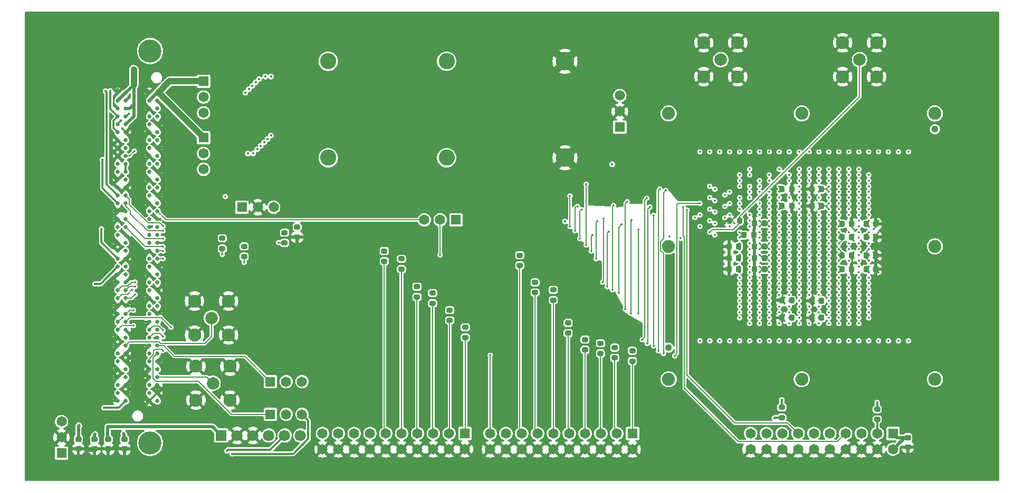
<source format=gbl>
G04 #@! TF.GenerationSoftware,KiCad,Pcbnew,8.0.3*
G04 #@! TF.CreationDate,2024-07-10T11:58:07-07:00*
G04 #@! TF.ProjectId,maveric-board,6d617665-7269-4632-9d62-6f6172642e6b,rev?*
G04 #@! TF.SameCoordinates,Original*
G04 #@! TF.FileFunction,Copper,L6,Bot*
G04 #@! TF.FilePolarity,Positive*
%FSLAX46Y46*%
G04 Gerber Fmt 4.6, Leading zero omitted, Abs format (unit mm)*
G04 Created by KiCad (PCBNEW 8.0.3) date 2024-07-10 11:58:07*
%MOMM*%
%LPD*%
G01*
G04 APERTURE LIST*
G04 Aperture macros list*
%AMRoundRect*
0 Rectangle with rounded corners*
0 $1 Rounding radius*
0 $2 $3 $4 $5 $6 $7 $8 $9 X,Y pos of 4 corners*
0 Add a 4 corners polygon primitive as box body*
4,1,4,$2,$3,$4,$5,$6,$7,$8,$9,$2,$3,0*
0 Add four circle primitives for the rounded corners*
1,1,$1+$1,$2,$3*
1,1,$1+$1,$4,$5*
1,1,$1+$1,$6,$7*
1,1,$1+$1,$8,$9*
0 Add four rect primitives between the rounded corners*
20,1,$1+$1,$2,$3,$4,$5,0*
20,1,$1+$1,$4,$5,$6,$7,0*
20,1,$1+$1,$6,$7,$8,$9,0*
20,1,$1+$1,$8,$9,$2,$3,0*%
G04 Aperture macros list end*
G04 #@! TA.AperFunction,ComponentPad*
%ADD10C,2.082800*%
G04 #@! TD*
G04 #@! TA.AperFunction,ComponentPad*
%ADD11C,1.117600*%
G04 #@! TD*
G04 #@! TA.AperFunction,ComponentPad*
%ADD12R,1.650000X1.650000*%
G04 #@! TD*
G04 #@! TA.AperFunction,ComponentPad*
%ADD13C,1.650000*%
G04 #@! TD*
G04 #@! TA.AperFunction,ComponentPad*
%ADD14C,2.600000*%
G04 #@! TD*
G04 #@! TA.AperFunction,ComponentPad*
%ADD15C,2.000000*%
G04 #@! TD*
G04 #@! TA.AperFunction,ComponentPad*
%ADD16C,2.100000*%
G04 #@! TD*
G04 #@! TA.AperFunction,ComponentPad*
%ADD17C,0.800000*%
G04 #@! TD*
G04 #@! TA.AperFunction,ComponentPad*
%ADD18C,5.400000*%
G04 #@! TD*
G04 #@! TA.AperFunction,ComponentPad*
%ADD19C,3.000000*%
G04 #@! TD*
G04 #@! TA.AperFunction,ComponentPad*
%ADD20R,1.800000X1.800000*%
G04 #@! TD*
G04 #@! TA.AperFunction,ComponentPad*
%ADD21C,1.800000*%
G04 #@! TD*
G04 #@! TA.AperFunction,SMDPad,CuDef*
%ADD22RoundRect,0.200000X0.275000X-0.200000X0.275000X0.200000X-0.275000X0.200000X-0.275000X-0.200000X0*%
G04 #@! TD*
G04 #@! TA.AperFunction,SMDPad,CuDef*
%ADD23RoundRect,0.200000X-0.275000X0.200000X-0.275000X-0.200000X0.275000X-0.200000X0.275000X0.200000X0*%
G04 #@! TD*
G04 #@! TA.AperFunction,SMDPad,CuDef*
%ADD24RoundRect,0.225000X-0.250000X0.225000X-0.250000X-0.225000X0.250000X-0.225000X0.250000X0.225000X0*%
G04 #@! TD*
G04 #@! TA.AperFunction,SMDPad,CuDef*
%ADD25RoundRect,0.225000X-0.225000X-0.250000X0.225000X-0.250000X0.225000X0.250000X-0.225000X0.250000X0*%
G04 #@! TD*
G04 #@! TA.AperFunction,SMDPad,CuDef*
%ADD26RoundRect,0.225000X0.225000X0.250000X-0.225000X0.250000X-0.225000X-0.250000X0.225000X-0.250000X0*%
G04 #@! TD*
G04 #@! TA.AperFunction,SMDPad,CuDef*
%ADD27RoundRect,0.200000X0.200000X0.275000X-0.200000X0.275000X-0.200000X-0.275000X0.200000X-0.275000X0*%
G04 #@! TD*
G04 #@! TA.AperFunction,ComponentPad*
%ADD28C,3.700000*%
G04 #@! TD*
G04 #@! TA.AperFunction,SMDPad,CuDef*
%ADD29C,0.640000*%
G04 #@! TD*
G04 #@! TA.AperFunction,SMDPad,CuDef*
%ADD30RoundRect,0.225000X0.250000X-0.225000X0.250000X0.225000X-0.250000X0.225000X-0.250000X-0.225000X0*%
G04 #@! TD*
G04 #@! TA.AperFunction,ViaPad*
%ADD31C,0.350000*%
G04 #@! TD*
G04 #@! TA.AperFunction,ViaPad*
%ADD32C,0.400000*%
G04 #@! TD*
G04 #@! TA.AperFunction,Conductor*
%ADD33C,0.127000*%
G04 #@! TD*
G04 #@! TA.AperFunction,Conductor*
%ADD34C,0.300000*%
G04 #@! TD*
G04 #@! TA.AperFunction,Conductor*
%ADD35C,0.500000*%
G04 #@! TD*
G04 #@! TA.AperFunction,Conductor*
%ADD36C,1.000000*%
G04 #@! TD*
G04 #@! TA.AperFunction,Conductor*
%ADD37C,0.156000*%
G04 #@! TD*
G04 APERTURE END LIST*
D10*
X140637580Y-53637580D03*
X140637580Y-75000000D03*
D11*
X140637580Y-91282420D03*
D10*
X140637580Y-96362420D03*
X162000000Y-53637580D03*
X162000000Y-96362420D03*
X183362420Y-53637580D03*
D11*
X183362420Y-56177580D03*
D10*
X183362420Y-75000000D03*
X183362420Y-96362420D03*
D12*
X134836410Y-105080010D03*
D13*
X134836410Y-107620010D03*
X132296410Y-105080010D03*
X132296410Y-107620010D03*
X129756410Y-105080010D03*
X129756410Y-107620010D03*
X127216410Y-105080010D03*
X127216410Y-107620010D03*
X124676410Y-105080010D03*
X124676410Y-107620010D03*
X122136410Y-105080010D03*
X122136410Y-107620010D03*
X119596410Y-105080010D03*
X119596410Y-107620010D03*
X117056410Y-105080010D03*
X117056410Y-107620010D03*
X114516410Y-105080010D03*
X114516410Y-107620010D03*
X111976410Y-105080010D03*
X111976410Y-107620010D03*
D14*
X105000000Y-60750000D03*
X105000000Y-45250000D03*
D15*
X67500000Y-97000000D03*
D16*
X64775000Y-94275000D03*
X64775000Y-99725000D03*
X70225000Y-94275000D03*
X70225000Y-99725000D03*
D12*
X43200000Y-108240000D03*
D13*
X43200000Y-105700000D03*
X43200000Y-103160000D03*
D15*
X171275000Y-45000000D03*
D16*
X168550000Y-42275000D03*
X168550000Y-47725000D03*
X174000000Y-42275000D03*
X174000000Y-47725000D03*
D12*
X107946410Y-105080010D03*
D13*
X107946410Y-107620010D03*
X105406410Y-105080010D03*
X105406410Y-107620010D03*
X102866410Y-105080010D03*
X102866410Y-107620010D03*
X100326410Y-105080010D03*
X100326410Y-107620010D03*
X97786410Y-105080010D03*
X97786410Y-107620010D03*
X95246410Y-105080010D03*
X95246410Y-107620010D03*
X92706410Y-105080010D03*
X92706410Y-107620010D03*
X90166410Y-105080010D03*
X90166410Y-107620010D03*
X87626410Y-105080010D03*
X87626410Y-107620010D03*
X85086410Y-105080010D03*
X85086410Y-107620010D03*
D12*
X176646410Y-105080010D03*
D13*
X176646410Y-107620010D03*
X174106410Y-105080010D03*
X174106410Y-107620010D03*
X171566410Y-105080010D03*
X171566410Y-107620010D03*
X169026410Y-105080010D03*
X169026410Y-107620010D03*
X166486410Y-105080010D03*
X166486410Y-107620010D03*
X163946410Y-105080010D03*
X163946410Y-107620010D03*
X161406410Y-105080010D03*
X161406410Y-107620010D03*
X158866410Y-105080010D03*
X158866410Y-107620010D03*
X156326410Y-105080010D03*
X156326410Y-107620010D03*
X153786410Y-105080010D03*
X153786410Y-107620010D03*
D12*
X76710000Y-102000000D03*
D13*
X79250000Y-102000000D03*
X81790000Y-102000000D03*
D17*
X140975000Y-106000000D03*
X141568109Y-104568109D03*
X141568109Y-107431891D03*
X143000000Y-103975000D03*
D18*
X143000000Y-106000000D03*
D17*
X143000000Y-108025000D03*
X144431891Y-104568109D03*
X144431891Y-107431891D03*
X145025000Y-106000000D03*
X134975000Y-44000000D03*
X135568109Y-42568109D03*
X135568109Y-45431891D03*
X137000000Y-41975000D03*
D18*
X137000000Y-44000000D03*
D17*
X137000000Y-46025000D03*
X138431891Y-42568109D03*
X138431891Y-45431891D03*
X139025000Y-44000000D03*
X185975000Y-44000000D03*
X186568109Y-42568109D03*
X186568109Y-45431891D03*
X188000000Y-41975000D03*
D18*
X188000000Y-44000000D03*
D17*
X188000000Y-46025000D03*
X189431891Y-42568109D03*
X189431891Y-45431891D03*
X190025000Y-44000000D03*
D15*
X67275000Y-86525000D03*
D16*
X64550000Y-83800000D03*
X64550000Y-89250000D03*
X70000000Y-83800000D03*
X70000000Y-89250000D03*
D19*
X124000000Y-60750000D03*
X124000000Y-45250000D03*
D12*
X72160000Y-68700000D03*
D13*
X74700000Y-68700000D03*
X77240000Y-68700000D03*
D17*
X185975000Y-106000000D03*
X186568109Y-104568109D03*
X186568109Y-107431891D03*
X188000000Y-103975000D03*
D18*
X188000000Y-106000000D03*
D17*
X188000000Y-108025000D03*
X189431891Y-104568109D03*
X189431891Y-107431891D03*
X190025000Y-106000000D03*
D12*
X66000000Y-57540010D03*
D13*
X66000000Y-60080010D03*
X66000000Y-62620010D03*
D12*
X106500000Y-70750000D03*
D13*
X103960000Y-70750000D03*
X101420000Y-70750000D03*
D12*
X66000000Y-48460000D03*
D13*
X66000000Y-51000000D03*
X66000000Y-53540000D03*
D12*
X76710000Y-96750000D03*
D13*
X79250000Y-96750000D03*
X81790000Y-96750000D03*
D20*
X68840000Y-105400000D03*
D21*
X71380000Y-105400000D03*
X73920000Y-105400000D03*
X76460000Y-105400000D03*
X79000000Y-105400000D03*
X81540000Y-105400000D03*
D14*
X86000000Y-60750000D03*
X86000000Y-45250000D03*
D12*
X132800000Y-55840000D03*
D13*
X132800000Y-53300000D03*
X132800000Y-50760000D03*
D15*
X149000000Y-45000000D03*
D16*
X146275000Y-42275000D03*
X146275000Y-47725000D03*
X151725000Y-42275000D03*
X151725000Y-47725000D03*
D22*
X174100000Y-102825000D03*
X174100000Y-101175000D03*
D23*
X105500000Y-85250000D03*
X105500000Y-86900000D03*
D24*
X50700000Y-106025000D03*
X50700000Y-107575000D03*
X48500000Y-106025000D03*
X48500000Y-107575000D03*
D25*
X158825000Y-68500000D03*
X160375000Y-68500000D03*
D26*
X165175000Y-86500000D03*
X163625000Y-86500000D03*
D23*
X108000000Y-88000000D03*
X108000000Y-89650000D03*
X124500000Y-87300000D03*
X124500000Y-88950000D03*
D27*
X152025000Y-70900000D03*
X150375000Y-70900000D03*
D26*
X165175000Y-68500000D03*
X163625000Y-68500000D03*
X160375000Y-83700000D03*
X158825000Y-83700000D03*
D23*
X97750000Y-77000000D03*
X97750000Y-78650000D03*
D28*
X57406410Y-43600010D03*
X57406410Y-106600010D03*
D29*
X52231410Y-99845010D03*
X52231410Y-98575010D03*
X52231410Y-97305010D03*
X52231410Y-96035010D03*
X52231410Y-94765010D03*
X52231410Y-93495010D03*
X52231410Y-92225010D03*
X52231410Y-90955010D03*
X52231410Y-89685010D03*
X52231410Y-88415010D03*
X52231410Y-87145010D03*
X52231410Y-85875010D03*
X52231410Y-84605010D03*
X52231410Y-83335010D03*
X52231410Y-82065010D03*
X52231410Y-80795010D03*
X52231410Y-79525010D03*
X52231410Y-78255010D03*
X52231410Y-76985010D03*
X52231410Y-75715010D03*
X52231410Y-74445010D03*
X52231410Y-73175010D03*
X52231410Y-71905010D03*
X52231410Y-70635010D03*
X52231410Y-69365010D03*
X52231410Y-68095010D03*
X52231410Y-66825010D03*
X52231410Y-65555010D03*
X52231410Y-64285010D03*
X52231410Y-63015010D03*
X52231410Y-61745010D03*
X52231410Y-60475010D03*
X52231410Y-59205010D03*
X52231410Y-57935010D03*
X52231410Y-56665010D03*
X52231410Y-55395010D03*
X52231410Y-54125010D03*
X52231410Y-52855010D03*
X52231410Y-51585010D03*
X52231410Y-50315010D03*
X53501410Y-99845010D03*
X53501410Y-98575010D03*
X53501410Y-97305010D03*
X53501410Y-96035010D03*
X53501410Y-94765010D03*
X53501410Y-93495010D03*
X53501410Y-92225010D03*
X53501410Y-90955010D03*
X53501410Y-89685010D03*
X53501410Y-88415010D03*
X53501410Y-87145010D03*
X53501410Y-85875010D03*
X53501410Y-84605010D03*
X53501410Y-83335010D03*
X53501410Y-82065010D03*
X53501410Y-80795010D03*
X53501410Y-79525010D03*
X53501410Y-78255010D03*
X53501410Y-76985010D03*
X53501410Y-75715010D03*
X53501410Y-74445010D03*
X53501410Y-73175010D03*
X53501410Y-71905010D03*
X53501410Y-70635010D03*
X53501410Y-69365010D03*
X53501410Y-68095010D03*
X53501410Y-66825010D03*
X53501410Y-65555010D03*
X53501410Y-64285010D03*
X53501410Y-63015010D03*
X53501410Y-61745010D03*
X53501410Y-60475010D03*
X53501410Y-59205010D03*
X53501410Y-57935010D03*
X53501410Y-56665010D03*
X53501410Y-55395010D03*
X53501410Y-54125010D03*
X53501410Y-52855010D03*
X53501410Y-51585010D03*
X53501410Y-50315010D03*
X57311410Y-99845010D03*
X57311410Y-98575010D03*
X57311410Y-97305010D03*
X57311410Y-96035010D03*
X57311410Y-94765010D03*
X57311410Y-93495010D03*
X57311410Y-92225010D03*
X57311410Y-90955010D03*
X57311410Y-89685010D03*
X57311410Y-88415010D03*
X57311410Y-87145010D03*
X57311410Y-85875010D03*
X57311410Y-84605010D03*
X57311410Y-83335010D03*
X57311410Y-82065010D03*
X57311410Y-80795010D03*
X57311410Y-79525010D03*
X57311410Y-78255010D03*
X57311410Y-76985010D03*
X57311410Y-75715010D03*
X57311410Y-74445010D03*
X57311410Y-73175010D03*
X57311410Y-71905010D03*
X57311410Y-70635010D03*
X57311410Y-69365010D03*
X57311410Y-68095010D03*
X57311410Y-66825010D03*
X57311410Y-65555010D03*
X57311410Y-64285010D03*
X57311410Y-63015010D03*
X57311410Y-61745010D03*
X57311410Y-60475010D03*
X57311410Y-59205010D03*
X57311410Y-57935010D03*
X57311410Y-56665010D03*
X57311410Y-55395010D03*
X57311410Y-54125010D03*
X57311410Y-52855010D03*
X57311410Y-51585010D03*
X57311410Y-50315010D03*
X58581410Y-99845010D03*
X58581410Y-98575010D03*
X58581410Y-97305010D03*
X58581410Y-96035010D03*
X58581410Y-94765010D03*
X58581410Y-93495010D03*
X58581410Y-92225010D03*
X58581410Y-90955010D03*
X58581410Y-89685010D03*
X58581410Y-88415010D03*
X58581410Y-87145010D03*
X58581410Y-85875010D03*
X58581410Y-84605010D03*
X58581410Y-83335010D03*
X58581410Y-82065010D03*
X58581410Y-80795010D03*
X58581410Y-79525010D03*
X58581410Y-78255010D03*
X58581410Y-76985010D03*
X58581410Y-75715010D03*
X58581410Y-74445010D03*
X58581410Y-73175010D03*
X58581410Y-71905010D03*
X58581410Y-70635010D03*
X58581410Y-69365010D03*
X58581410Y-68095010D03*
X58581410Y-66825010D03*
X58581410Y-65555010D03*
X58581410Y-64285010D03*
X58581410Y-63015010D03*
X58581410Y-61745010D03*
X58581410Y-60475010D03*
X58581410Y-59205010D03*
X58581410Y-57935010D03*
X58581410Y-56665010D03*
X58581410Y-55395010D03*
X58581410Y-54125010D03*
X58581410Y-52855010D03*
X58581410Y-51585010D03*
X58581410Y-50315010D03*
D23*
X79000000Y-72800000D03*
X79000000Y-74450000D03*
X95000000Y-75750000D03*
X95000000Y-77400000D03*
D24*
X53300000Y-106025000D03*
X53300000Y-107575000D03*
D23*
X69000000Y-73700000D03*
X69000000Y-75350000D03*
D26*
X151875000Y-76900000D03*
X150325000Y-76900000D03*
D23*
X100250000Y-81500000D03*
X100250000Y-83150000D03*
D25*
X168425000Y-78700000D03*
X169975000Y-78700000D03*
X172325000Y-71400000D03*
X173875000Y-71400000D03*
D23*
X132000000Y-91275000D03*
X132000000Y-92925000D03*
D26*
X165175000Y-83732410D03*
X163625000Y-83732410D03*
D23*
X72500000Y-75000000D03*
X72500000Y-76650000D03*
D25*
X168425000Y-71400000D03*
X169975000Y-71400000D03*
X168425000Y-73500000D03*
X169975000Y-73500000D03*
D26*
X151875000Y-78700000D03*
X150325000Y-78700000D03*
X155975000Y-78700000D03*
X154425000Y-78700000D03*
D25*
X168425000Y-76500000D03*
X169975000Y-76500000D03*
D23*
X116750000Y-76425000D03*
X116750000Y-78075000D03*
X129700000Y-90575000D03*
X129700000Y-92225000D03*
D26*
X155975000Y-76900000D03*
X154425000Y-76900000D03*
D25*
X152725000Y-73200000D03*
X154275000Y-73200000D03*
D24*
X45900000Y-106000000D03*
X45900000Y-107550000D03*
D23*
X158800000Y-100875000D03*
X158800000Y-102525000D03*
D22*
X81000000Y-73525000D03*
X81000000Y-71875000D03*
D23*
X127200000Y-89975000D03*
X127200000Y-91625000D03*
X102750000Y-82500000D03*
X102750000Y-84150000D03*
D26*
X155975000Y-71300000D03*
X154425000Y-71300000D03*
D23*
X119200000Y-80775000D03*
X119200000Y-82425000D03*
D25*
X172325000Y-78700000D03*
X173875000Y-78700000D03*
X158825000Y-65800000D03*
X160375000Y-65800000D03*
X172325000Y-76500000D03*
X173875000Y-76500000D03*
X172325000Y-73500000D03*
X173875000Y-73500000D03*
D23*
X122100000Y-82000000D03*
X122100000Y-83650000D03*
X134800000Y-91800000D03*
X134800000Y-93450000D03*
D30*
X179000000Y-107275000D03*
X179000000Y-105725000D03*
D26*
X160375000Y-86500000D03*
X158825000Y-86500000D03*
X151875000Y-75000000D03*
X150325000Y-75000000D03*
X155975000Y-75000000D03*
X154425000Y-75000000D03*
X165175000Y-65800000D03*
X163625000Y-65800000D03*
D31*
X161578108Y-69020079D03*
X169545579Y-64419882D03*
X167951980Y-84659868D03*
X167951980Y-66260110D03*
X155203982Y-65340129D03*
X158391172Y-67180100D03*
X167951981Y-62579908D03*
X171139169Y-82819902D03*
X169545578Y-83739891D03*
X158391172Y-69020080D03*
X158391168Y-85580121D03*
X164765040Y-85580120D03*
X171139168Y-80059929D03*
X167951980Y-79139952D03*
D32*
X131575000Y-61800000D03*
D31*
X167951979Y-73620022D03*
X158391929Y-76379979D03*
X158391171Y-73620019D03*
D32*
X75900000Y-47700000D03*
D31*
X159984509Y-83739892D03*
X169545579Y-85580118D03*
X171139170Y-78219960D03*
X153611142Y-80979920D03*
X159985529Y-80979918D03*
X163171701Y-64419879D03*
X159984510Y-70860052D03*
X169545581Y-75459989D03*
X158391171Y-70860051D03*
D32*
X73250000Y-49750000D03*
D31*
X156797570Y-79139952D03*
D32*
X74900000Y-48100000D03*
D31*
X167951981Y-80059929D03*
X167951980Y-78219958D03*
X161578111Y-85580118D03*
X164765040Y-73620020D03*
X156797570Y-84659870D03*
X169545579Y-69940072D03*
X153610630Y-83739890D03*
X167951978Y-75459990D03*
X156798330Y-80979920D03*
X159984510Y-81899908D03*
X163171700Y-77299970D03*
X169545579Y-87420092D03*
X166358639Y-65340128D03*
X166358638Y-85580121D03*
X166358640Y-83739890D03*
X164765040Y-78219960D03*
X158390002Y-80060000D03*
X164765038Y-65340129D03*
X153610631Y-78219962D03*
X169545580Y-65340130D03*
X163171700Y-78219960D03*
X153610630Y-69940072D03*
X166358639Y-63499902D03*
X155203978Y-69020080D03*
X161579122Y-80979920D03*
X166358640Y-74540010D03*
X167951978Y-69020081D03*
X156797572Y-86500100D03*
X163171700Y-74540010D03*
X161578112Y-75459989D03*
X167951980Y-71780038D03*
X156797570Y-81899910D03*
X164765038Y-80059930D03*
X158391169Y-78219962D03*
X164765040Y-72700030D03*
X155203982Y-81899910D03*
X171139172Y-87420089D03*
X164765039Y-68100088D03*
X164765039Y-64419878D03*
X158391170Y-65340132D03*
X159984510Y-77299970D03*
X164765041Y-62579908D03*
D32*
X73800000Y-49200000D03*
D31*
X169545579Y-68100088D03*
X166358642Y-81899911D03*
X164765042Y-87420090D03*
X156797570Y-73620018D03*
X166358640Y-64419878D03*
X159984510Y-79139948D03*
X161578109Y-79139948D03*
X155203978Y-72700030D03*
X159984509Y-75459988D03*
X153610629Y-66260112D03*
X153610629Y-85580122D03*
X161578110Y-77299970D03*
X158391170Y-68100088D03*
X163171701Y-62579911D03*
X155203980Y-66260108D03*
X161578108Y-63499900D03*
X164765040Y-66260112D03*
X167953512Y-80979921D03*
X155203980Y-75459988D03*
X156797570Y-74540008D03*
X155204740Y-80979920D03*
X159984510Y-73620018D03*
X171140702Y-80979920D03*
X155203978Y-86500100D03*
X153610630Y-75459992D03*
X171139170Y-83739890D03*
X169545580Y-66260112D03*
X171139168Y-62579909D03*
X166358638Y-86500100D03*
X164765038Y-69940070D03*
X166358639Y-79139951D03*
X169545580Y-72700030D03*
X171139169Y-70860051D03*
X161578109Y-64419881D03*
X171140699Y-76379981D03*
X156797568Y-85580121D03*
X163172722Y-80979920D03*
X167951978Y-63499900D03*
X156797572Y-69020081D03*
X159984510Y-69940072D03*
X156797570Y-78219962D03*
X171139171Y-84659871D03*
X171139169Y-73620019D03*
X171139168Y-68100089D03*
X158391171Y-79139949D03*
X167951980Y-65340128D03*
X167951981Y-69940071D03*
X164765038Y-74540010D03*
X171139168Y-69020080D03*
X166358641Y-67180098D03*
D32*
X74350000Y-48650000D03*
D31*
X166358640Y-66260108D03*
X156797570Y-69940068D03*
X161578109Y-84659868D03*
X156797568Y-80059929D03*
X164765042Y-69020079D03*
X163171700Y-75459990D03*
X167951980Y-72700028D03*
X155203981Y-84659871D03*
X167951979Y-85580122D03*
X158391171Y-77299972D03*
X166358641Y-84659869D03*
X169545580Y-67180098D03*
X169545580Y-84659868D03*
X164766309Y-76379979D03*
X159984510Y-72700032D03*
X161579121Y-76379978D03*
X153610629Y-84659868D03*
X153610607Y-71780086D03*
X167953511Y-76379982D03*
X167951981Y-74540009D03*
X164765038Y-82819901D03*
X166358642Y-87420091D03*
X155203978Y-87420091D03*
X163171698Y-85580120D03*
X161578109Y-81899911D03*
X158391932Y-80979920D03*
X166358638Y-71780040D03*
X159984510Y-78219958D03*
X171139170Y-66260110D03*
X171139168Y-81899911D03*
X166358640Y-78219960D03*
X161578110Y-83739892D03*
X167951980Y-82819902D03*
X153610630Y-70860050D03*
X161578111Y-73620022D03*
X153610628Y-77299970D03*
X166358641Y-70860051D03*
X171139169Y-72700028D03*
X159984508Y-63499900D03*
X163171698Y-82819901D03*
X163171700Y-72700030D03*
X167951980Y-64419878D03*
X159984510Y-71780042D03*
X156797570Y-66260108D03*
X156797570Y-77299972D03*
X159984509Y-74540012D03*
X158391172Y-69940071D03*
X164765039Y-67180099D03*
X155203980Y-83739890D03*
X163171702Y-80059930D03*
X161578112Y-80059931D03*
X153610632Y-86500100D03*
X161578110Y-70860050D03*
X153611141Y-76379978D03*
X155203980Y-69940072D03*
X159984510Y-84659868D03*
X155203982Y-64419880D03*
X167951981Y-87420092D03*
X153610630Y-79139952D03*
X167951979Y-68100092D03*
X153610630Y-80059932D03*
X161578108Y-74540009D03*
X171139168Y-63499900D03*
X169545578Y-63499900D03*
X153610631Y-65340128D03*
X155203980Y-80059928D03*
X161578110Y-69940070D03*
X153610630Y-74540010D03*
X166358640Y-77299970D03*
X164765040Y-77299970D03*
X171139172Y-86500100D03*
X167951980Y-83739888D03*
X171139171Y-79139951D03*
X163171698Y-70860049D03*
X153610630Y-82819900D03*
X163171702Y-81899909D03*
X158391170Y-84659872D03*
X166359912Y-80979920D03*
X159985530Y-76379982D03*
X163171700Y-79139950D03*
X156797570Y-75459988D03*
X158391169Y-71780038D03*
X158391170Y-81899908D03*
X155204740Y-76379980D03*
X166358640Y-75459990D03*
X158391168Y-82819900D03*
X156798330Y-76379982D03*
X167951980Y-70860052D03*
X169545579Y-80059928D03*
X164766308Y-80979920D03*
X156797570Y-63499902D03*
X155203980Y-71780042D03*
X153610628Y-87420091D03*
X163171702Y-69940071D03*
X169545580Y-77299972D03*
X166358640Y-72700030D03*
X164765040Y-79139950D03*
X163171698Y-87420091D03*
X171139169Y-71780038D03*
D32*
X72700000Y-50300000D03*
D31*
X164765042Y-86500100D03*
X159984511Y-64419879D03*
X156797570Y-70860048D03*
X158391172Y-74540010D03*
X169547098Y-80979921D03*
X164765038Y-70860049D03*
X161578110Y-78219962D03*
X159984510Y-67180098D03*
X163171700Y-71780040D03*
X156797570Y-83739890D03*
X167951980Y-77299968D03*
X156797568Y-87420089D03*
X164765040Y-75459990D03*
X171139169Y-67180098D03*
X155203980Y-74540012D03*
X156797570Y-71780042D03*
X156797570Y-82819898D03*
X159984508Y-82819900D03*
X159984510Y-80059932D03*
X155203980Y-79139950D03*
X166358642Y-69020079D03*
X156797570Y-64419882D03*
X164765040Y-81899910D03*
X155203982Y-68100090D03*
X159984510Y-86500100D03*
X164765040Y-84659870D03*
X171139169Y-85580121D03*
X169545578Y-69020079D03*
X171139171Y-65340129D03*
X153610631Y-81899909D03*
X161578111Y-62579911D03*
X166358640Y-82819900D03*
X155203980Y-82819900D03*
X169545579Y-81899912D03*
X161578112Y-66260109D03*
X155203978Y-85580119D03*
X163171702Y-63499900D03*
X156797572Y-68100090D03*
X155203980Y-73620018D03*
X155203980Y-70860048D03*
X161578111Y-87420089D03*
X161578111Y-72700032D03*
X164765038Y-63499900D03*
X169545580Y-82819902D03*
X166358640Y-73620020D03*
X167951981Y-81899912D03*
X161578110Y-82819902D03*
X159984510Y-85580120D03*
X171139168Y-74540010D03*
D32*
X76800000Y-47700000D03*
D31*
X158391171Y-62579912D03*
X161578109Y-68100089D03*
X163172722Y-76379979D03*
X161578112Y-65340130D03*
X155203980Y-78219958D03*
X167951979Y-67180098D03*
X167951982Y-86500100D03*
X171139168Y-75459990D03*
X159984510Y-87420092D03*
X169545579Y-62579908D03*
X171139172Y-69940069D03*
X166358642Y-68100090D03*
X164765041Y-71780041D03*
X163171700Y-84659870D03*
X156797570Y-67180102D03*
X171139171Y-77299968D03*
X158391172Y-66260111D03*
X153610632Y-62579911D03*
X164765040Y-83739890D03*
X163171698Y-73620019D03*
X166358642Y-62579910D03*
X169545579Y-74540009D03*
X161578110Y-67180102D03*
X169545578Y-86500100D03*
X153610631Y-67180102D03*
X158391172Y-87420091D03*
X166358639Y-69940071D03*
X161578108Y-86500100D03*
X158391169Y-72700032D03*
X156797570Y-72700032D03*
X163171700Y-67180100D03*
X158391172Y-75459990D03*
X166358642Y-80059929D03*
X171139168Y-64419881D03*
X161578110Y-71780042D03*
X166359909Y-76379979D03*
X153610628Y-63499900D03*
X62800000Y-80000000D03*
X151220490Y-59359950D03*
X162000000Y-94000000D03*
X159187968Y-70400061D03*
X91000000Y-112000000D03*
X38000000Y-96000000D03*
X117000000Y-46000000D03*
X164000000Y-38000000D03*
X143000000Y-58000000D03*
X104000000Y-77600000D03*
X137000000Y-39000000D03*
X89000000Y-66000000D03*
X193000000Y-63000000D03*
X141000000Y-77000000D03*
X63800000Y-80000000D03*
X88000000Y-38000000D03*
X160781308Y-67640100D03*
X109000000Y-78400000D03*
X38000000Y-69000000D03*
X144846359Y-87880089D03*
X193000000Y-71000000D03*
X182000000Y-102000000D03*
X157594370Y-80519928D03*
X179108682Y-80979920D03*
X156000771Y-63039902D03*
X173529310Y-65800122D03*
X105000000Y-112000000D03*
X128000000Y-49000000D03*
X163000000Y-95000000D03*
X125000000Y-112000000D03*
X181000000Y-38000000D03*
X130200000Y-88600000D03*
X119000000Y-77600000D03*
X170342381Y-73160019D03*
X192000000Y-88000000D03*
X177000000Y-95000000D03*
X159187968Y-90640049D03*
X168748780Y-63039900D03*
X159000000Y-111000000D03*
X134400000Y-66000000D03*
X174326108Y-63499900D03*
X153000000Y-100000000D03*
X131200000Y-85800000D03*
X146439960Y-78679952D03*
X93600000Y-83000000D03*
X99000000Y-49000000D03*
X163000000Y-112000000D03*
X148200000Y-49799998D03*
X182000000Y-91000000D03*
X146439961Y-59359949D03*
X99000000Y-41000000D03*
X129400000Y-66000000D03*
X96000000Y-67000000D03*
X125000000Y-52000000D03*
D32*
X59500000Y-77900000D03*
D31*
X157594369Y-78679948D03*
X167155440Y-86960098D03*
X145643160Y-60739930D03*
X124000000Y-79200000D03*
X192000000Y-93000000D03*
D32*
X56200000Y-49800000D03*
D31*
X171935971Y-90640048D03*
X110000000Y-112000000D03*
X177513050Y-80059928D03*
X178309848Y-79599941D03*
X159000000Y-55000000D03*
X94000000Y-43000000D03*
X122000000Y-112000000D03*
X98400000Y-83000000D03*
X145000000Y-111000000D03*
X142000000Y-94000000D03*
X162374901Y-89720058D03*
X163968500Y-76839978D03*
X116000000Y-38000000D03*
X38000000Y-99000000D03*
X176716512Y-81439920D03*
X123000000Y-57000000D03*
X96000000Y-40000000D03*
X169250000Y-52250000D03*
X103000000Y-39000000D03*
X38000000Y-65000000D03*
X97000000Y-41000000D03*
X142000000Y-111000000D03*
X183000000Y-79000000D03*
X88000000Y-70000000D03*
X38000000Y-91000000D03*
X193000000Y-95000000D03*
X121000000Y-58000000D03*
X152000000Y-56000000D03*
X144846362Y-76839981D03*
X105000000Y-79200000D03*
X64800000Y-80000000D03*
X87000000Y-38000000D03*
X108400000Y-88800000D03*
X162374902Y-86960100D03*
X170342379Y-77759958D03*
X117000000Y-111000000D03*
X113000000Y-98000000D03*
X120000000Y-51000000D03*
X154407428Y-80519930D03*
X103000000Y-69000000D03*
X98000000Y-53000000D03*
X112800000Y-74400000D03*
X115000000Y-43000000D03*
X73000000Y-99000000D03*
X166000000Y-100000000D03*
X61000000Y-65000000D03*
X99000000Y-51000000D03*
D32*
X56300000Y-99300000D03*
D31*
X167155442Y-63039901D03*
X38000000Y-106000000D03*
X175122908Y-69480070D03*
X149626902Y-86040110D03*
X179903442Y-82359899D03*
X175122908Y-63959890D03*
X145643159Y-77299972D03*
X109400000Y-89600000D03*
X166000000Y-39000000D03*
X73400000Y-56000000D03*
X163000000Y-55000000D03*
X192000000Y-59000000D03*
X160781310Y-90640050D03*
X156000000Y-94000000D03*
X148830099Y-84659871D03*
X89600000Y-85800000D03*
X123000000Y-67000000D03*
X172000000Y-98000000D03*
X156000766Y-74080010D03*
X173529310Y-90640048D03*
X145643159Y-88340082D03*
X170000000Y-102000000D03*
X111000000Y-67000000D03*
X77000000Y-93000000D03*
X104400000Y-86600000D03*
X78000000Y-112000000D03*
X136000000Y-94000000D03*
X155000000Y-94000000D03*
X167155439Y-77759958D03*
X192000000Y-50000000D03*
X183000000Y-71000000D03*
X136000000Y-100000000D03*
X148000000Y-111000000D03*
X74000000Y-97000000D03*
X54600000Y-106600000D03*
X90600000Y-85800000D03*
X104000000Y-68000000D03*
X163968499Y-83279888D03*
X193000000Y-73000000D03*
X182200000Y-44000000D03*
X180000000Y-94000000D03*
X158000000Y-111000000D03*
X151220488Y-86960100D03*
X80600000Y-84600000D03*
X171935969Y-85120122D03*
X152813842Y-63959890D03*
X101800000Y-86600000D03*
X181000000Y-111000000D03*
X129000000Y-100000000D03*
X47000000Y-111000000D03*
X145000000Y-112000000D03*
X112000000Y-45000000D03*
X180000000Y-111000000D03*
X89000000Y-70000000D03*
X101000000Y-68000000D03*
X189000000Y-38000000D03*
X193000000Y-53000000D03*
X146000000Y-55000000D03*
X105800000Y-83800000D03*
X161000000Y-95000000D03*
X141000000Y-79000000D03*
X113000000Y-78400000D03*
X104000000Y-78400000D03*
X144000000Y-100000000D03*
X150000000Y-95000000D03*
X191000000Y-111000000D03*
X176000000Y-95000000D03*
X69800000Y-80000000D03*
X151220490Y-65800118D03*
X170342381Y-65800118D03*
X175122911Y-87880089D03*
X96000000Y-51000000D03*
X193000000Y-42000000D03*
X123200000Y-85800000D03*
X173529310Y-66750082D03*
X117000000Y-47000000D03*
X167155438Y-74080009D03*
X166000000Y-112000000D03*
X168000000Y-100000000D03*
X167000000Y-111000000D03*
X150423701Y-74540008D03*
X177000000Y-56000000D03*
X157000000Y-95000000D03*
X123000000Y-50000000D03*
X141000000Y-39000000D03*
X159000000Y-95000000D03*
X122000000Y-79200000D03*
X148830352Y-76379981D03*
X151220489Y-83279891D03*
X170000000Y-38000000D03*
X125200000Y-85800000D03*
X140000000Y-102000000D03*
X99000000Y-68000000D03*
X182000000Y-71000000D03*
X127000000Y-80000000D03*
X99000000Y-78400000D03*
X95000000Y-111000000D03*
X157594369Y-84199878D03*
X143000000Y-62000000D03*
X156000772Y-79599940D03*
X117400000Y-85800000D03*
X113000000Y-43000000D03*
X124000000Y-77600000D03*
X114000000Y-51000000D03*
D32*
X59600000Y-55000000D03*
D31*
X192000000Y-87000000D03*
X129000000Y-94000000D03*
X175919711Y-64419881D03*
X91600000Y-89600000D03*
X192000000Y-97000000D03*
X115000000Y-55000000D03*
X151220490Y-64879880D03*
X143000000Y-55000000D03*
X65800000Y-80000000D03*
X148033300Y-85120118D03*
X113000000Y-100000000D03*
X151000000Y-56000000D03*
X142000000Y-98000000D03*
X67800000Y-77600000D03*
X175919711Y-73620018D03*
X178309852Y-80519930D03*
X144000000Y-38000000D03*
X134200000Y-88600000D03*
X73000000Y-101000000D03*
X83000000Y-68000000D03*
X160000000Y-56000000D03*
X112400000Y-89600000D03*
X170342378Y-79599941D03*
X154407430Y-71320048D03*
X38000000Y-44000000D03*
X152813842Y-87880091D03*
X109000000Y-111000000D03*
X107000000Y-68000000D03*
X112000000Y-40000000D03*
X118000000Y-78400000D03*
X39000000Y-61000000D03*
X141000000Y-81000000D03*
X180000000Y-100000000D03*
X39000000Y-104000000D03*
X116000000Y-53000000D03*
X115000000Y-49000000D03*
X152813841Y-84199879D03*
X44000000Y-112000000D03*
X92000000Y-111000000D03*
X77000000Y-39000000D03*
X159187968Y-63959891D03*
X148830101Y-65340131D03*
X162374900Y-63039898D03*
X145643162Y-62579911D03*
X95599996Y-83000000D03*
X151000000Y-111000000D03*
X107000000Y-38000000D03*
X116000000Y-112000000D03*
X192000000Y-107000000D03*
X105000000Y-78400000D03*
X65000000Y-110200000D03*
X99000000Y-54000000D03*
X112000000Y-51000000D03*
X148199998Y-48000000D03*
X96000000Y-56000000D03*
X84000000Y-69000000D03*
X143000000Y-111000000D03*
X128200000Y-89400000D03*
X84000000Y-68000000D03*
X179106648Y-88340079D03*
X122000000Y-39000000D03*
X114000000Y-52000000D03*
X76000000Y-39000000D03*
X159187972Y-75919989D03*
D32*
X56400000Y-68000000D03*
D31*
X192000000Y-106000000D03*
X165561840Y-67640100D03*
X183000000Y-89000000D03*
X64800000Y-78400000D03*
X193000000Y-112000000D03*
X122000000Y-57000000D03*
X116000000Y-66000000D03*
X182000000Y-92000000D03*
X147000000Y-111000000D03*
X115000000Y-57000000D03*
X175122908Y-80519930D03*
X113799996Y-83000000D03*
X132200000Y-85800000D03*
X56000000Y-110200000D03*
X79000000Y-39000000D03*
X148830102Y-64419881D03*
X170342382Y-62119909D03*
X89600000Y-83800000D03*
X163968501Y-66750078D03*
X157000000Y-39000000D03*
X125000000Y-111000000D03*
X114000000Y-44000000D03*
X114000000Y-112000000D03*
X127000000Y-111000000D03*
X178309850Y-90640050D03*
X172000000Y-50000000D03*
X90800000Y-78400000D03*
X140000000Y-39000000D03*
X148033298Y-63039901D03*
X126000000Y-51000000D03*
X179903442Y-91560039D03*
X120000000Y-53000000D03*
X152813838Y-75000000D03*
X96000000Y-39000000D03*
X145643158Y-86500100D03*
X108000000Y-111000000D03*
X163968501Y-74080008D03*
X173529310Y-78679952D03*
X148000000Y-94000000D03*
X131200000Y-86600000D03*
X142000000Y-100000000D03*
X102800000Y-74400000D03*
X128000000Y-55000000D03*
X95000000Y-47000000D03*
X117400000Y-86600000D03*
X91000000Y-39000000D03*
X71000000Y-38000000D03*
X168748780Y-86040110D03*
X128200000Y-83800000D03*
D32*
X53000000Y-56100000D03*
D31*
X190000000Y-112000000D03*
X104000000Y-67000000D03*
X112000000Y-54000000D03*
X168000000Y-56000000D03*
X193000000Y-104000000D03*
X176000000Y-112000000D03*
X89000000Y-94000000D03*
X150423701Y-75459992D03*
X174326108Y-86500100D03*
X150423701Y-87420091D03*
X121000000Y-80000000D03*
X154407432Y-81439921D03*
X102000000Y-80000000D03*
X81600000Y-84600000D03*
X94000000Y-45000000D03*
X62800000Y-79200000D03*
X178309850Y-63959890D03*
X38000000Y-38000000D03*
X59800000Y-104800000D03*
X160000000Y-39000000D03*
X192000000Y-49000000D03*
X157000000Y-111000000D03*
D32*
X56400000Y-64100000D03*
D31*
X54600000Y-108200000D03*
X170342378Y-75919989D03*
X182000000Y-74000000D03*
X125200000Y-86600000D03*
X162374900Y-78679950D03*
X179903439Y-84199882D03*
X175919710Y-82819898D03*
X107000000Y-69000000D03*
X175122909Y-65800122D03*
X168748781Y-83279891D03*
X173529310Y-73160018D03*
X123000000Y-48000000D03*
X170342380Y-84199880D03*
X193000000Y-44000000D03*
X146439959Y-63959888D03*
X183000000Y-87000000D03*
X114800000Y-86600000D03*
X72000000Y-96000000D03*
X127000000Y-38000000D03*
X104000000Y-39000000D03*
X96000000Y-38000000D03*
X114799996Y-83000000D03*
X176716508Y-87880089D03*
X38000000Y-111000000D03*
X79600000Y-83800000D03*
X55000000Y-110200000D03*
X171500003Y-51500001D03*
X114000000Y-77600000D03*
X177000000Y-55000000D03*
X137400000Y-66000000D03*
X39000000Y-64000000D03*
X101000000Y-66000000D03*
X78000000Y-38000000D03*
X94000000Y-46000000D03*
X69000000Y-112000000D03*
X143000000Y-39000000D03*
X85600000Y-86600000D03*
X127200000Y-88600000D03*
X100000000Y-38000000D03*
D32*
X51200000Y-84600000D03*
D31*
X60000000Y-39000000D03*
X64800000Y-79200000D03*
X126000000Y-38000000D03*
D32*
X54200000Y-73700000D03*
X51300000Y-81000000D03*
D31*
X179903441Y-89720058D03*
X96000000Y-69000000D03*
X78800000Y-79200000D03*
X98000000Y-111000000D03*
X87000000Y-39000000D03*
X109000000Y-77600000D03*
X86000000Y-70000000D03*
X126000000Y-39000000D03*
X150423701Y-70860048D03*
X92800000Y-77600000D03*
X72200000Y-111000000D03*
X127000000Y-59000000D03*
X80000000Y-111000000D03*
X115000000Y-66000000D03*
X133000000Y-38000000D03*
X104000000Y-112000000D03*
X156000770Y-69480072D03*
X91000000Y-111000000D03*
X134000000Y-111000000D03*
X115000000Y-47000000D03*
X159187969Y-69480068D03*
X117000000Y-38000000D03*
X94000000Y-111000000D03*
X125000000Y-56000000D03*
X126000000Y-50000000D03*
X92000000Y-69000000D03*
X81600000Y-83000000D03*
D32*
X59100000Y-70700000D03*
D31*
X77000000Y-111000000D03*
X86600000Y-88800000D03*
X121000000Y-57000000D03*
X101000000Y-111000000D03*
X175919710Y-69020082D03*
X154000000Y-55000000D03*
X102000000Y-77600000D03*
X157000000Y-98000000D03*
X172000000Y-55000000D03*
X97200000Y-86600000D03*
X148000000Y-112000000D03*
X136000000Y-38000000D03*
X112000000Y-78400000D03*
X162374901Y-76839981D03*
X91800000Y-78400000D03*
X97000000Y-52000000D03*
X79800000Y-77600000D03*
X86600000Y-85800000D03*
X43000000Y-111000000D03*
X170000000Y-111000000D03*
X82600000Y-89600000D03*
X117400000Y-83800000D03*
X93000000Y-98000000D03*
X102000000Y-67000000D03*
X123000000Y-80000000D03*
X86000000Y-112000000D03*
X49000000Y-112000000D03*
X192000000Y-64000000D03*
X85800000Y-74400000D03*
X38000000Y-59000000D03*
X100000000Y-112000000D03*
X175122911Y-67640101D03*
X53000000Y-39000000D03*
X126000000Y-48000000D03*
X181000000Y-112000000D03*
X117800000Y-74400000D03*
X126200000Y-84600000D03*
X70800000Y-78400000D03*
X115000000Y-52000000D03*
X38000000Y-60000000D03*
X163000000Y-94000000D03*
X142600000Y-76000000D03*
X116000000Y-57000000D03*
X183000000Y-73000000D03*
X71800000Y-78400000D03*
X120000000Y-57000000D03*
X91000000Y-69000000D03*
X83599998Y-83000000D03*
X116000000Y-52000000D03*
X103000000Y-79200000D03*
X175122908Y-86040110D03*
X160781312Y-79599939D03*
X149000000Y-56000000D03*
X39000000Y-89000000D03*
X128000000Y-38000000D03*
X38000000Y-112000000D03*
X152813840Y-80519930D03*
X73800000Y-78400000D03*
X121800000Y-74400000D03*
X178309852Y-81439920D03*
X98000000Y-43000000D03*
X118000000Y-56000000D03*
X150423701Y-65340132D03*
X114000000Y-48000000D03*
X48800000Y-109600000D03*
X126000000Y-52000000D03*
X119000000Y-67000000D03*
X163968502Y-69480070D03*
X115000000Y-41000000D03*
X86000000Y-68000000D03*
X41000000Y-112000000D03*
X93000000Y-46000000D03*
X118400000Y-84600000D03*
X132200000Y-84600000D03*
X117000000Y-39000000D03*
X173529309Y-81439922D03*
X165561840Y-72240038D03*
X121000000Y-94000000D03*
X127200000Y-84600000D03*
X175000000Y-56000000D03*
X64000000Y-39000000D03*
X156000770Y-85120118D03*
X88000000Y-66000000D03*
X169000000Y-38000000D03*
X162374901Y-90640049D03*
X63000000Y-64000000D03*
X118000000Y-41000000D03*
X104000000Y-69000000D03*
X157594371Y-75919989D03*
X99200004Y-84600000D03*
X79600000Y-83000000D03*
X66800000Y-77600000D03*
X141000000Y-63000000D03*
X67000000Y-39000000D03*
X142600000Y-94000000D03*
X129000000Y-59000000D03*
X111800004Y-86600000D03*
X171935971Y-70400062D03*
X73000000Y-95000000D03*
X178309850Y-72240040D03*
X81600000Y-88800000D03*
X72000000Y-39000000D03*
X176000000Y-98000000D03*
X192000000Y-60000000D03*
X177513050Y-78219958D03*
X149626902Y-71320051D03*
X168748782Y-81439920D03*
X38000000Y-107000000D03*
X39000000Y-93000000D03*
X114800000Y-83800000D03*
X157000000Y-56000000D03*
X192000000Y-47000000D03*
X169000000Y-54000000D03*
X120000000Y-39000000D03*
X151000000Y-39000000D03*
X121000000Y-78400000D03*
X192000000Y-75000000D03*
X120000000Y-89600000D03*
X73000000Y-98000000D03*
X95000000Y-38000000D03*
X150000000Y-38000000D03*
X71000000Y-112000000D03*
X178000000Y-55000000D03*
X159187968Y-86040110D03*
X51000000Y-38000000D03*
X93000000Y-54000000D03*
X168748778Y-79599941D03*
X193000000Y-74000000D03*
X120000000Y-49000000D03*
X112000000Y-53000000D03*
X110000000Y-111000000D03*
X63000000Y-65000000D03*
X113000000Y-39000000D03*
X160781312Y-75000000D03*
X170342380Y-64879880D03*
X179106650Y-72700028D03*
X110000000Y-77600000D03*
X157594371Y-77759958D03*
X142600000Y-86000000D03*
X169000000Y-39000000D03*
X38000000Y-95000000D03*
X106000000Y-80000000D03*
X116000000Y-69000000D03*
X182000000Y-39000000D03*
X162374899Y-84199882D03*
X179903442Y-63959891D03*
X126200000Y-89400000D03*
X100000000Y-39000000D03*
X91800000Y-74400000D03*
X161000000Y-112000000D03*
X82000000Y-112000000D03*
X151000000Y-95000000D03*
X114400000Y-89600000D03*
X156000772Y-70400060D03*
X146439961Y-62119908D03*
X170342381Y-75000002D03*
X42000000Y-112000000D03*
X122000000Y-111000000D03*
X48000000Y-38000000D03*
X75800000Y-78400000D03*
X103000000Y-68000000D03*
X179000000Y-112000000D03*
X183000000Y-85000000D03*
X39000000Y-38000000D03*
X162374901Y-71320052D03*
X88000000Y-111000000D03*
X85000000Y-112000000D03*
X149000000Y-112000000D03*
X120000000Y-59000000D03*
X154000000Y-112000000D03*
X148200000Y-47200000D03*
X92600000Y-86600000D03*
X111000000Y-66000000D03*
X141000000Y-86000000D03*
X120000000Y-112000000D03*
X148000000Y-39000000D03*
X165000000Y-112000000D03*
X159187972Y-74080011D03*
X162000000Y-102000000D03*
X127000000Y-55000000D03*
X96000000Y-50000000D03*
X183000000Y-88000000D03*
X183000000Y-80000000D03*
D32*
X51400000Y-80000000D03*
D31*
X125000000Y-49000000D03*
X141000000Y-90000000D03*
X193000000Y-60000000D03*
X193000000Y-84000000D03*
X159187970Y-59359950D03*
X189000000Y-112000000D03*
X67000000Y-38000000D03*
X140000000Y-38000000D03*
X192000000Y-61000000D03*
X167000000Y-39000000D03*
X183000000Y-66000000D03*
X69800000Y-77600000D03*
X147000000Y-38000000D03*
X62000000Y-64000000D03*
X182000000Y-83000000D03*
X83000000Y-39000000D03*
X91000000Y-70000000D03*
X69000000Y-39000000D03*
X172000000Y-39000000D03*
X107800004Y-84600000D03*
X47000000Y-39000000D03*
X54000000Y-112000000D03*
X79000000Y-112000000D03*
X167155439Y-78679949D03*
X89800000Y-80000000D03*
X128200000Y-86600000D03*
X132200000Y-89400000D03*
X89000000Y-39000000D03*
X97800000Y-74400000D03*
X63800000Y-77600000D03*
X79000000Y-107600000D03*
X97000000Y-69000000D03*
X96000000Y-68000000D03*
X141000000Y-38000000D03*
X39000000Y-65000000D03*
X129000000Y-112000000D03*
X193000000Y-110000000D03*
X95000000Y-52000000D03*
X146000000Y-102000000D03*
X127000000Y-58000000D03*
X148830102Y-79139950D03*
X144846362Y-78679950D03*
X165000000Y-94000000D03*
X146000000Y-38000000D03*
X148033300Y-77759958D03*
X140000000Y-112000000D03*
X168748780Y-85120120D03*
X126000000Y-98000000D03*
X55000000Y-39000000D03*
X59000000Y-112000000D03*
X170600000Y-49250000D03*
X119000000Y-38000000D03*
X78600000Y-85800000D03*
X182000000Y-69000000D03*
X100000000Y-68000000D03*
X178309850Y-83279890D03*
X165561841Y-74080012D03*
X52000000Y-38000000D03*
X193000000Y-85000000D03*
X101400000Y-83000000D03*
X74000000Y-99000000D03*
X111000000Y-100000000D03*
X123000000Y-49000000D03*
X170600000Y-50000000D03*
X133400000Y-66000000D03*
X121000000Y-39000000D03*
X38000000Y-47000000D03*
X183000000Y-70000000D03*
X117000000Y-41000000D03*
X170000000Y-53000000D03*
X182000000Y-66000000D03*
X112000000Y-57000000D03*
X125000000Y-55000000D03*
X103800004Y-84600000D03*
X85600000Y-84600000D03*
X136400000Y-65200000D03*
X61000000Y-68000000D03*
X39000000Y-96000000D03*
X174326110Y-65340130D03*
X100000000Y-67000000D03*
X113000000Y-50000000D03*
X72000000Y-98000000D03*
X163000000Y-111000000D03*
X157594370Y-67640098D03*
X105000000Y-39000000D03*
X53000000Y-41400000D03*
X157594371Y-74080011D03*
X110000000Y-67000000D03*
X142600000Y-80000000D03*
X128399998Y-65200000D03*
X171000000Y-112000000D03*
X173000000Y-95000000D03*
X127000000Y-39000000D03*
X70800000Y-79200000D03*
X157594372Y-66750081D03*
X141000000Y-78000000D03*
X145000000Y-38000000D03*
X152000000Y-111000000D03*
X123000000Y-39000000D03*
X120000000Y-88800000D03*
X175000000Y-94000000D03*
X179903439Y-76839978D03*
X121000000Y-96000000D03*
X192000000Y-68000000D03*
X141000000Y-59000000D03*
X38000000Y-54000000D03*
X67800000Y-80000000D03*
X188000000Y-38000000D03*
X127200000Y-85800000D03*
X114000000Y-79200000D03*
X117000000Y-51000000D03*
X130400000Y-65200000D03*
X177000000Y-111000000D03*
X63000000Y-112000000D03*
X108799996Y-83000000D03*
X109799996Y-83000000D03*
X118000000Y-54000000D03*
X64000000Y-110200000D03*
X173529308Y-75000000D03*
X93000000Y-40000000D03*
X89800000Y-74400000D03*
X146000000Y-111000000D03*
X60000000Y-110200000D03*
X143000000Y-60000000D03*
X177000000Y-38000000D03*
X56000000Y-38000000D03*
X165561841Y-70400058D03*
X146000000Y-94000000D03*
X182000000Y-89000000D03*
X173529311Y-63959888D03*
X176000000Y-111000000D03*
X55000000Y-112000000D03*
X104000000Y-94000000D03*
X106000000Y-67000000D03*
X78800000Y-78400000D03*
X153000000Y-39000000D03*
X162000000Y-112000000D03*
X83600000Y-88800000D03*
X165000000Y-38000000D03*
X151220488Y-79599940D03*
X160000000Y-94000000D03*
X78600000Y-88800000D03*
X141000000Y-87000000D03*
X92000000Y-39000000D03*
X178309851Y-65800121D03*
X57000000Y-112000000D03*
X106799996Y-83000000D03*
X164000000Y-102000000D03*
X179000000Y-39000000D03*
D32*
X59600000Y-66700000D03*
D31*
X159187970Y-75000000D03*
X129000000Y-58000000D03*
X154407428Y-79599940D03*
X179106648Y-69020080D03*
X175122909Y-78679948D03*
X131400000Y-66000000D03*
X39000000Y-40000000D03*
X38000000Y-108000000D03*
X95000000Y-68000000D03*
X39000000Y-106000000D03*
X80600000Y-85800000D03*
X73000000Y-39000000D03*
X159187969Y-62119909D03*
X115000000Y-40000000D03*
X192000000Y-84000000D03*
X160781310Y-73160020D03*
X123000000Y-96000000D03*
X98000000Y-44000000D03*
D32*
X51300000Y-85400000D03*
D31*
X146439958Y-63039901D03*
X174326112Y-82819899D03*
X192000000Y-91000000D03*
X52000000Y-110200000D03*
X43000000Y-38000000D03*
X119999996Y-83000000D03*
X125000000Y-51000000D03*
X93000000Y-43000000D03*
X112000000Y-39000000D03*
X123000000Y-111000000D03*
X164000000Y-111000000D03*
X163968498Y-62119911D03*
X73000000Y-111000000D03*
X123000000Y-100000000D03*
X89000000Y-102000000D03*
D32*
X56300000Y-79200000D03*
D31*
X130199996Y-83000000D03*
X84000000Y-111000000D03*
X163968501Y-64879881D03*
X139000000Y-38000000D03*
X145000000Y-98000000D03*
X74000000Y-101000000D03*
X146439959Y-90640049D03*
X100000000Y-66000000D03*
X159187972Y-79599940D03*
X63000000Y-68000000D03*
X157594368Y-75000000D03*
X117000000Y-56000000D03*
X161000000Y-38000000D03*
X117000000Y-54000000D03*
X38000000Y-72000000D03*
X39000000Y-62000000D03*
X180000000Y-95000000D03*
X154407429Y-85120122D03*
X193000000Y-87000000D03*
X172000000Y-111000000D03*
X104000000Y-102000000D03*
X158000000Y-95000000D03*
X83600000Y-83800000D03*
X118000000Y-77600000D03*
X126400000Y-66000000D03*
X142000000Y-112000000D03*
X39000000Y-87000000D03*
X154407431Y-87880092D03*
X178309852Y-64879881D03*
X162374898Y-91560041D03*
X171935971Y-67640098D03*
X97000000Y-68000000D03*
X141000000Y-82000000D03*
X118400000Y-85800000D03*
X192000000Y-77000000D03*
X171935969Y-81439918D03*
X146439961Y-85120118D03*
X175919709Y-79139952D03*
X168748780Y-65800120D03*
X127000000Y-112000000D03*
X118000000Y-79200000D03*
X121000000Y-77600000D03*
X146439960Y-84199882D03*
X75000000Y-38000000D03*
X151220490Y-90640052D03*
X175000000Y-39000000D03*
X38000000Y-84000000D03*
X135400000Y-65200000D03*
X179106651Y-58899959D03*
X113000000Y-49000000D03*
X101000000Y-38000000D03*
X118000000Y-52000000D03*
X105000000Y-80000000D03*
X50000000Y-38000000D03*
X114000000Y-55000000D03*
X150000000Y-56000000D03*
X79600000Y-85800000D03*
X158000000Y-112000000D03*
X99000000Y-46000000D03*
X144846358Y-63039900D03*
X168000000Y-95000000D03*
X69800000Y-78400000D03*
X127000000Y-51000000D03*
X114000000Y-68000000D03*
X192000000Y-103000000D03*
X118000000Y-44000000D03*
X61800000Y-77600000D03*
X51200000Y-109400000D03*
X72000000Y-95000000D03*
X144846360Y-86960098D03*
X158000000Y-38000000D03*
X113000000Y-47000000D03*
X144846362Y-61199929D03*
X193000000Y-83000000D03*
X178309850Y-59359950D03*
X129000000Y-49000000D03*
X59000000Y-110200000D03*
X122000000Y-68000000D03*
X109800000Y-85800000D03*
X38000000Y-58000000D03*
X38000000Y-105000000D03*
X93800000Y-77600000D03*
X127199996Y-83000000D03*
X148830099Y-82819899D03*
X93000000Y-67000000D03*
D32*
X54200000Y-65100000D03*
D31*
X146000000Y-95000000D03*
X170342382Y-86040110D03*
X155000000Y-98000000D03*
X121000000Y-53000000D03*
X94000000Y-70000000D03*
X46000000Y-112000000D03*
X112000000Y-79200000D03*
X151220490Y-77759962D03*
X157600000Y-79600002D03*
X79000000Y-93000000D03*
X74000000Y-112000000D03*
X114000000Y-53000000D03*
X154407431Y-64879882D03*
X193000000Y-78000000D03*
X102000000Y-79200000D03*
X86000000Y-111000000D03*
X79000000Y-111000000D03*
X120000000Y-48000000D03*
X159187970Y-83279892D03*
X124000000Y-48000000D03*
X193000000Y-65000000D03*
X108000000Y-66000000D03*
X133000000Y-100000000D03*
X154407428Y-86960099D03*
X38000000Y-68000000D03*
X89000000Y-38000000D03*
X170000000Y-98000000D03*
X171000000Y-38000000D03*
X153000000Y-95000000D03*
X62000000Y-68000000D03*
X97000000Y-51000000D03*
X168748780Y-59359952D03*
X108800000Y-85800000D03*
X178309850Y-85120120D03*
X90000000Y-66000000D03*
X131000000Y-38000000D03*
X122000000Y-80000000D03*
X68800000Y-79200000D03*
X151000000Y-112000000D03*
X183000000Y-64000000D03*
X123000000Y-112000000D03*
X173529310Y-64879882D03*
X120000000Y-84600000D03*
X124000000Y-53000000D03*
X115000000Y-77600000D03*
X193000000Y-99000000D03*
X141000000Y-112000000D03*
X93000000Y-39000000D03*
X61000000Y-67000000D03*
X149200000Y-48600000D03*
X152000000Y-38000000D03*
X102000000Y-100000000D03*
X157594370Y-72240040D03*
X118399996Y-83000000D03*
X113000000Y-40000000D03*
X129200000Y-88600000D03*
X163968501Y-86960101D03*
X171000000Y-55000000D03*
X154407430Y-78679952D03*
X175919712Y-70860050D03*
X193000000Y-94000000D03*
X148033299Y-75919992D03*
X93000000Y-56000000D03*
X73000000Y-96000000D03*
X126000000Y-59000000D03*
X170500000Y-52500000D03*
X144846362Y-89720061D03*
X162374898Y-75000000D03*
X131199996Y-83000000D03*
X169000000Y-112000000D03*
X88800000Y-79200000D03*
X106800000Y-83800000D03*
X99000000Y-40000000D03*
X66000000Y-38000000D03*
X160781308Y-80519930D03*
X126000000Y-96000000D03*
X164000000Y-98000000D03*
X93000000Y-55000000D03*
X129000000Y-51000000D03*
D32*
X54200000Y-80200000D03*
D31*
X170000000Y-39000000D03*
X83000000Y-67000000D03*
X149626899Y-59359951D03*
X39000000Y-46000000D03*
X125000000Y-50000000D03*
X173529310Y-74080008D03*
X179106650Y-65340130D03*
X145643158Y-63499900D03*
X155000000Y-100000000D03*
X123000000Y-74400000D03*
X157594371Y-85120121D03*
X129000000Y-98000000D03*
X99000000Y-56000000D03*
X98000000Y-40000000D03*
X56000000Y-39000000D03*
X128000000Y-53000000D03*
X99000000Y-39000000D03*
X152813840Y-83279890D03*
X63000000Y-39000000D03*
X156000770Y-87880088D03*
X85000000Y-102000000D03*
X122000000Y-66000000D03*
X193000000Y-91000000D03*
X189000000Y-111000000D03*
X156000770Y-86040108D03*
X91600000Y-88800000D03*
X79999998Y-107600000D03*
X43000000Y-112000000D03*
X193000000Y-77000000D03*
X82600000Y-86600000D03*
X174326110Y-70860048D03*
X167155439Y-90640049D03*
X121000000Y-102000000D03*
X163000000Y-39000000D03*
X117000000Y-48000000D03*
X125000000Y-48000000D03*
X160781311Y-72240039D03*
X110800000Y-74400000D03*
X153000000Y-98000000D03*
X111000000Y-112000000D03*
X109000000Y-67000000D03*
X131200000Y-88600000D03*
X179000000Y-55000000D03*
X156000000Y-95000000D03*
X113000000Y-68000000D03*
X147000000Y-55000000D03*
X165561842Y-73160020D03*
X192000000Y-89000000D03*
X94000000Y-41000000D03*
X67000000Y-112000000D03*
X115000000Y-112000000D03*
X102000000Y-102000000D03*
X148830352Y-80979920D03*
X39000000Y-63000000D03*
X165561839Y-81439921D03*
X182000000Y-81000000D03*
X90600000Y-83000000D03*
X172000000Y-112000000D03*
X92000000Y-38000000D03*
X39000000Y-83000000D03*
X162374902Y-68560079D03*
X97000000Y-100000000D03*
X38000000Y-62000000D03*
X94000000Y-55000000D03*
X121000000Y-54000000D03*
X99000000Y-50000000D03*
X116000000Y-41000000D03*
X111400004Y-89600000D03*
X109400000Y-88800000D03*
D32*
X60500000Y-74300000D03*
D31*
X148200000Y-46400000D03*
X179903440Y-86040108D03*
X103000000Y-78400000D03*
X75000000Y-94000000D03*
X178309848Y-68560080D03*
X167155439Y-63959889D03*
X143000000Y-59000000D03*
X141000000Y-89000000D03*
X167155439Y-76839981D03*
X118000000Y-47000000D03*
X186000000Y-38000000D03*
X193000000Y-92000000D03*
X192000000Y-79000000D03*
X103400004Y-86600000D03*
X87000000Y-94000000D03*
X93800000Y-80000000D03*
X105799996Y-83000000D03*
X127000000Y-48000000D03*
X99000000Y-47000000D03*
X192000000Y-54000000D03*
X173529308Y-69480071D03*
X87600000Y-84600000D03*
X170000000Y-56000000D03*
X162000000Y-100000000D03*
X111000000Y-78400000D03*
X165561839Y-85120119D03*
X85800000Y-79200000D03*
X183000000Y-90000000D03*
X118400000Y-88800000D03*
X114000000Y-67000000D03*
X135200000Y-89400000D03*
X38000000Y-88000000D03*
X99800000Y-74400000D03*
X38000000Y-64000000D03*
X122000000Y-55000000D03*
X166750000Y-54750000D03*
X87000000Y-98000000D03*
X156000000Y-38000000D03*
X106000000Y-68000000D03*
X151220490Y-69480072D03*
X97200000Y-84600000D03*
X86000000Y-38000000D03*
X92000000Y-66000000D03*
X99000000Y-100000000D03*
X120000000Y-52000000D03*
X139000000Y-112000000D03*
X38000000Y-80000000D03*
X70000000Y-39000000D03*
X184200000Y-105000000D03*
X104000000Y-96000000D03*
X74000000Y-39000000D03*
X60800000Y-79200000D03*
X93600000Y-85800000D03*
X125000000Y-58000000D03*
X120000000Y-56000000D03*
X177515080Y-76379982D03*
X157594369Y-81439918D03*
X77000000Y-38000000D03*
X172000000Y-102000000D03*
X152000000Y-39000000D03*
X160000000Y-112000000D03*
X120000000Y-85800000D03*
X97199996Y-83000000D03*
X129000000Y-38000000D03*
D32*
X51500000Y-63900000D03*
X56400000Y-87100000D03*
D31*
X122000000Y-59000000D03*
X159187970Y-82359900D03*
X167155440Y-59359950D03*
X145643159Y-82819901D03*
X157594371Y-87880089D03*
X83800000Y-79200000D03*
X117000000Y-66000000D03*
X95600000Y-85800000D03*
X95000000Y-43000000D03*
X99000000Y-102000000D03*
X141600000Y-55600000D03*
X121000000Y-67000000D03*
X165561839Y-82359902D03*
X175122908Y-75000000D03*
X110799996Y-83000000D03*
X173000000Y-94000000D03*
X107800000Y-74400000D03*
X168000000Y-111000000D03*
X94000000Y-57000000D03*
X81000000Y-38000000D03*
X133200000Y-89400000D03*
X81600000Y-89600000D03*
X113000000Y-67000000D03*
X96000000Y-70000000D03*
X45000000Y-39000000D03*
X142600000Y-89000000D03*
X147000000Y-98000000D03*
X133000000Y-39000000D03*
X81600000Y-83800000D03*
X107000000Y-98000000D03*
X152000000Y-94000000D03*
X179106650Y-86500102D03*
X91000000Y-68000000D03*
X151220488Y-68560079D03*
X96000000Y-41000000D03*
X142600000Y-87000000D03*
X160781310Y-74080010D03*
X38000000Y-94000000D03*
X157000000Y-38000000D03*
X98000000Y-112000000D03*
X118000000Y-102000000D03*
X125000000Y-78400000D03*
X127000000Y-50000000D03*
X126000000Y-57000000D03*
X54000000Y-39000000D03*
X165750000Y-55750000D03*
X170342382Y-86960100D03*
X176716512Y-86960100D03*
X149000000Y-102000000D03*
X122000000Y-77600000D03*
X146439962Y-86040109D03*
X178309852Y-67640101D03*
X163968499Y-63039901D03*
X151220491Y-75919991D03*
X154407430Y-74080008D03*
X98400004Y-84600000D03*
X108000000Y-68000000D03*
X100800000Y-74400000D03*
X162000000Y-56000000D03*
X177513050Y-73620022D03*
X175000000Y-55000000D03*
X116000000Y-94000000D03*
X144250000Y-95000000D03*
X118000000Y-94000000D03*
X128000000Y-57000000D03*
X171000000Y-39000000D03*
X84000000Y-67000000D03*
X141000000Y-88000000D03*
X170342379Y-78679951D03*
X92600000Y-88800000D03*
X123000000Y-94000000D03*
X170342378Y-80519930D03*
X149626899Y-73160018D03*
X175919710Y-66260110D03*
X99000000Y-44000000D03*
X159000000Y-56000000D03*
X92000000Y-67000000D03*
X106000000Y-112000000D03*
X183000000Y-77000000D03*
X124000000Y-38000000D03*
X102000000Y-68000000D03*
X161000000Y-111000000D03*
X121000000Y-52000000D03*
X111400004Y-88800000D03*
X90000000Y-68000000D03*
X105000000Y-38000000D03*
X138000000Y-94000000D03*
X96000000Y-45000000D03*
X63000000Y-69000000D03*
X154000000Y-111000000D03*
X72800000Y-78400000D03*
X121000000Y-48000000D03*
X95000000Y-46000000D03*
X151220492Y-87880089D03*
X160781310Y-69480068D03*
X149626898Y-75000000D03*
X162374901Y-67640102D03*
X130000000Y-112000000D03*
X138000000Y-100000000D03*
X98000000Y-50000000D03*
X175919709Y-85580121D03*
X151000000Y-98000000D03*
X113400000Y-89600000D03*
X149626902Y-76839979D03*
X151220490Y-82359900D03*
X165561840Y-69480072D03*
X91600000Y-83000000D03*
D32*
X51600000Y-60000000D03*
D31*
X174326111Y-84659869D03*
X147600002Y-48600000D03*
X83000000Y-112000000D03*
X118000000Y-100000000D03*
X160000000Y-38000000D03*
X168000000Y-112000000D03*
X156000770Y-90640048D03*
X109000000Y-94000000D03*
X76000000Y-111000000D03*
X149000000Y-111000000D03*
X174327888Y-80979920D03*
X148830101Y-78219958D03*
X156000772Y-63959890D03*
X88000000Y-68000000D03*
X118000000Y-45000000D03*
X39000000Y-97000000D03*
X109000000Y-68000000D03*
X192000000Y-80000000D03*
X87600000Y-85800000D03*
X62000000Y-69000000D03*
X170342382Y-85120119D03*
X148830100Y-80059930D03*
X114800000Y-74400000D03*
X82600000Y-85800000D03*
X149626899Y-84199878D03*
X160781308Y-63039900D03*
X157594370Y-65800120D03*
X177513050Y-64419878D03*
X178309848Y-71320051D03*
X156000770Y-64879880D03*
X102000000Y-96000000D03*
X130200000Y-89400000D03*
X118000000Y-55000000D03*
X58000000Y-112000000D03*
X129400000Y-67200000D03*
X97000000Y-54000000D03*
X160781312Y-65800120D03*
X94000000Y-42000000D03*
X94000000Y-67000000D03*
X129000000Y-53000000D03*
X130200000Y-85800000D03*
X129199996Y-83000000D03*
X39000000Y-71000000D03*
X176716510Y-75919990D03*
X131400000Y-65200000D03*
X107000000Y-112000000D03*
X38000000Y-109000000D03*
X170342380Y-70400060D03*
X65000000Y-39000000D03*
X148033300Y-79599942D03*
X137000000Y-112000000D03*
X157594371Y-90640052D03*
X176716512Y-64879881D03*
X38000000Y-63000000D03*
X126200000Y-88600000D03*
X102000000Y-39000000D03*
X38000000Y-43000000D03*
X183000000Y-72000000D03*
X98600000Y-89600000D03*
X72000000Y-101000000D03*
X101800000Y-74400000D03*
X128000000Y-59000000D03*
X128400000Y-66000000D03*
X85600000Y-88800000D03*
X39000000Y-108000000D03*
D32*
X51100000Y-99700000D03*
D31*
X91000000Y-98000000D03*
X175122909Y-76839982D03*
X112000000Y-42000000D03*
X50000000Y-39000000D03*
X66800000Y-79200000D03*
X184000000Y-111000000D03*
D32*
X54200000Y-76600000D03*
D31*
X70800000Y-80000000D03*
X38000000Y-40000000D03*
X82000000Y-111000000D03*
X165561841Y-90640052D03*
X74800000Y-79200000D03*
X122000000Y-56000000D03*
X118000000Y-50000000D03*
X161000000Y-55000000D03*
X88800000Y-74400000D03*
X96000000Y-44000000D03*
X159000000Y-38000000D03*
X107000000Y-94000000D03*
X148830101Y-70860048D03*
X79600000Y-88800000D03*
X149626899Y-87880091D03*
X115000000Y-53000000D03*
X77000000Y-112000000D03*
X83000000Y-66000000D03*
X162374898Y-92480030D03*
X78800000Y-77600000D03*
X95000000Y-42000000D03*
X171935968Y-69480070D03*
X40000000Y-39000000D03*
X87800000Y-74400000D03*
X87000000Y-66000000D03*
X103000000Y-80000000D03*
X167155442Y-81439919D03*
X89800000Y-79200000D03*
X79000000Y-94000000D03*
X106000000Y-77600000D03*
X93000000Y-52000000D03*
X74000000Y-100000000D03*
X88800000Y-80000000D03*
X52000000Y-112000000D03*
X116000000Y-111000000D03*
X145200000Y-51000000D03*
D32*
X51600000Y-58700000D03*
D31*
X168748780Y-72240040D03*
X185000000Y-112000000D03*
X131200000Y-84600000D03*
X178000000Y-102000000D03*
X123000000Y-51000000D03*
X99000000Y-43000000D03*
X101000000Y-69000000D03*
X168748780Y-67640100D03*
X125000000Y-39000000D03*
X178000000Y-38000000D03*
X159187970Y-84200000D03*
X115000000Y-51000000D03*
X148033299Y-90640052D03*
X97000000Y-94000000D03*
X182000000Y-84000000D03*
X111800000Y-74400000D03*
X99400000Y-86600000D03*
X68000000Y-38000000D03*
D32*
X56300000Y-76100000D03*
X54500000Y-97200000D03*
D31*
X39000000Y-69000000D03*
X171935969Y-68560081D03*
X144600000Y-51600000D03*
X193000000Y-109000000D03*
X38000000Y-56000000D03*
X98000000Y-51000000D03*
X116000000Y-56000000D03*
X172000000Y-38000000D03*
X134000000Y-38000000D03*
X114000000Y-78400000D03*
X167155440Y-66750080D03*
X148033299Y-81439922D03*
X112400000Y-88800000D03*
X148830099Y-77299969D03*
X168000000Y-39000000D03*
X158000000Y-39000000D03*
X179903440Y-87880092D03*
X193000000Y-68000000D03*
X178000000Y-94000000D03*
D32*
X51200000Y-90100000D03*
D31*
X118000000Y-80000000D03*
X39000000Y-100000000D03*
X111000000Y-96000000D03*
X173529310Y-59359948D03*
X120000000Y-111000000D03*
X134200000Y-89400000D03*
X167155438Y-86040110D03*
X144846361Y-84199878D03*
X93000000Y-112000000D03*
X144000000Y-56000000D03*
X174000000Y-95000000D03*
X123000000Y-58000000D03*
X164000000Y-95000000D03*
X38000000Y-74000000D03*
X177513050Y-83739892D03*
X92800000Y-80000000D03*
X156000000Y-39000000D03*
X156000000Y-112000000D03*
X93000000Y-102000000D03*
X193000000Y-47000000D03*
X173529309Y-63039898D03*
X163968498Y-80519931D03*
X39000000Y-85000000D03*
X192000000Y-83000000D03*
X173529310Y-79599938D03*
X162374902Y-75919991D03*
X171935970Y-84199878D03*
X182000000Y-77000000D03*
X171935970Y-83279892D03*
X90800000Y-80000000D03*
X136000000Y-112000000D03*
X176000000Y-94000000D03*
X103800004Y-83800000D03*
X143000000Y-64000000D03*
X39000000Y-79000000D03*
X165561840Y-78679948D03*
X151000000Y-102000000D03*
X93000000Y-50000000D03*
X113000000Y-48000000D03*
X162374898Y-58439959D03*
X110800000Y-86600000D03*
X38000000Y-83000000D03*
X183000000Y-39000000D03*
X128000000Y-51000000D03*
X174326108Y-69020080D03*
X114000000Y-39000000D03*
X190000000Y-38000000D03*
D32*
X54500000Y-94000000D03*
D31*
X89000000Y-68000000D03*
X102000000Y-66000000D03*
X90800000Y-74400000D03*
X114000000Y-50000000D03*
X65800000Y-79200000D03*
D32*
X51500000Y-75200000D03*
D31*
X182000000Y-68000000D03*
X193000000Y-93000000D03*
X168748780Y-77759960D03*
X104800000Y-84600000D03*
X160781312Y-87880089D03*
X192000000Y-110000000D03*
X171935970Y-72240038D03*
X182000000Y-95000000D03*
X172000000Y-47000000D03*
X81000000Y-94000000D03*
X179000000Y-95000000D03*
X130000000Y-38000000D03*
X120000000Y-58000000D03*
X193000000Y-106000000D03*
X150423702Y-63499900D03*
X102000000Y-94000000D03*
X146000000Y-39000000D03*
X166000000Y-102000000D03*
X97000000Y-44000000D03*
X176716512Y-63039900D03*
X159187968Y-67640100D03*
X192000000Y-102000000D03*
X126600002Y-67200000D03*
X118000000Y-53000000D03*
X142800000Y-53400000D03*
X154407429Y-62119912D03*
X108000000Y-78400000D03*
X179903440Y-88800070D03*
X81600000Y-86600000D03*
X95000000Y-45000000D03*
X118000000Y-111000000D03*
X128000000Y-78400000D03*
X165561839Y-62119908D03*
X182000000Y-64000000D03*
X177513051Y-68100091D03*
X110000000Y-80000000D03*
X117000000Y-55000000D03*
X179106650Y-63499900D03*
X97200000Y-89600000D03*
X39000000Y-49000000D03*
X165750000Y-54750000D03*
X159187970Y-81439918D03*
X123200000Y-89600000D03*
X115000000Y-48000000D03*
X157594372Y-86960099D03*
X179106650Y-70860050D03*
X124000000Y-66000000D03*
X148033301Y-59359949D03*
X104400000Y-89600000D03*
X151220492Y-81439920D03*
X84600000Y-85800000D03*
X171935969Y-64879878D03*
D32*
X51500000Y-65100000D03*
D31*
X84000000Y-66000000D03*
X150423701Y-82819902D03*
X39000000Y-75000000D03*
X178309850Y-63039900D03*
X173529310Y-76839978D03*
X111000000Y-39000000D03*
X116000000Y-100000000D03*
X161000000Y-39000000D03*
X192000000Y-92000000D03*
X167155440Y-65800120D03*
X193000000Y-70000000D03*
X192000000Y-44000000D03*
X88600000Y-83800000D03*
X152813838Y-67640101D03*
X84600000Y-88800000D03*
X151220488Y-86040110D03*
X179000000Y-56000000D03*
X192000000Y-101000000D03*
X178309852Y-75919991D03*
X146000000Y-56000000D03*
X149000000Y-95000000D03*
X104000000Y-66000000D03*
X93000000Y-47000000D03*
X60800000Y-104800000D03*
X162374902Y-86040110D03*
X193000000Y-56000000D03*
X129000000Y-96000000D03*
X176716510Y-83279890D03*
X54000000Y-110200000D03*
X113000000Y-46000000D03*
X105000000Y-77600000D03*
X66800000Y-80000000D03*
X108000000Y-79200000D03*
X175919709Y-84659872D03*
X62000000Y-39000000D03*
X128000000Y-50000000D03*
X152813838Y-77759961D03*
X149800000Y-46400000D03*
X101000000Y-80000000D03*
X38000000Y-55000000D03*
X107000000Y-111000000D03*
X74000000Y-111000000D03*
X59800000Y-107600000D03*
X92600000Y-89600000D03*
X96400000Y-84600000D03*
X145643162Y-87420089D03*
X182000000Y-73000000D03*
X96400000Y-85800000D03*
X131200000Y-67200000D03*
X98600000Y-86600000D03*
X170342379Y-59359949D03*
X51900000Y-107000000D03*
X125000000Y-53000000D03*
X144846362Y-62119910D03*
X193000000Y-76000000D03*
X128199996Y-83000000D03*
X99000000Y-67000000D03*
X178309850Y-73160020D03*
X104800000Y-74400000D03*
X39000000Y-58000000D03*
X86000000Y-67000000D03*
X133200000Y-88600000D03*
X60800000Y-107600000D03*
X99200004Y-83800000D03*
X154407431Y-83279892D03*
X156000770Y-81439918D03*
X165561838Y-71320050D03*
X108000000Y-112000000D03*
X146439962Y-75000000D03*
X123000000Y-54000000D03*
X152000000Y-112000000D03*
X167155440Y-68560078D03*
X99000000Y-57000000D03*
X79000000Y-38000000D03*
X167750000Y-53749998D03*
X154000000Y-39000000D03*
X178309850Y-66750080D03*
X112000000Y-66000000D03*
X89000000Y-96000000D03*
X88000000Y-69000000D03*
X124000000Y-54000000D03*
X157000000Y-102000000D03*
X181000000Y-39000000D03*
X39000000Y-68000000D03*
X81000000Y-39000000D03*
X85600000Y-89600000D03*
X113000000Y-41000000D03*
X98000000Y-46000000D03*
X83600000Y-85800000D03*
X162374900Y-77759960D03*
X177513050Y-87420092D03*
D32*
X56300000Y-53200000D03*
D31*
X123000000Y-56000000D03*
X39000000Y-39000000D03*
X38000000Y-101000000D03*
X183000000Y-69000000D03*
X178000000Y-56000000D03*
X179106651Y-91100041D03*
X180000000Y-112000000D03*
X165561838Y-77759960D03*
X170342381Y-71320051D03*
X112000000Y-46000000D03*
X173529310Y-85120118D03*
X91000000Y-102000000D03*
X93600000Y-84600000D03*
X46000000Y-111000000D03*
X148000000Y-38000000D03*
X152813841Y-74080008D03*
X45000000Y-111000000D03*
X104000000Y-38000000D03*
X123000000Y-55000000D03*
X108800000Y-84600000D03*
X174000000Y-56000000D03*
X119000000Y-111000000D03*
X104000000Y-79200000D03*
X132200000Y-88600000D03*
X159000000Y-94000000D03*
X170342378Y-68560081D03*
X94000000Y-47000000D03*
X167155440Y-83279890D03*
X176716510Y-79599940D03*
X152813841Y-66750082D03*
X62000000Y-67000000D03*
X39000000Y-88000000D03*
D32*
X52700000Y-54800000D03*
D31*
X38000000Y-70000000D03*
X193000000Y-111000000D03*
X147000000Y-95000000D03*
X72800000Y-79200000D03*
X118000000Y-38000000D03*
X112000000Y-49000000D03*
X144250000Y-94000000D03*
X152813842Y-63039900D03*
X104000000Y-98000000D03*
X91800000Y-80000000D03*
X177000000Y-112000000D03*
X112000000Y-77600000D03*
X170600000Y-46400000D03*
X99400000Y-85800000D03*
X85000000Y-67000000D03*
X159187970Y-77759960D03*
X169000000Y-111000000D03*
X170342381Y-66750082D03*
X151220491Y-84199881D03*
X150000000Y-112000000D03*
X138000000Y-112000000D03*
X132000000Y-112000000D03*
X86600000Y-83800000D03*
X114000000Y-80000000D03*
X192000000Y-67000000D03*
X39000000Y-112000000D03*
X91000000Y-38000000D03*
X165561841Y-63959888D03*
X175919711Y-77299972D03*
X112000000Y-56000000D03*
X77000000Y-94000000D03*
X107000000Y-96000000D03*
X143400000Y-52800000D03*
X193000000Y-57000000D03*
X87600000Y-83000000D03*
X173529310Y-82359902D03*
X93000000Y-94000000D03*
X60799998Y-80000000D03*
X171935972Y-75000000D03*
X146400000Y-49800000D03*
X136000000Y-111000000D03*
X175122911Y-90640051D03*
X79600000Y-84600000D03*
X58000000Y-110200000D03*
X38000000Y-67000000D03*
D32*
X54000000Y-53700000D03*
D31*
X79600000Y-89600000D03*
X158000000Y-94000000D03*
D32*
X56600000Y-90900000D03*
D31*
X89599998Y-83000000D03*
X162000000Y-39000000D03*
X118400000Y-89600000D03*
X144846361Y-91560039D03*
X191000000Y-39000000D03*
X140000000Y-111000000D03*
X129000000Y-50000000D03*
X78600000Y-84600000D03*
X170342379Y-72240042D03*
X151220491Y-62119911D03*
X125199996Y-83000000D03*
X183000000Y-81000000D03*
X180000000Y-39000000D03*
X154407428Y-63039901D03*
X49000000Y-39000000D03*
X60000000Y-38000000D03*
X162374899Y-62119911D03*
X170342381Y-76839981D03*
X81000000Y-111000000D03*
X138000000Y-98000000D03*
X127000000Y-54000000D03*
X151220492Y-80519930D03*
X129400000Y-68000000D03*
X147000000Y-49200000D03*
X121000000Y-49000000D03*
X82600000Y-83800000D03*
X180000000Y-102000000D03*
X169750000Y-51750000D03*
X128000000Y-80000000D03*
X175122909Y-86960098D03*
X171935968Y-63959889D03*
X41000000Y-39000000D03*
X86000000Y-69000000D03*
X39000000Y-94000000D03*
X125600000Y-66000000D03*
X120000000Y-78400000D03*
X178309851Y-84199878D03*
X66000000Y-110200000D03*
X157594371Y-70400059D03*
X178309850Y-77759960D03*
X126000000Y-53000000D03*
X114000000Y-42000000D03*
X82800000Y-74400000D03*
X175919712Y-75459991D03*
X193000000Y-41000000D03*
X182000000Y-112000000D03*
X117000000Y-49000000D03*
X90000000Y-39000000D03*
X171935972Y-80519930D03*
X141000000Y-64000000D03*
X170342380Y-83279890D03*
X117400000Y-89600000D03*
X120000000Y-86600000D03*
X179903441Y-59359952D03*
X129400000Y-65200000D03*
X133000000Y-94000000D03*
X113000000Y-42000000D03*
X118000000Y-42000000D03*
X78000000Y-39000000D03*
X98000000Y-49000000D03*
X91800000Y-79200000D03*
X145643158Y-89260071D03*
X170000000Y-94000000D03*
X148830098Y-62579910D03*
X159000000Y-39000000D03*
X103400004Y-85800000D03*
D32*
X56300000Y-83600000D03*
D31*
X84600000Y-83800000D03*
X116000000Y-51000000D03*
X111000000Y-94000000D03*
X107800000Y-83000000D03*
X165561841Y-75919988D03*
X143000000Y-65000000D03*
X118000000Y-68000000D03*
X98400004Y-83800000D03*
D32*
X60500000Y-86100000D03*
D31*
X93000000Y-66000000D03*
X167155440Y-84199880D03*
X98600000Y-88800000D03*
X125000000Y-59000000D03*
X136000000Y-102000000D03*
X85000000Y-69000000D03*
X124000000Y-78400000D03*
X91000000Y-96000000D03*
X80800000Y-79200000D03*
D32*
X51300000Y-69400000D03*
D31*
X85000000Y-94000000D03*
X165000000Y-55000000D03*
X83600000Y-89600000D03*
X121000000Y-84600000D03*
X175919708Y-63499900D03*
X117000000Y-52000000D03*
X168748778Y-75000000D03*
X80600000Y-89600000D03*
X88800000Y-77600000D03*
X149800000Y-48000000D03*
X163968499Y-67640098D03*
X168748780Y-70400060D03*
X135000000Y-111000000D03*
X182000000Y-76000000D03*
X129000000Y-111000000D03*
X114000000Y-38000000D03*
X128000000Y-56000000D03*
X142600000Y-91000000D03*
X96400000Y-86600000D03*
X113000000Y-57000000D03*
X109800000Y-84600000D03*
X107000000Y-80000000D03*
X147000000Y-100000000D03*
X171000000Y-52000000D03*
X124000000Y-74400000D03*
X64000000Y-38000000D03*
X61800000Y-79200000D03*
X142600000Y-78000000D03*
X121000000Y-38000000D03*
X133600000Y-67200000D03*
X178000000Y-112000000D03*
X116000000Y-49000000D03*
X193000000Y-48000000D03*
X126199996Y-83000000D03*
X128000000Y-52000000D03*
X178309850Y-69480070D03*
X132000000Y-111000000D03*
X124000000Y-68000000D03*
X58000000Y-38000000D03*
X170600000Y-48500000D03*
X126000000Y-100000000D03*
X154407432Y-73160020D03*
X101000000Y-88800000D03*
X137400000Y-65200000D03*
X38000000Y-87000000D03*
X39000000Y-56000000D03*
X159187971Y-80519928D03*
X146400000Y-51600000D03*
X44000000Y-38000000D03*
X94000000Y-44000000D03*
X87600000Y-89600000D03*
X193000000Y-102000000D03*
X71800000Y-79200000D03*
X38000000Y-85000000D03*
X167155439Y-73160019D03*
X149626899Y-90640052D03*
X192000000Y-90000000D03*
X76800000Y-77600000D03*
X79400000Y-42800000D03*
X167155442Y-75919989D03*
X160781312Y-76839979D03*
X135000000Y-112000000D03*
X111000000Y-98000000D03*
X38000000Y-42000000D03*
X168500000Y-54500000D03*
X178000000Y-95000000D03*
X156000770Y-72240038D03*
X135200000Y-67200000D03*
X182000000Y-90000000D03*
X118000000Y-96000000D03*
X150000000Y-111000000D03*
X77800000Y-79200000D03*
X120000000Y-55000000D03*
X123200000Y-86600000D03*
X123000000Y-102000000D03*
X99000000Y-55000000D03*
X163968501Y-81439922D03*
X131000000Y-98000000D03*
X176716508Y-85120121D03*
X62000000Y-65000000D03*
X53000000Y-38000000D03*
X166000000Y-94000000D03*
X148830099Y-74540008D03*
X106000000Y-38000000D03*
X164000000Y-56000000D03*
X83000000Y-111000000D03*
X160781312Y-81439920D03*
X42000000Y-38000000D03*
X95600000Y-86600000D03*
X39000000Y-59000000D03*
X171935968Y-63039901D03*
X163968501Y-63959891D03*
X62000000Y-110200000D03*
X87000000Y-112000000D03*
X146439959Y-81439919D03*
X130000000Y-39000000D03*
X179106650Y-67180100D03*
X122000000Y-48000000D03*
X165000000Y-111000000D03*
X120800000Y-74400000D03*
X104000000Y-111000000D03*
X70000000Y-112000000D03*
X38000000Y-50000000D03*
X153000000Y-112000000D03*
X88600000Y-89600000D03*
X113800000Y-74400000D03*
X116000000Y-39000000D03*
X193000000Y-51000000D03*
X192000000Y-99000000D03*
X159187968Y-66750079D03*
X72000000Y-112000000D03*
X38000000Y-90000000D03*
X101000000Y-85800000D03*
X163968499Y-86040111D03*
X60800000Y-77600000D03*
X89000000Y-98000000D03*
X96000000Y-98000000D03*
X193000000Y-40000000D03*
X125000000Y-80000000D03*
X147236498Y-75459990D03*
X167250000Y-54250000D03*
X163968500Y-73160022D03*
X131200000Y-68000000D03*
X98000000Y-47000000D03*
X150000000Y-94000000D03*
X186000000Y-112000000D03*
X93800000Y-74400000D03*
X99000000Y-52000000D03*
X191000000Y-38000000D03*
X59000000Y-39000000D03*
X116000000Y-44000000D03*
X112000000Y-41000000D03*
X171000000Y-94000000D03*
X39000000Y-48000000D03*
X118000000Y-67000000D03*
X39000000Y-90000000D03*
X118000000Y-66000000D03*
X93800000Y-78400000D03*
X108800000Y-86600000D03*
X74800000Y-78400000D03*
X38000000Y-103000000D03*
X123000000Y-59000000D03*
X173529311Y-86040112D03*
X103800000Y-83000000D03*
X193000000Y-39000000D03*
X173000000Y-111000000D03*
X179903439Y-67640102D03*
X101000000Y-77600000D03*
X193000000Y-58000000D03*
X171000000Y-95000000D03*
X133000000Y-112000000D03*
X192000000Y-53000000D03*
X38000000Y-46000000D03*
X59800000Y-108400000D03*
X110800000Y-85800000D03*
X147236501Y-83739889D03*
X192000000Y-41000000D03*
X162374900Y-72240040D03*
X101000000Y-78400000D03*
X162374900Y-82359900D03*
X94000000Y-66000000D03*
X154000000Y-38000000D03*
X183000000Y-94000000D03*
X155000000Y-102000000D03*
X111800004Y-85800000D03*
X116000000Y-50000000D03*
X173000000Y-112000000D03*
X149626902Y-86960100D03*
X94000000Y-112000000D03*
X111000000Y-102000000D03*
X97000000Y-48000000D03*
X109000000Y-96000000D03*
X111800000Y-83000000D03*
X163968500Y-71320048D03*
X38000000Y-86000000D03*
X64800000Y-77600000D03*
X76000000Y-112000000D03*
X130200000Y-84600000D03*
X99000000Y-69000000D03*
X193000000Y-54000000D03*
X160781310Y-71320050D03*
X129200000Y-86600000D03*
X152813840Y-76839978D03*
X82800000Y-79200000D03*
X101800000Y-89600000D03*
D32*
X179000000Y-108500000D03*
D31*
X126000000Y-56000000D03*
X193000000Y-72000000D03*
X162374900Y-85120120D03*
X38000000Y-92000000D03*
X38000000Y-41000000D03*
X99000000Y-112000000D03*
X170342382Y-69480070D03*
D32*
X59600000Y-62700000D03*
D31*
X130400000Y-67200000D03*
X156000770Y-75919988D03*
X172000000Y-48500000D03*
X149626902Y-63959890D03*
X67800000Y-78400000D03*
X173529311Y-71320052D03*
X193000000Y-59000000D03*
X90600000Y-83800000D03*
X182000000Y-94000000D03*
X126600002Y-68000000D03*
X176716510Y-72240040D03*
X118000000Y-51000000D03*
X142600000Y-88000000D03*
X83800000Y-74400000D03*
X95600000Y-84600000D03*
X100000000Y-111000000D03*
X93000000Y-42000000D03*
X128200000Y-85800000D03*
X149626898Y-78679951D03*
X90600000Y-89600000D03*
X63000000Y-67000000D03*
X167500000Y-55500000D03*
X41000000Y-38000000D03*
X175919711Y-68100089D03*
X112000000Y-68000000D03*
X117000000Y-45000000D03*
X116000000Y-67000000D03*
X96000000Y-96000000D03*
X110000000Y-79200000D03*
X113000000Y-54000000D03*
X97000000Y-53000000D03*
X73000000Y-38000000D03*
X168000000Y-94000000D03*
X116000000Y-43000000D03*
X173000000Y-56000000D03*
X152813840Y-90640052D03*
X147236502Y-81899909D03*
X118000000Y-57000000D03*
X156000770Y-83279888D03*
X108800000Y-74400000D03*
X150423701Y-79139948D03*
X113000000Y-94000000D03*
X137000000Y-111000000D03*
X114000000Y-69000000D03*
X118000000Y-48000000D03*
X193000000Y-38000000D03*
X148000000Y-55000000D03*
X173529310Y-72240038D03*
X182000000Y-72000000D03*
X113000000Y-112000000D03*
X157000000Y-55000000D03*
X166000000Y-95000000D03*
X128000000Y-77600000D03*
X192000000Y-46000000D03*
X133400000Y-65200000D03*
X156000000Y-56000000D03*
X118000000Y-46000000D03*
X125600002Y-68000000D03*
X148830098Y-71780041D03*
X151220488Y-63959890D03*
X119800000Y-74400000D03*
X61800000Y-78400000D03*
X168000000Y-38000000D03*
X180000000Y-38000000D03*
X39000000Y-74000000D03*
X122000000Y-52000000D03*
X93000000Y-48000000D03*
X120000000Y-77600000D03*
X103400004Y-89600000D03*
X88000000Y-112000000D03*
X192000000Y-100000000D03*
X99000000Y-79200000D03*
X38000000Y-48000000D03*
X98000000Y-56000000D03*
X160781309Y-82359898D03*
X165561842Y-75000000D03*
X183000000Y-78000000D03*
X182000000Y-70000000D03*
X171935970Y-66750078D03*
X178309850Y-76839982D03*
X149626902Y-80519930D03*
X122000000Y-49000000D03*
X49000000Y-38000000D03*
X118000000Y-39000000D03*
X153000000Y-102000000D03*
X151000000Y-55000000D03*
X126000000Y-80000000D03*
X141000000Y-61000000D03*
X96000000Y-112000000D03*
X165561838Y-64879880D03*
X99000000Y-70000000D03*
X193000000Y-80000000D03*
X163968498Y-68560080D03*
X167155442Y-79599941D03*
X60000000Y-112000000D03*
X174000000Y-38000000D03*
X98000000Y-68000000D03*
X168748782Y-68560080D03*
X178000000Y-100000000D03*
X85000000Y-100000000D03*
X87800000Y-79200000D03*
X132400000Y-67800000D03*
X141600000Y-54800000D03*
X96000000Y-111000000D03*
X100000000Y-69000000D03*
X78600000Y-86600000D03*
X92800000Y-78400000D03*
X173529310Y-67640102D03*
X160000000Y-55000000D03*
X156000000Y-111000000D03*
X175919708Y-74540011D03*
X148830102Y-75459990D03*
X99400000Y-88800000D03*
X192000000Y-85000000D03*
X155000000Y-38000000D03*
X106000000Y-39000000D03*
X78600000Y-89600000D03*
X193000000Y-101000000D03*
X101800000Y-85800000D03*
X53000000Y-110200000D03*
X94000000Y-51000000D03*
X192000000Y-104000000D03*
X154407431Y-82359902D03*
X146439960Y-83279888D03*
X127200000Y-86600000D03*
X186000000Y-39000000D03*
X188000000Y-39000000D03*
X193000000Y-43000000D03*
X123000000Y-79200000D03*
X63000000Y-110200000D03*
X144846362Y-75000000D03*
X175000000Y-111000000D03*
D32*
X51300000Y-95900000D03*
D31*
X110400000Y-89600000D03*
X179903441Y-73160018D03*
X152813842Y-62119909D03*
X152813842Y-79599940D03*
X156000770Y-86960102D03*
X113000000Y-111000000D03*
X148800000Y-49200000D03*
X112800000Y-86600000D03*
X162374902Y-74080009D03*
X175919710Y-83739888D03*
X157594369Y-83279892D03*
X39000000Y-84000000D03*
X38000000Y-75000000D03*
X110000000Y-39000000D03*
X99000000Y-96000000D03*
X192000000Y-81000000D03*
X39000000Y-57000000D03*
D32*
X51600000Y-57500000D03*
X57899992Y-97900000D03*
D31*
X114400000Y-88800000D03*
X96000000Y-94000000D03*
X162374901Y-63959888D03*
X116000000Y-55000000D03*
X98000000Y-38000000D03*
X157594369Y-59359952D03*
X193000000Y-81000000D03*
X39000000Y-110000000D03*
X168000000Y-98000000D03*
X129000000Y-39000000D03*
X39000000Y-73000000D03*
X114800000Y-85800000D03*
X102000000Y-112000000D03*
X150000000Y-55000000D03*
X129000000Y-78400000D03*
X96000000Y-65999998D03*
X100000000Y-78400000D03*
X48000000Y-112000000D03*
X148033301Y-86960099D03*
D32*
X59400000Y-52900000D03*
D31*
X166250000Y-55250000D03*
X182000000Y-38000000D03*
X162374898Y-69480070D03*
X147000000Y-39000000D03*
X177513050Y-85580118D03*
X39000000Y-99000000D03*
X178000000Y-111000000D03*
X103000000Y-77600000D03*
X88000000Y-67000000D03*
X123000000Y-68000000D03*
X165000000Y-95000000D03*
X85600000Y-83800000D03*
X38000000Y-49000000D03*
X176716508Y-68560080D03*
X124000000Y-80000000D03*
X113400000Y-88800000D03*
X41000000Y-111000000D03*
X125200000Y-84600000D03*
X93800000Y-79200000D03*
X173529310Y-84199878D03*
X147236502Y-87420090D03*
X127000000Y-78400000D03*
X83600000Y-84600000D03*
X62000000Y-66000000D03*
X192000000Y-74000000D03*
X105800000Y-74400000D03*
X174326109Y-72700031D03*
X129000000Y-54000000D03*
X86600000Y-86600000D03*
X123199996Y-83000000D03*
X121000000Y-100000000D03*
X150423702Y-86500100D03*
X167000000Y-56000000D03*
X109000000Y-98000000D03*
X145000000Y-94000000D03*
X69000000Y-38000000D03*
X98000000Y-57000000D03*
X102000000Y-38000000D03*
X113000000Y-38000000D03*
X193000000Y-66000000D03*
X175921488Y-80979920D03*
X175919712Y-69940071D03*
X115000000Y-67000000D03*
X167000000Y-38000000D03*
X192000000Y-62000000D03*
X143000000Y-63000000D03*
X116000000Y-48000000D03*
X85000000Y-39000000D03*
X159187970Y-76839980D03*
X119000000Y-78400000D03*
X102000000Y-69000000D03*
X142600000Y-75000000D03*
X89000000Y-112000000D03*
X98000000Y-70000000D03*
X167155438Y-87880091D03*
X176716510Y-74080010D03*
X142600000Y-95000000D03*
X182000000Y-78000000D03*
X105000000Y-111000000D03*
X121000000Y-83800000D03*
X97000000Y-56000000D03*
X125000000Y-77600000D03*
X132000000Y-39000000D03*
X132800000Y-67200000D03*
X131200000Y-83800000D03*
X147236758Y-76379979D03*
X97000000Y-98000000D03*
X92600000Y-85800000D03*
X192000000Y-55000000D03*
X187000000Y-111000000D03*
X142000000Y-39000000D03*
X87000000Y-96000000D03*
X175000000Y-95000000D03*
X142600000Y-90000000D03*
X113000000Y-77600000D03*
X39000000Y-78000000D03*
X142600000Y-77000000D03*
X153000000Y-55000000D03*
X38000000Y-61000000D03*
X157594372Y-86040111D03*
X58000000Y-39000000D03*
X117000000Y-50000000D03*
X107800004Y-83800000D03*
X113000000Y-66000000D03*
X154407430Y-77759958D03*
X159187972Y-87880091D03*
X182000000Y-87000000D03*
X126000000Y-102000000D03*
X105000000Y-67000000D03*
X102000000Y-78400000D03*
X112000000Y-48000000D03*
X40000000Y-38000000D03*
X179903438Y-75000000D03*
X113000000Y-56000000D03*
X175122911Y-73160022D03*
X144846362Y-90640050D03*
X85600000Y-83000000D03*
X126200000Y-83800000D03*
X179106652Y-75459990D03*
X84600000Y-86600000D03*
X90600000Y-88800000D03*
X129000000Y-79200000D03*
X71000000Y-39000000D03*
X85000000Y-68000000D03*
X193000000Y-88000000D03*
X66800000Y-78400000D03*
X96000000Y-100000000D03*
X193000000Y-96000000D03*
X77800000Y-78400000D03*
X142600000Y-84000000D03*
X156000772Y-67640100D03*
X86800000Y-74400000D03*
X174000000Y-39000000D03*
X159187970Y-73160020D03*
X39000000Y-50000000D03*
X168748782Y-87880091D03*
X164000000Y-100000000D03*
X61000000Y-39000000D03*
X131000000Y-39000000D03*
X114000000Y-40000000D03*
X40000000Y-111000000D03*
X145200000Y-52800000D03*
X98000000Y-52000000D03*
D32*
X57700000Y-71800000D03*
D31*
X177513050Y-81899912D03*
X117000000Y-43000000D03*
X113000000Y-53000000D03*
X187000000Y-39000000D03*
X48000000Y-39000000D03*
X151220490Y-67640102D03*
X115000000Y-69000000D03*
X152813840Y-68560084D03*
X95000000Y-44000000D03*
X108000000Y-67000000D03*
X176000000Y-55000000D03*
X193000000Y-105000000D03*
X128399998Y-67200000D03*
X177513050Y-75459988D03*
X38000000Y-53000000D03*
X112799996Y-83000000D03*
X164000000Y-39000000D03*
X124000000Y-57000000D03*
X182000000Y-88000000D03*
X129000000Y-80000000D03*
X117000000Y-53000000D03*
X121000000Y-112000000D03*
X115000000Y-38000000D03*
X115000000Y-79200000D03*
X112000000Y-38000000D03*
X81000000Y-112000000D03*
X82000000Y-38000000D03*
X162374899Y-64879879D03*
X115000000Y-54000000D03*
X130200000Y-83800000D03*
X39000000Y-76000000D03*
X95000000Y-41000000D03*
X39000000Y-52000000D03*
X163968500Y-84199882D03*
X95000000Y-66000000D03*
X87600000Y-83800000D03*
X90000000Y-38000000D03*
D32*
X56500000Y-56900000D03*
D31*
X170342381Y-90640049D03*
X80600000Y-86600000D03*
X122000000Y-38000000D03*
X145800000Y-50400000D03*
X39000000Y-109000000D03*
X144846360Y-63959890D03*
X192000000Y-72000000D03*
X92000000Y-70000000D03*
X157000000Y-112000000D03*
X121000000Y-59000000D03*
X110000000Y-68000000D03*
X110400000Y-88800000D03*
X169000000Y-94000000D03*
X146439959Y-75919988D03*
X100000000Y-70000000D03*
X60800000Y-78400000D03*
X175919709Y-87420089D03*
X106800000Y-86600000D03*
X156000770Y-82359898D03*
X94000000Y-54000000D03*
X97200000Y-88800000D03*
X150000000Y-39000000D03*
X161000000Y-94000000D03*
X136000000Y-98000000D03*
X61000000Y-112000000D03*
X135200000Y-88600000D03*
X127000000Y-53000000D03*
X96000000Y-55000000D03*
X193000000Y-50000000D03*
X97000000Y-40000000D03*
X48000000Y-108800000D03*
X168748782Y-69480070D03*
X113000000Y-55000000D03*
X192000000Y-73000000D03*
X176716510Y-66750080D03*
X115000000Y-78400000D03*
X186000000Y-111000000D03*
X141000000Y-62000000D03*
X192000000Y-39000000D03*
X96400000Y-88800000D03*
X190000000Y-39000000D03*
X165561841Y-66750081D03*
X87000000Y-68000000D03*
X124200000Y-84600000D03*
X38000000Y-51000000D03*
X137000000Y-38000000D03*
X176716511Y-77759961D03*
X152813838Y-59359950D03*
X128000000Y-112000000D03*
X61000000Y-38000000D03*
X94000000Y-38000000D03*
X174326109Y-67180101D03*
X170000000Y-55000000D03*
X178309852Y-86960100D03*
X154000000Y-95000000D03*
X108000000Y-38000000D03*
X45000000Y-38000000D03*
X165561842Y-80519930D03*
X73000000Y-97000000D03*
X39000000Y-80000000D03*
X75000000Y-111000000D03*
X94000000Y-53000000D03*
X97000000Y-50000000D03*
X182000000Y-79000000D03*
X91600000Y-86600000D03*
X162374901Y-79599939D03*
X136400000Y-66000000D03*
X46000000Y-39000000D03*
X152813839Y-78679952D03*
X112000000Y-111000000D03*
X47400000Y-107800000D03*
X146439961Y-87880092D03*
X123000000Y-38000000D03*
X178309850Y-74080008D03*
X165561841Y-76839978D03*
X193000000Y-79000000D03*
X173529310Y-83279890D03*
X156000770Y-68560078D03*
X151220491Y-74080009D03*
X172000000Y-49250000D03*
X162374898Y-65800120D03*
X159187970Y-85120120D03*
X66000000Y-112000000D03*
X193000000Y-52000000D03*
X99000000Y-48000000D03*
X182000000Y-86000000D03*
X112000000Y-80000000D03*
X163000000Y-38000000D03*
X100000000Y-79200000D03*
X145000000Y-95000000D03*
X63000000Y-66000000D03*
X127000000Y-49000000D03*
X192000000Y-52000000D03*
X146439962Y-80519930D03*
X99000000Y-66000000D03*
X95000000Y-40000000D03*
X118000000Y-40000000D03*
X38000000Y-110000000D03*
X54000000Y-38000000D03*
X81000000Y-74400000D03*
X39000000Y-67000000D03*
X144000000Y-52200000D03*
X165000000Y-39000000D03*
X193000000Y-45000000D03*
X149000000Y-39000000D03*
X96000000Y-47000000D03*
X92800000Y-74400000D03*
X96000000Y-102000000D03*
X170342381Y-82359901D03*
X117000000Y-67000000D03*
X128000000Y-58000000D03*
X172000000Y-95000000D03*
X178309848Y-82359900D03*
X184000000Y-39000000D03*
X179903442Y-58439961D03*
X118000000Y-112000000D03*
X93000000Y-69000000D03*
X47000000Y-112000000D03*
X179903438Y-69480070D03*
X135400000Y-66000000D03*
X89800000Y-78400000D03*
X144600000Y-53400000D03*
X145000000Y-39000000D03*
X80600000Y-88800000D03*
X168748782Y-63959890D03*
X154407432Y-75000000D03*
X38000000Y-45000000D03*
X65000000Y-112000000D03*
X163968500Y-77759960D03*
X39000000Y-51000000D03*
X114000000Y-43000000D03*
X108000000Y-77600000D03*
X145643162Y-80979920D03*
X175919712Y-86500100D03*
X55000000Y-38000000D03*
X144846361Y-82359901D03*
X95000000Y-51000000D03*
X175919710Y-71780042D03*
X106000000Y-66000000D03*
X75000000Y-112000000D03*
X38000000Y-104000000D03*
X139000000Y-111000000D03*
X71800002Y-77600000D03*
X165000000Y-56000000D03*
X78600000Y-83800000D03*
X156000768Y-73160021D03*
X129200000Y-84600000D03*
X147236500Y-62579910D03*
X38000000Y-102000000D03*
X176716508Y-75000000D03*
X158000000Y-55000000D03*
X61000000Y-69000000D03*
X119000000Y-66000000D03*
X131000000Y-96000000D03*
X122000000Y-58000000D03*
X39000000Y-55000000D03*
X126000000Y-112000000D03*
X192000000Y-109000000D03*
X97000000Y-112000000D03*
X192000000Y-40000000D03*
X151220492Y-85120121D03*
D32*
X52231410Y-49700000D03*
D31*
X99000000Y-53000000D03*
X68000000Y-112000000D03*
X126000000Y-111000000D03*
X170600000Y-47000000D03*
X112000000Y-44000000D03*
X104400000Y-85800000D03*
X51000000Y-39000000D03*
X116000000Y-45000000D03*
X155000000Y-56000000D03*
X175122909Y-84199878D03*
X130000000Y-111000000D03*
X163968502Y-70400060D03*
X39000000Y-81000000D03*
X90000000Y-111000000D03*
X178309850Y-87880088D03*
X128000000Y-48000000D03*
X149000000Y-100000000D03*
X98000000Y-55000000D03*
X157594370Y-63039902D03*
X125600000Y-67200000D03*
X193000000Y-89000000D03*
X149800000Y-47200000D03*
X95800000Y-74400000D03*
X57000000Y-39000000D03*
X135000000Y-38000000D03*
X89000000Y-100000000D03*
X101000000Y-89600000D03*
X192000000Y-48000000D03*
X116000000Y-98000000D03*
X121000000Y-79200000D03*
X147236498Y-64419880D03*
X168748778Y-80519930D03*
X96000000Y-46000000D03*
X107000000Y-78400000D03*
X104800000Y-83800000D03*
D32*
X58100000Y-89800000D03*
D31*
X124000000Y-112000000D03*
X39000000Y-41000000D03*
X160781311Y-63959892D03*
X162000000Y-98000000D03*
X163968500Y-78679950D03*
X116000000Y-42000000D03*
X103000000Y-111000000D03*
X86600000Y-84600000D03*
X39000000Y-92000000D03*
X173529309Y-68560078D03*
X95000000Y-69000000D03*
X133000000Y-96000000D03*
X38000000Y-98000000D03*
X98000000Y-45000000D03*
X174000000Y-94000000D03*
X97000000Y-38000000D03*
X149000000Y-98000000D03*
X175919709Y-67180099D03*
X108000000Y-39000000D03*
X121000000Y-56000000D03*
X122000000Y-78400000D03*
X63800000Y-79200000D03*
X82600000Y-84600000D03*
X38000000Y-57000000D03*
X75800000Y-77600000D03*
X111800004Y-84600000D03*
X162374899Y-87880089D03*
X117000000Y-68000000D03*
X192000000Y-42000000D03*
X38000000Y-82000000D03*
X93600000Y-89600000D03*
X95000000Y-56000000D03*
X193000000Y-46000000D03*
X61000000Y-110200000D03*
X38000000Y-73000000D03*
X93000000Y-53000000D03*
X182000000Y-85000000D03*
X140000000Y-100000000D03*
X101000000Y-112000000D03*
X139000000Y-39000000D03*
X95000000Y-49000000D03*
X149000000Y-55000000D03*
X114000000Y-111000000D03*
X157594370Y-71320050D03*
X105000000Y-68000000D03*
X51900000Y-106300000D03*
X85000000Y-98000000D03*
X92000000Y-68000000D03*
X94000000Y-52000000D03*
X87600000Y-88800000D03*
X176000000Y-39000000D03*
X164000000Y-94000000D03*
X126000000Y-54000000D03*
X156000000Y-55000000D03*
X153000000Y-94000000D03*
X124200000Y-83800000D03*
X101000000Y-39000000D03*
X159187970Y-72240040D03*
X109000000Y-66000000D03*
X39000000Y-43000000D03*
X151000000Y-38000000D03*
X178309850Y-78679950D03*
X174000000Y-111000000D03*
X124000000Y-50000000D03*
X138000000Y-111000000D03*
D32*
X59800000Y-59600000D03*
D31*
X123000000Y-77600000D03*
X86600000Y-89600000D03*
X98600000Y-85800000D03*
X171935971Y-82359902D03*
X119000000Y-80000000D03*
X50000000Y-112000000D03*
X152813842Y-85120121D03*
X93000000Y-68000000D03*
X183000000Y-93000000D03*
X115000000Y-44000000D03*
X61000000Y-66000000D03*
X145000000Y-55000000D03*
X136000000Y-96000000D03*
X152000000Y-95000000D03*
X192000000Y-71000000D03*
X97000000Y-102000000D03*
X68800000Y-80000000D03*
X60800000Y-105600000D03*
X183000000Y-68000000D03*
X192000000Y-69000000D03*
X110000000Y-78400000D03*
X77800000Y-77600000D03*
X62800000Y-77600000D03*
X156000770Y-77759958D03*
X95600000Y-89600000D03*
X160781310Y-77759960D03*
X93000000Y-100000000D03*
X112000000Y-67000000D03*
X120000000Y-67000000D03*
X151220490Y-70400060D03*
X146439960Y-77759958D03*
X70000000Y-38000000D03*
X91600000Y-84600000D03*
X169500000Y-53500000D03*
X89600000Y-89600000D03*
X80000000Y-112000000D03*
X78600000Y-83000000D03*
X72000000Y-99000000D03*
X131000000Y-102000000D03*
X75000000Y-93000000D03*
X107800004Y-85800000D03*
X172000000Y-100000000D03*
X160781312Y-70400061D03*
X142000000Y-95000000D03*
X110800000Y-84600000D03*
X81600000Y-85800000D03*
X168748780Y-90640050D03*
X97000000Y-49000000D03*
X175122911Y-82359899D03*
X145643161Y-84659871D03*
X116800000Y-74400000D03*
X103000000Y-38000000D03*
X154407432Y-69480070D03*
X167000000Y-112000000D03*
X179903439Y-78679952D03*
X129000000Y-56000000D03*
X178309852Y-70400061D03*
X95000000Y-48000000D03*
X97000000Y-70000000D03*
X99000000Y-45000000D03*
X117000000Y-40000000D03*
X193000000Y-69000000D03*
X125000000Y-38000000D03*
X171935971Y-59359952D03*
X138000000Y-96000000D03*
X193000000Y-82000000D03*
X155000000Y-111000000D03*
X167155439Y-67640099D03*
X170600000Y-47800000D03*
X154407430Y-75919992D03*
X132200000Y-86600000D03*
X88600000Y-83000000D03*
X94000000Y-50000000D03*
X166000000Y-111000000D03*
X109800000Y-83800000D03*
X142600000Y-92000000D03*
X193000000Y-62000000D03*
X157594368Y-69480070D03*
X122000000Y-67000000D03*
X183000000Y-91000000D03*
X114000000Y-56000000D03*
X187000000Y-112000000D03*
X38000000Y-71000000D03*
X149626900Y-67640100D03*
X92600000Y-83800000D03*
D32*
X51400000Y-74200000D03*
D31*
X116000000Y-47000000D03*
X117400000Y-84600000D03*
X173529308Y-80519930D03*
X79800000Y-79200000D03*
X91000000Y-66000000D03*
X159187970Y-78679950D03*
X192000000Y-94000000D03*
X192000000Y-66000000D03*
X118000000Y-43000000D03*
X60400000Y-106799990D03*
X168748782Y-64879881D03*
X141000000Y-65000000D03*
X182000000Y-65000000D03*
X99000000Y-111000000D03*
X183000000Y-84000000D03*
X150423701Y-84659868D03*
X173529308Y-70400059D03*
X99000000Y-94000000D03*
X120000000Y-68000000D03*
X124000000Y-51000000D03*
X99000000Y-80000000D03*
X47000000Y-38000000D03*
X162374902Y-80519930D03*
X113000000Y-52000000D03*
X165561841Y-79599942D03*
X115000000Y-46000000D03*
X82000000Y-39000000D03*
X109000000Y-38000000D03*
X170000000Y-112000000D03*
X144000000Y-112000000D03*
X87000000Y-102000000D03*
X179903439Y-71320048D03*
X44000000Y-39000000D03*
X124199996Y-83000000D03*
X183000000Y-82000000D03*
X187000000Y-38000000D03*
X147236500Y-80059930D03*
X133000000Y-102000000D03*
X84800000Y-74400000D03*
X179106650Y-89260070D03*
X192000000Y-57000000D03*
X39000000Y-47000000D03*
X157594371Y-73160022D03*
X152813842Y-72240040D03*
X97000000Y-55000000D03*
X123000000Y-66000000D03*
X126200000Y-86600000D03*
X85000000Y-38000000D03*
X96000000Y-57000000D03*
X89000000Y-67000000D03*
X112000000Y-50000000D03*
X95600000Y-83800000D03*
X175122911Y-59359949D03*
X91600000Y-85800000D03*
X120000000Y-80000000D03*
X146439961Y-82359902D03*
X179000000Y-94000000D03*
X93000000Y-111000000D03*
X142000000Y-38000000D03*
X93600000Y-83800000D03*
X125200000Y-83800000D03*
X110000000Y-66000000D03*
X97200000Y-85800000D03*
X85000000Y-70000000D03*
X53000000Y-112000000D03*
X179903440Y-65800120D03*
X161000000Y-56000000D03*
X170000000Y-95000000D03*
X193000000Y-108000000D03*
X86600000Y-83000000D03*
X121000000Y-89600000D03*
X117000000Y-112000000D03*
X175919711Y-81899911D03*
X113000000Y-44000000D03*
X39000000Y-98000000D03*
X122000000Y-51000000D03*
X87000000Y-100000000D03*
X100000000Y-77600000D03*
X104400000Y-88800000D03*
X39000000Y-66000000D03*
X94800000Y-74400000D03*
X162374899Y-57519972D03*
X162000000Y-111000000D03*
X113000000Y-51000000D03*
X131000000Y-94000000D03*
X106000000Y-111000000D03*
X89000000Y-111000000D03*
X112800000Y-84600000D03*
X95000000Y-39000000D03*
X39000000Y-102000000D03*
X101000000Y-67000000D03*
X93000000Y-51000000D03*
X97000000Y-67000000D03*
X193000000Y-97000000D03*
X129000000Y-102000000D03*
X159187970Y-71320050D03*
X174326112Y-75459990D03*
X154407429Y-90640052D03*
X166000000Y-38000000D03*
X54600000Y-105800000D03*
X83000000Y-70000000D03*
X134000000Y-39000000D03*
X128200000Y-84600000D03*
X109800000Y-86600000D03*
X129200000Y-83800000D03*
X117000000Y-44000000D03*
X142600000Y-83000000D03*
X147000000Y-51000000D03*
X107000000Y-79200000D03*
X168748780Y-62119910D03*
X149626901Y-82359899D03*
X136000002Y-67200000D03*
X39000000Y-53000000D03*
X105000000Y-69000000D03*
X166000000Y-98000000D03*
X121000000Y-55000000D03*
X82600000Y-88800000D03*
X39000000Y-42000000D03*
X107000000Y-66000000D03*
X182000000Y-98000000D03*
X155000000Y-112000000D03*
X167000000Y-94000000D03*
X109000000Y-80000000D03*
X106800000Y-74400000D03*
X76000000Y-38000000D03*
X121000000Y-88800000D03*
X171000000Y-56000000D03*
X193000000Y-55000000D03*
X92600000Y-84600000D03*
X192000000Y-56000000D03*
X114000000Y-45000000D03*
X115000000Y-68000000D03*
X182000000Y-67000000D03*
X94000000Y-40000000D03*
X98000000Y-48000000D03*
X179903440Y-86960098D03*
X126000000Y-55000000D03*
X163968499Y-75919988D03*
X145643162Y-75459990D03*
X118400000Y-86600000D03*
X174326111Y-77299971D03*
X117000000Y-57000000D03*
X56000000Y-112000000D03*
X179903442Y-80519930D03*
X63800000Y-78400000D03*
X175000000Y-38000000D03*
X192000000Y-86000000D03*
X141000000Y-84000000D03*
X106400000Y-88800000D03*
X88600000Y-86600000D03*
X118000000Y-98000000D03*
X131200000Y-89400000D03*
X179106648Y-74540010D03*
X111000000Y-80000000D03*
X108800000Y-83800000D03*
X167155438Y-80519930D03*
X124000000Y-52000000D03*
X150423698Y-77299970D03*
X193000000Y-67000000D03*
X57000000Y-110200000D03*
X175921491Y-76379982D03*
X125000000Y-54000000D03*
X182000000Y-63000000D03*
X142600000Y-82000000D03*
X145643218Y-65340101D03*
X81800000Y-79200000D03*
X96400000Y-89600000D03*
X163968501Y-87880088D03*
X128000000Y-79200000D03*
X99000000Y-42000000D03*
X104000000Y-100000000D03*
X160781312Y-64879880D03*
X113000000Y-80000000D03*
X115000000Y-50000000D03*
X179000000Y-38000000D03*
X89000000Y-69000000D03*
X144846361Y-58439961D03*
X90000000Y-69000000D03*
X179000000Y-111000000D03*
X177000000Y-39000000D03*
X165561842Y-63039900D03*
X185000000Y-38000000D03*
D32*
X54500000Y-93200000D03*
D31*
X97000000Y-57000000D03*
X106000000Y-78400000D03*
X148000000Y-95000000D03*
X171935970Y-79599940D03*
X147236501Y-85580118D03*
X123000000Y-78400000D03*
X74000000Y-96000000D03*
X38000000Y-76000000D03*
X126000000Y-79200000D03*
X109800000Y-74400000D03*
X80000000Y-39000000D03*
X110000000Y-38000000D03*
X143000000Y-56000000D03*
X175122908Y-63039900D03*
X113000000Y-96000000D03*
X148830099Y-83739892D03*
X90800000Y-79200000D03*
X148033300Y-87880092D03*
X116000000Y-102000000D03*
X103400004Y-88800000D03*
X173000000Y-38000000D03*
X144000000Y-39000000D03*
X116000000Y-54000000D03*
X95000000Y-67000000D03*
X91000000Y-67000000D03*
X107800004Y-86600000D03*
X171935968Y-65800120D03*
X49600000Y-110400000D03*
X138000000Y-39000000D03*
X62000000Y-38000000D03*
X160000000Y-111000000D03*
X192000000Y-58000000D03*
X160000000Y-100000000D03*
X64000000Y-112000000D03*
X164000000Y-55000000D03*
X192000000Y-98000000D03*
X188000000Y-112000000D03*
X114000000Y-54000000D03*
X51000000Y-112000000D03*
X97000000Y-46000000D03*
X80000000Y-38000000D03*
X144000000Y-102000000D03*
X117000000Y-42000000D03*
X124000000Y-55000000D03*
X112800000Y-83800000D03*
X156000770Y-84199882D03*
X95000000Y-54000000D03*
X174326112Y-87420090D03*
X162374899Y-70400059D03*
X177513050Y-74540012D03*
X89600000Y-88800000D03*
X121000000Y-111000000D03*
X123000000Y-52000000D03*
X89600000Y-86600000D03*
X113000000Y-69000000D03*
X69800000Y-79200000D03*
X107000000Y-100000000D03*
X183000000Y-111000000D03*
X73800000Y-79200000D03*
X72000000Y-38000000D03*
X160000000Y-98000000D03*
X167155441Y-62119912D03*
X193000000Y-107000000D03*
X117399996Y-83000000D03*
X193000000Y-90000000D03*
X61800000Y-80000000D03*
X84600000Y-89600000D03*
X136000000Y-39000000D03*
X183000000Y-83000000D03*
X170342378Y-87880089D03*
X162374900Y-83279890D03*
X129000000Y-48000000D03*
X121000000Y-98000000D03*
X179106649Y-77299972D03*
X113800000Y-83800000D03*
X76800000Y-79200000D03*
X98000000Y-41000000D03*
X152813840Y-82359900D03*
X39000000Y-72000000D03*
D32*
X51300000Y-95100000D03*
D31*
X157594369Y-82359902D03*
X92800000Y-79200000D03*
X112000000Y-47000000D03*
X142000000Y-102000000D03*
X169000000Y-56000000D03*
X46000000Y-38000000D03*
X148830098Y-86500100D03*
X39000000Y-70000000D03*
X72000000Y-97000000D03*
X93000000Y-41000000D03*
X38000000Y-39000000D03*
X114000000Y-57000000D03*
X80600000Y-83800000D03*
X182000000Y-82000000D03*
X129000000Y-55000000D03*
X179106652Y-87420089D03*
X173529310Y-77759960D03*
X98000000Y-54000000D03*
X174000000Y-55000000D03*
X97000000Y-111000000D03*
X146439959Y-79599942D03*
X109000000Y-100000000D03*
X96800000Y-74400000D03*
X96399996Y-83000000D03*
X192000000Y-43000000D03*
X83000000Y-38000000D03*
D32*
X56300000Y-95500000D03*
D31*
X67800000Y-79200000D03*
X134000000Y-112000000D03*
X172000000Y-56000000D03*
X97000000Y-66000000D03*
X67000000Y-110200000D03*
X182000000Y-100000000D03*
X183000000Y-38000000D03*
X176000000Y-102000000D03*
X179106649Y-79139948D03*
X38000000Y-78000000D03*
X124000000Y-58000000D03*
X125000000Y-57000000D03*
X98000000Y-39000000D03*
X95600000Y-88800000D03*
X88600000Y-88800000D03*
X101000000Y-86600000D03*
X84000000Y-112000000D03*
X184000000Y-112000000D03*
X93000000Y-45000000D03*
X154000000Y-56000000D03*
X167155442Y-72240039D03*
X103000000Y-66000000D03*
X144846360Y-73160020D03*
X162374899Y-88800068D03*
X189000000Y-39000000D03*
D32*
X54000000Y-51100000D03*
D31*
X39000000Y-95000000D03*
X68800000Y-77600000D03*
X45000000Y-112000000D03*
X95000000Y-53000000D03*
X86000000Y-39000000D03*
X38000000Y-77000000D03*
X95000000Y-112000000D03*
X157594372Y-62119910D03*
X93000000Y-44000000D03*
X145643158Y-58899960D03*
X99000000Y-98000000D03*
X160000000Y-102000000D03*
X144846358Y-80519930D03*
X148000000Y-56000000D03*
X116000000Y-40000000D03*
X82600000Y-83000000D03*
X97000000Y-42000000D03*
X120999996Y-83000000D03*
X132000000Y-38000000D03*
X120000000Y-83800000D03*
X42000000Y-39000000D03*
X145643159Y-61659919D03*
X96000000Y-48000000D03*
X144846360Y-88800072D03*
X149000000Y-38000000D03*
X123000000Y-53000000D03*
X98000000Y-66000000D03*
X123200000Y-83800000D03*
X127000000Y-56000000D03*
X39000000Y-60000000D03*
X144000000Y-54000000D03*
X192000000Y-78000000D03*
X165561842Y-87880091D03*
X163968499Y-82359898D03*
D32*
X51300000Y-70500000D03*
D31*
X88800000Y-78400000D03*
X151000000Y-94000000D03*
X87600000Y-86600000D03*
X107400004Y-88800000D03*
X142600000Y-93000000D03*
X163968500Y-72240040D03*
X192000000Y-63000000D03*
D32*
X59500000Y-93300000D03*
D31*
X160781312Y-59359949D03*
X121000000Y-66000000D03*
X114000000Y-47000000D03*
X83600000Y-86600000D03*
X171935972Y-86040109D03*
X192000000Y-95000000D03*
X146439958Y-86960099D03*
X147600000Y-50400000D03*
X193000000Y-100000000D03*
X122000000Y-54000000D03*
X39000000Y-82000000D03*
X113800000Y-86600000D03*
X168000000Y-102000000D03*
X115000000Y-45000000D03*
X121000000Y-51000000D03*
X72000000Y-100000000D03*
X118800000Y-74400000D03*
X173000000Y-39000000D03*
X169000000Y-95000000D03*
X193000000Y-98000000D03*
X38000000Y-79000000D03*
X170342382Y-74080009D03*
X145000000Y-56000000D03*
X147000000Y-94000000D03*
X39000000Y-86000000D03*
X112000000Y-52000000D03*
X141000000Y-111000000D03*
X132200000Y-83800000D03*
X95000000Y-57000000D03*
X39000000Y-103000000D03*
X157000000Y-94000000D03*
X163968500Y-59359948D03*
X75000000Y-39000000D03*
X122000000Y-50000000D03*
X163968502Y-75000000D03*
X101000000Y-79200000D03*
X146439958Y-71320049D03*
X103000000Y-112000000D03*
X154407428Y-66750079D03*
X151220489Y-71320049D03*
X99000000Y-77600000D03*
X75800000Y-79200000D03*
X129200000Y-89400000D03*
X147236500Y-78219960D03*
X151000000Y-100000000D03*
X39000000Y-44000000D03*
X96000000Y-49000000D03*
X163000000Y-56000000D03*
X191000000Y-112000000D03*
X65800000Y-78400000D03*
X146439960Y-76839978D03*
X183000000Y-86000000D03*
X164000000Y-112000000D03*
X180000000Y-98000000D03*
X48000000Y-111000000D03*
X119000000Y-68000000D03*
X88000000Y-39000000D03*
X93000000Y-70000000D03*
X160781309Y-85120121D03*
X59800000Y-105600000D03*
X168748780Y-86960100D03*
X172000000Y-46400000D03*
X153000000Y-111000000D03*
X151220490Y-63039900D03*
X172000000Y-94000000D03*
X120000000Y-79200000D03*
X129200000Y-85800000D03*
X192000000Y-38000000D03*
X162000000Y-38000000D03*
X74000000Y-98000000D03*
X122000000Y-53000000D03*
X90000000Y-67000000D03*
X165561839Y-59359952D03*
X38000000Y-100000000D03*
X134400000Y-65200000D03*
X38000000Y-81000000D03*
X88600000Y-85800000D03*
X192000000Y-105000000D03*
X117000000Y-69000000D03*
X163968500Y-79599938D03*
X138000000Y-102000000D03*
X87000000Y-70000000D03*
X38000000Y-93000000D03*
X131000000Y-111000000D03*
X154407428Y-86040111D03*
X126200000Y-85800000D03*
X97000000Y-43000000D03*
X54600000Y-107400000D03*
X79800000Y-78400000D03*
X156000770Y-59359948D03*
X127000000Y-57000000D03*
X116000000Y-68000000D03*
X60800000Y-108400000D03*
D32*
X51700000Y-52400000D03*
D31*
X62800000Y-78400000D03*
X131000000Y-100000000D03*
X87000000Y-69000000D03*
X178309852Y-86040110D03*
X98000000Y-69000000D03*
X148033302Y-75000000D03*
X192000000Y-112000000D03*
X147000000Y-112000000D03*
X119000000Y-39000000D03*
X132400000Y-65200000D03*
X98000000Y-42000000D03*
X185000000Y-39000000D03*
X144846358Y-86040110D03*
X115000000Y-56000000D03*
X179903440Y-60279938D03*
X68800000Y-78400000D03*
X97200000Y-83800000D03*
X61000000Y-64000000D03*
X142600000Y-81000000D03*
X121000000Y-85800000D03*
X157000000Y-100000000D03*
X155000000Y-95000000D03*
X128200000Y-88600000D03*
X125000000Y-74400000D03*
X91000000Y-94000000D03*
X127000000Y-79200000D03*
X40000000Y-112000000D03*
X124000000Y-39000000D03*
X154407429Y-65800118D03*
X96400000Y-83800000D03*
X38000000Y-66000000D03*
X44000000Y-111000000D03*
X86000000Y-66000000D03*
X177513050Y-71780042D03*
X154407429Y-84199882D03*
X172000000Y-50750000D03*
X193000000Y-75000000D03*
X123200000Y-88800000D03*
X96000000Y-54000000D03*
X88600000Y-84600000D03*
X171000000Y-111000000D03*
X134400002Y-67200000D03*
X150423952Y-80979920D03*
X192000000Y-70000000D03*
X39000000Y-105000000D03*
X176716508Y-70400061D03*
X112000000Y-55000000D03*
X154407430Y-59359948D03*
X128000000Y-111000000D03*
X146439961Y-73160019D03*
X148830098Y-87420089D03*
X111800004Y-83800000D03*
X73800000Y-77600000D03*
X162374900Y-73160020D03*
X178309852Y-75000000D03*
X66000000Y-39000000D03*
X183000000Y-63000000D03*
X109000000Y-39000000D03*
X183000000Y-112000000D03*
X160781312Y-75919990D03*
X39000000Y-77000000D03*
X192000000Y-82000000D03*
X107000000Y-77600000D03*
X141000000Y-80000000D03*
X163968500Y-85120118D03*
X176000000Y-38000000D03*
X85000000Y-96000000D03*
X62000000Y-112000000D03*
X175919710Y-78219962D03*
X111000000Y-38000000D03*
X155000000Y-55000000D03*
X124800000Y-66000000D03*
X190000000Y-111000000D03*
X145643160Y-79139950D03*
X65000000Y-38000000D03*
X107000000Y-39000000D03*
X97000000Y-39000000D03*
X182000000Y-111000000D03*
X102000000Y-98000000D03*
X152813840Y-86960098D03*
X96000000Y-52000000D03*
X127200000Y-83800000D03*
X174326112Y-74540010D03*
X162374901Y-66750078D03*
X116000000Y-96000000D03*
X168748782Y-82359901D03*
X92600000Y-83000000D03*
X73200000Y-46400000D03*
X175000000Y-112000000D03*
X170342382Y-63039900D03*
X153000000Y-38000000D03*
X124000000Y-56000000D03*
X128000000Y-54000000D03*
X177000000Y-94000000D03*
X84600000Y-83000000D03*
X175919711Y-65340132D03*
X177513050Y-69940072D03*
X127000000Y-52000000D03*
X163968502Y-65800120D03*
X90000000Y-112000000D03*
X135000000Y-39000000D03*
X104799996Y-83000000D03*
X128400000Y-68000000D03*
X96000000Y-53000000D03*
X106000000Y-69000000D03*
X78000000Y-111000000D03*
X133000000Y-111000000D03*
X141000000Y-83000000D03*
X110800000Y-83800000D03*
X115000000Y-39000000D03*
X112000000Y-112000000D03*
D32*
X51200000Y-90900000D03*
D31*
X126000000Y-78400000D03*
X167155438Y-71320050D03*
X114000000Y-66000000D03*
X170342382Y-81439921D03*
X57000000Y-38000000D03*
X105000000Y-66000000D03*
X93000000Y-38000000D03*
X146000000Y-112000000D03*
X167155440Y-82359900D03*
X109000000Y-79200000D03*
X142600000Y-85000000D03*
X85600000Y-85800000D03*
X162374898Y-81439919D03*
X178000000Y-39000000D03*
X193000000Y-49000000D03*
X170342381Y-67640099D03*
X93000000Y-57000000D03*
X143000000Y-112000000D03*
X170400000Y-51000000D03*
X111000000Y-111000000D03*
X193000000Y-86000000D03*
X168748780Y-84199880D03*
X155000000Y-39000000D03*
X106000000Y-79200000D03*
X125000000Y-79200000D03*
X152813841Y-75919992D03*
X91600000Y-83800000D03*
X106800000Y-85800000D03*
X68000000Y-39000000D03*
X90600000Y-84600000D03*
X84600000Y-84600000D03*
X124000000Y-67000000D03*
X144000000Y-111000000D03*
X109000000Y-69000000D03*
X80600000Y-83000000D03*
X167155440Y-85120120D03*
X160781310Y-78679950D03*
X109000000Y-112000000D03*
X103000000Y-67000000D03*
X101400004Y-83800000D03*
X111000000Y-79200000D03*
X138000000Y-38000000D03*
X99400000Y-89600000D03*
X159187969Y-64879878D03*
X176716510Y-90640050D03*
X128000000Y-39000000D03*
X124200000Y-85800000D03*
X147000000Y-56000000D03*
X170342382Y-63959890D03*
X156000770Y-80519932D03*
X167000000Y-95000000D03*
X118000000Y-49000000D03*
X86800000Y-79200000D03*
X145800000Y-52200000D03*
X50400000Y-108800000D03*
X142200000Y-54000000D03*
X106800000Y-84600000D03*
X108000000Y-69000000D03*
X167155438Y-75000000D03*
X179106650Y-82819898D03*
X93600000Y-86600000D03*
X179106648Y-84659870D03*
D32*
X56100000Y-60900000D03*
D31*
X145643158Y-91100040D03*
X130400000Y-68000000D03*
X149000000Y-94000000D03*
X132000000Y-67200000D03*
X167155438Y-69480070D03*
X87000000Y-67000000D03*
X87000000Y-111000000D03*
X90000000Y-70000000D03*
X120000000Y-66000000D03*
X123000000Y-98000000D03*
X94000000Y-39000000D03*
X159000000Y-112000000D03*
X107000000Y-102000000D03*
X168748780Y-66750080D03*
X91800000Y-77600000D03*
X96000000Y-43000000D03*
X126000000Y-49000000D03*
X132400000Y-66000000D03*
X39000000Y-107000000D03*
X112800000Y-85800000D03*
X99000000Y-38000000D03*
X192000000Y-111000000D03*
X121000000Y-50000000D03*
X144000000Y-55000000D03*
X114000000Y-49000000D03*
X154407430Y-70400060D03*
X38000000Y-97000000D03*
D32*
X54500000Y-98400000D03*
D31*
X112000000Y-43000000D03*
X54600000Y-105000000D03*
X38000000Y-52000000D03*
X168250000Y-53250000D03*
X84000000Y-39000000D03*
X182000000Y-80000000D03*
X168750000Y-52750000D03*
X67800000Y-110200000D03*
X148033300Y-83279888D03*
X126000000Y-77600000D03*
X108000000Y-80000000D03*
X157594368Y-68560080D03*
X38000000Y-89000000D03*
X167155442Y-70400059D03*
X120000000Y-38000000D03*
X126000000Y-94000000D03*
X113800000Y-85800000D03*
X94000000Y-69000000D03*
X119000000Y-112000000D03*
X193000000Y-103000000D03*
X100000000Y-80000000D03*
X74000000Y-38000000D03*
X94000000Y-56000000D03*
X120000000Y-50000000D03*
X185000000Y-111000000D03*
X39000000Y-54000000D03*
X124000000Y-111000000D03*
X172000000Y-47800000D03*
D32*
X60100000Y-80200000D03*
D31*
X42000000Y-111000000D03*
X84800000Y-79200000D03*
X119000000Y-79200000D03*
D32*
X54500000Y-84400000D03*
D31*
X170000000Y-100000000D03*
X85000000Y-111000000D03*
X171935970Y-77759960D03*
X70800000Y-77600000D03*
X104000000Y-80000000D03*
X183000000Y-65000000D03*
X148830102Y-81899911D03*
X141000000Y-56000000D03*
X192000000Y-51000000D03*
X148033301Y-62119911D03*
X131000000Y-112000000D03*
X173000000Y-55000000D03*
X149626900Y-62119908D03*
X141000000Y-60000000D03*
X79600000Y-86600000D03*
X169000000Y-55000000D03*
X92000000Y-112000000D03*
X90800000Y-77600000D03*
X94000000Y-49000000D03*
X93600000Y-88800000D03*
X98800000Y-74400000D03*
X123200000Y-84600000D03*
X73000000Y-112000000D03*
X175919712Y-80059929D03*
X107000000Y-67000000D03*
X167155438Y-64879881D03*
X43000000Y-39000000D03*
X129000000Y-52000000D03*
X152813838Y-81439920D03*
X113000000Y-102000000D03*
X193000000Y-64000000D03*
X183000000Y-67000000D03*
X175919710Y-72700032D03*
X152813840Y-86040110D03*
X52000000Y-39000000D03*
X192000000Y-76000000D03*
X78000000Y-107600000D03*
X106400000Y-89600000D03*
X173529310Y-75919988D03*
X39000000Y-101000000D03*
X95000000Y-55000000D03*
X95000000Y-70000000D03*
X59000000Y-38000000D03*
X94000000Y-68000000D03*
X90600000Y-86600000D03*
X160000000Y-95000000D03*
X160781312Y-68560080D03*
X177513050Y-66260108D03*
X160781310Y-66750082D03*
X176716510Y-59359950D03*
X115000000Y-42000000D03*
X176000000Y-56000000D03*
X192000000Y-108000000D03*
X89600000Y-84600000D03*
X109000000Y-102000000D03*
X118400000Y-83800000D03*
X84000000Y-70000000D03*
X159187972Y-86960100D03*
X129000000Y-57000000D03*
X168000000Y-55000000D03*
X63000000Y-38000000D03*
X98000000Y-67000000D03*
X157594370Y-76839980D03*
X74800000Y-77600000D03*
X153000000Y-56000000D03*
X192000000Y-65000000D03*
X143000000Y-38000000D03*
X163968500Y-90640050D03*
X102000000Y-111000000D03*
X93000000Y-96000000D03*
X113000000Y-45000000D03*
X84000000Y-38000000D03*
X111000000Y-68000000D03*
X97000000Y-45000000D03*
X182000000Y-93000000D03*
X127000000Y-77600000D03*
X115000000Y-80000000D03*
X99200000Y-83000000D03*
X174000000Y-112000000D03*
X39000000Y-111000000D03*
X179903439Y-90640052D03*
X114000000Y-46000000D03*
X113800000Y-84600000D03*
X148830098Y-85580121D03*
X81000000Y-93000000D03*
X158000000Y-56000000D03*
X154000000Y-94000000D03*
X188000000Y-111000000D03*
X114800000Y-84600000D03*
X141000000Y-58000000D03*
X175122909Y-71320052D03*
X73000000Y-100000000D03*
X152000000Y-55000000D03*
X133000000Y-98000000D03*
X143000000Y-61000000D03*
X174326109Y-79139951D03*
X192000000Y-96000000D03*
X101400004Y-84600000D03*
X95000000Y-50000000D03*
X97000000Y-47000000D03*
X154407432Y-76839980D03*
X101800000Y-88800000D03*
X140000000Y-98000000D03*
X65800000Y-77600000D03*
X130400000Y-66000000D03*
X124000000Y-49000000D03*
X97000000Y-96000000D03*
X117400000Y-88800000D03*
X121000000Y-68000000D03*
X141000000Y-85000000D03*
X91000000Y-100000000D03*
X39000000Y-45000000D03*
X96000000Y-42000000D03*
X184000000Y-38000000D03*
X116000000Y-46000000D03*
X126000000Y-58000000D03*
X115800000Y-74400000D03*
X76800000Y-78400000D03*
X83000000Y-69000000D03*
X193000000Y-61000000D03*
X94000000Y-48000000D03*
X121000000Y-86600000D03*
X183000000Y-92000000D03*
X192000000Y-45000000D03*
X93000000Y-49000000D03*
X111000000Y-77600000D03*
X39000000Y-91000000D03*
X114000000Y-41000000D03*
X154407430Y-72240038D03*
X120000000Y-54000000D03*
X89800000Y-77600000D03*
X142600000Y-79000000D03*
X130200000Y-86600000D03*
X85000000Y-66000000D03*
X115000000Y-111000000D03*
X113000000Y-79200000D03*
X172732520Y-72700030D03*
X172732518Y-74540010D03*
X152017040Y-65340130D03*
X152017038Y-68100090D03*
X172732520Y-90180060D03*
X152017040Y-64419882D03*
X69000000Y-76300000D03*
X152017038Y-73620018D03*
D32*
X73925000Y-60075000D03*
D31*
X148830100Y-59819942D03*
X156797570Y-59819938D03*
X172732520Y-77299970D03*
X161578109Y-90180058D03*
X169545578Y-90180061D03*
X172732518Y-75459990D03*
X177513050Y-90180058D03*
X152017040Y-75459988D03*
X145643161Y-59819942D03*
X172732518Y-69020080D03*
D32*
X174100000Y-100100000D03*
D31*
X172732520Y-82819900D03*
X172732520Y-67180100D03*
D32*
X73100000Y-60080010D03*
D31*
X172732522Y-68100090D03*
X172732521Y-83739891D03*
X159984510Y-59819938D03*
X164765042Y-90180060D03*
X172732522Y-86500100D03*
X172732519Y-78219959D03*
D32*
X158800000Y-99700000D03*
D31*
X153610629Y-90180058D03*
X150423699Y-59819938D03*
X163171698Y-59819940D03*
X166358641Y-90180059D03*
X152017042Y-59819940D03*
X69500000Y-67000000D03*
X152017042Y-80059931D03*
X152017042Y-72700030D03*
X152017042Y-77299970D03*
X155203979Y-90180059D03*
X172732518Y-64419880D03*
X147236498Y-90180060D03*
X172732520Y-71780040D03*
X172732519Y-59819938D03*
X164765038Y-59819939D03*
X172732520Y-80059930D03*
X172734292Y-80979920D03*
X179106649Y-90180058D03*
X171139169Y-90180058D03*
X78000000Y-74400000D03*
X152017041Y-78219961D03*
X167951980Y-59819942D03*
X152017040Y-82819898D03*
X145643162Y-90180060D03*
D32*
X74600000Y-59400000D03*
D31*
X177513052Y-59819941D03*
X172732520Y-73620020D03*
X152017040Y-81899912D03*
D32*
X76250000Y-57750000D03*
D31*
X152017041Y-74540012D03*
X175919711Y-59819942D03*
X172732522Y-81899909D03*
D32*
X76800000Y-57200000D03*
D31*
X172732522Y-65340131D03*
X172732520Y-84659870D03*
X152017040Y-85580118D03*
X152017039Y-83739888D03*
D32*
X124000000Y-71000000D03*
D31*
X167951980Y-90180062D03*
X152017040Y-67180102D03*
X152017040Y-79139952D03*
X169545580Y-59819942D03*
X172732520Y-70860050D03*
X163171699Y-90180059D03*
X172732520Y-85580120D03*
X172732522Y-79139951D03*
X172732518Y-63499900D03*
X175919709Y-90180062D03*
X53155000Y-105099996D03*
X158391170Y-59819942D03*
X172734292Y-76379979D03*
X172732518Y-69940070D03*
X147236499Y-59819942D03*
X172732520Y-66260110D03*
X72500000Y-77600000D03*
X161578112Y-59819940D03*
X152017042Y-86500100D03*
X166358641Y-59819941D03*
X152017040Y-84659872D03*
X152017548Y-76379980D03*
X152017038Y-63499900D03*
X152017041Y-90180059D03*
X150423701Y-90180059D03*
X48600000Y-105200000D03*
X148830098Y-90180061D03*
X174326110Y-59819940D03*
X152017038Y-69020080D03*
X155203980Y-59819938D03*
X179106649Y-59819942D03*
X152017549Y-80979919D03*
X158391171Y-90180058D03*
D32*
X75150000Y-58850000D03*
X75700000Y-58300000D03*
D31*
X156797570Y-90180060D03*
X153610631Y-59819942D03*
X174326111Y-90180059D03*
X159984510Y-90180058D03*
X171139169Y-59819942D03*
X46000000Y-103800000D03*
D32*
X54800000Y-48200000D03*
D31*
X50599976Y-104000000D03*
D32*
X54800000Y-46600000D03*
X54800000Y-49000000D03*
X54800000Y-47400000D03*
D31*
X51000000Y-50000000D03*
X54875000Y-59700000D03*
X148033305Y-73160025D03*
X142532188Y-73709299D03*
X145643160Y-68100090D03*
X141600000Y-92600000D03*
X70595000Y-108345000D03*
X112000000Y-92500000D03*
X140201990Y-66000002D03*
X150423700Y-66260110D03*
X139800000Y-92200000D03*
D32*
X157600000Y-102600000D03*
D31*
X150423701Y-71780039D03*
X116750000Y-76425000D03*
X140800000Y-73399992D03*
X103960000Y-76360000D03*
X69000000Y-73700000D03*
X143600000Y-69200000D03*
X126700000Y-69100000D03*
X126399980Y-73750000D03*
X147236500Y-69020080D03*
X147236500Y-72700030D03*
D32*
X49600000Y-72200000D03*
X49775000Y-61050000D03*
X48591042Y-81032354D03*
X50250000Y-50050000D03*
D31*
X69733155Y-107866845D03*
X124800000Y-71838500D03*
X124800000Y-66900000D03*
X149626900Y-66750080D03*
X81000000Y-71875050D03*
X72500000Y-75000000D03*
X147236500Y-65340134D03*
X127400000Y-74800000D03*
X127400000Y-65000000D03*
X142978210Y-68707423D03*
X126000000Y-68600000D03*
X79000000Y-72800000D03*
X125599994Y-72500000D03*
D32*
X50025000Y-100950000D03*
D31*
X124500000Y-87300000D03*
X144846360Y-70400060D03*
X134700000Y-70800000D03*
X134600000Y-85800000D03*
X52938210Y-86438210D03*
X132599982Y-82500000D03*
X133093500Y-71493500D03*
X55000000Y-82770010D03*
X102750000Y-82500000D03*
X149626902Y-70400060D03*
X145643160Y-69940070D03*
X130200000Y-70500006D03*
X55000000Y-80750000D03*
X130000000Y-80750000D03*
X119200000Y-80750000D03*
X128200044Y-75750000D03*
X128400000Y-73200000D03*
X148033300Y-71320034D03*
X59500000Y-75750000D03*
X95000000Y-75750000D03*
X129700000Y-90600000D03*
X137600000Y-68700000D03*
X137200000Y-90600000D03*
X59500000Y-88500000D03*
X150423700Y-68100090D03*
X133674991Y-85075009D03*
X54750000Y-85250000D03*
X134000000Y-67800000D03*
X148033300Y-67640100D03*
X105500000Y-85250000D03*
X138200000Y-70000000D03*
X59500000Y-89500000D03*
X138200000Y-91000000D03*
X148033300Y-69480070D03*
X132000000Y-91250000D03*
X148033300Y-65800128D03*
X139200000Y-65800000D03*
X59500000Y-91750000D03*
X134800000Y-91800000D03*
X139000000Y-91800000D03*
X54750000Y-87750004D03*
X147236500Y-67180100D03*
X127200000Y-90000000D03*
X136400000Y-90000000D03*
X137100000Y-67268500D03*
X129200000Y-71000000D03*
X129000000Y-77000000D03*
X59500000Y-77000000D03*
X97750000Y-77000000D03*
X150423700Y-69940070D03*
X54500014Y-82000000D03*
X131599984Y-82000000D03*
X131800000Y-68400000D03*
X149626900Y-68560080D03*
X122100008Y-82000000D03*
X55000000Y-81500000D03*
X100250000Y-81500000D03*
X145643160Y-71780040D03*
X131000000Y-72668500D03*
X130799988Y-81500000D03*
X147236500Y-70860050D03*
X135800000Y-85800000D03*
X135800000Y-72300000D03*
X108000000Y-88000000D03*
X60750000Y-88000000D03*
X59500000Y-75000000D03*
X59500000Y-72500000D03*
X59500000Y-73750000D03*
X59500000Y-71750000D03*
D33*
X156357618Y-78700000D02*
X156797570Y-79139952D01*
X165175000Y-65800000D02*
X165175000Y-65750091D01*
X168425000Y-73500000D02*
X168425000Y-73173048D01*
X155975000Y-78700000D02*
X156317532Y-78700000D01*
X160024401Y-83700000D02*
X159984509Y-83739892D01*
X165175000Y-65750091D02*
X164765038Y-65340129D01*
X164765142Y-86500000D02*
X164765042Y-86500100D01*
X155975000Y-76900000D02*
X155724760Y-76900000D01*
X168425000Y-76826948D02*
X167951980Y-77299968D01*
X165838563Y-68500000D02*
X166358642Y-69020079D01*
X168425000Y-71400000D02*
X168425000Y-71333072D01*
X155975000Y-71300000D02*
X156317528Y-71300000D01*
X159984610Y-86500000D02*
X159984510Y-86500100D01*
X156397598Y-76900000D02*
X156797570Y-77299972D01*
X168425000Y-74066990D02*
X167951981Y-74540009D01*
X165175000Y-86500000D02*
X164765142Y-86500000D01*
X155975000Y-75000000D02*
X156337578Y-75000000D01*
X158825000Y-65826283D02*
X158391172Y-66260111D01*
X158825000Y-68500000D02*
X158791082Y-68500000D01*
X165175000Y-68500000D02*
X165958732Y-68500000D01*
X155975000Y-78700000D02*
X156357618Y-78700000D01*
X155975000Y-71300000D02*
X155684022Y-71300000D01*
X155975000Y-78700000D02*
X155643930Y-78700000D01*
X168425000Y-78700000D02*
X168425000Y-78692978D01*
X155663968Y-75000000D02*
X155203980Y-75459988D01*
X168425000Y-78692978D02*
X167951980Y-78219958D01*
X155975000Y-75000000D02*
X156337582Y-75000000D01*
X155975000Y-76900000D02*
X156278312Y-76900000D01*
X155684022Y-78700000D02*
X155203980Y-78219958D01*
X165175000Y-68500000D02*
X165838563Y-68500000D01*
X155975000Y-71300000D02*
X155643932Y-71300000D01*
X158825000Y-68500000D02*
X158825000Y-68586252D01*
X165175000Y-65800000D02*
X165898767Y-65800000D01*
X155684022Y-71300000D02*
X155203980Y-71780042D01*
X168425000Y-75933012D02*
X167951978Y-75459990D01*
X168425000Y-78700000D02*
X168391932Y-78700000D01*
X165175000Y-65800000D02*
X165175000Y-65850152D01*
X165958732Y-68500000D02*
X166358642Y-68100090D01*
X165175000Y-68610121D02*
X164765042Y-69020079D01*
X168425000Y-76500000D02*
X168425000Y-75933012D01*
X165898532Y-65800000D02*
X166358640Y-66260108D01*
X165164951Y-68500000D02*
X164765039Y-68100088D01*
X155975000Y-76900000D02*
X156397598Y-76900000D01*
X165175000Y-65850152D02*
X164765040Y-66260112D01*
X155975000Y-76900000D02*
X155600000Y-76900000D01*
X156317528Y-71300000D02*
X156797570Y-71780042D01*
X168425000Y-71400000D02*
X168332018Y-71400000D01*
X168425000Y-73173048D02*
X167951980Y-72700028D01*
X158825000Y-68586252D02*
X158391172Y-69020080D01*
X160375000Y-83700000D02*
X160024401Y-83700000D01*
X155975000Y-75000000D02*
X155663968Y-75000000D01*
X156337582Y-75000000D02*
X156797570Y-75459988D01*
X156337578Y-75000000D02*
X156797570Y-74540008D01*
X158825000Y-65773962D02*
X158391170Y-65340132D01*
X160375000Y-86500000D02*
X159984610Y-86500000D01*
X158791082Y-68500000D02*
X158391170Y-68100088D01*
X156317532Y-78700000D02*
X156797570Y-78219962D01*
X165898767Y-65800000D02*
X166358639Y-65340128D01*
X168072001Y-73500000D02*
X167951979Y-73620022D01*
X155975000Y-78700000D02*
X155684022Y-78700000D01*
X165175000Y-68500000D02*
X165175000Y-68610121D01*
X155975000Y-71300000D02*
X156357618Y-71300000D01*
X165175000Y-65800000D02*
X165898532Y-65800000D01*
X164772520Y-83732410D02*
X164765040Y-83739890D01*
X168425000Y-71333072D02*
X167951980Y-70860052D01*
X168425000Y-76500000D02*
X168073529Y-76500000D01*
X155643930Y-78700000D02*
X155203980Y-79139950D01*
X168073529Y-76500000D02*
X167953511Y-76379982D01*
X168332018Y-71400000D02*
X167951980Y-71780038D01*
X168425000Y-73500000D02*
X168425000Y-74066990D01*
X168425000Y-73500000D02*
X168072001Y-73500000D01*
X158825000Y-65800000D02*
X158825000Y-65826283D01*
X156278312Y-76900000D02*
X156798330Y-76379982D01*
X158825000Y-65800000D02*
X158825000Y-65773962D01*
X165175000Y-68500000D02*
X165164951Y-68500000D01*
X168425000Y-76500000D02*
X168425000Y-76826948D01*
X156357618Y-71300000D02*
X156797570Y-70860048D01*
X165175000Y-83732410D02*
X164772520Y-83732410D01*
X155724760Y-76900000D02*
X155204740Y-76379980D01*
X168391932Y-78700000D02*
X167951980Y-79139952D01*
X155643932Y-71300000D02*
X155203980Y-70860048D01*
X155663968Y-75000000D02*
X155203980Y-74540012D01*
D34*
X57311410Y-79525010D02*
X56625010Y-79525010D01*
X56715010Y-50315010D02*
X56200000Y-49800000D01*
X58581410Y-74445010D02*
X58606420Y-74420000D01*
D33*
X163625000Y-83732410D02*
X163625000Y-83856382D01*
X154275000Y-73947578D02*
X154407430Y-74080008D01*
X169975000Y-78700000D02*
X169975000Y-78127337D01*
D34*
X53574990Y-54125010D02*
X54000000Y-53700000D01*
D33*
X173875000Y-76265678D02*
X173529310Y-75919988D01*
X154367452Y-73200000D02*
X154407432Y-73160020D01*
X173875000Y-73500000D02*
X173875000Y-73734318D01*
X160375000Y-68500000D02*
X160375000Y-68046408D01*
X163625000Y-65800000D02*
X163625000Y-65223382D01*
X169975000Y-73500000D02*
X169975000Y-73712627D01*
X160375000Y-68500000D02*
X160721232Y-68500000D01*
D34*
X57034990Y-94765010D02*
X56300000Y-95500000D01*
D33*
X163625000Y-86500000D02*
X163625000Y-86616600D01*
D34*
X53501410Y-98575010D02*
X54324990Y-98575010D01*
D33*
X169975000Y-70767440D02*
X170342380Y-70400060D01*
D34*
X58581410Y-51585010D02*
X59400000Y-52403600D01*
D33*
X163625000Y-86375000D02*
X164000000Y-86000000D01*
D34*
X51205010Y-84605010D02*
X51200000Y-84600000D01*
X58581410Y-78255010D02*
X59144990Y-78255010D01*
D33*
X160375000Y-69073758D02*
X160781310Y-69480068D01*
X163625000Y-86375000D02*
X163625000Y-86500000D01*
X169975000Y-78700000D02*
X170322330Y-78700000D01*
X170322330Y-78700000D02*
X170342379Y-78679951D01*
X173875000Y-73500000D02*
X173869292Y-73500000D01*
X169975000Y-73712627D02*
X170342382Y-74080009D01*
X150325000Y-79041247D02*
X150423701Y-79139948D01*
D34*
X51645010Y-74445010D02*
X51400000Y-74200000D01*
X56734990Y-56665010D02*
X56500000Y-56900000D01*
X60380000Y-74420000D02*
X60500000Y-74300000D01*
D35*
X50400000Y-107575000D02*
X51325000Y-107575000D01*
D33*
X154425000Y-77742388D02*
X154407430Y-77759958D01*
D34*
X52231410Y-99845010D02*
X51245010Y-99845010D01*
X51435010Y-70635010D02*
X51300000Y-70500000D01*
X57311410Y-99845010D02*
X56845010Y-99845010D01*
X52231410Y-65555010D02*
X51955010Y-65555010D01*
D35*
X48500000Y-107775000D02*
X47425000Y-107775000D01*
D34*
X54294990Y-84605010D02*
X54500000Y-84400000D01*
D33*
X163968382Y-65800000D02*
X163968502Y-65800120D01*
X154275000Y-73200000D02*
X154275000Y-73947578D01*
X154425000Y-75902422D02*
X154407430Y-75919992D01*
X154425000Y-77777528D02*
X154407430Y-77759958D01*
D34*
X53501410Y-97305010D02*
X54394990Y-97305010D01*
D33*
X154425000Y-76900000D02*
X154425000Y-75937562D01*
D35*
X47150000Y-107550000D02*
X47400000Y-107800000D01*
D34*
X52015010Y-75715010D02*
X51500000Y-75200000D01*
D33*
X173609259Y-71400000D02*
X173529311Y-71320052D01*
X154425000Y-78700000D02*
X154425000Y-77777528D01*
X173875000Y-78105650D02*
X173529310Y-77759960D01*
D34*
X52231410Y-79525010D02*
X51874990Y-79525010D01*
X56655010Y-90955010D02*
X56600000Y-90900000D01*
X52231410Y-74445010D02*
X51645010Y-74445010D01*
X58581410Y-98575010D02*
X57906400Y-97900000D01*
D33*
X169975000Y-71400000D02*
X170262432Y-71400000D01*
X149686923Y-76900000D02*
X149626902Y-76839979D01*
X173875000Y-76500000D02*
X173869288Y-76500000D01*
D34*
X52231410Y-69365010D02*
X53501410Y-69365010D01*
X53501410Y-93495010D02*
X53995010Y-93495010D01*
X52231410Y-52855010D02*
X52155010Y-52855010D01*
D33*
X154425000Y-75000000D02*
X154425000Y-74097578D01*
D34*
X58581410Y-93495010D02*
X59304990Y-93495010D01*
D33*
X173875000Y-78700000D02*
X173875000Y-78105650D01*
D34*
X56445010Y-87145010D02*
X56400000Y-87100000D01*
D33*
X154275000Y-73200000D02*
X154275000Y-72372468D01*
X173875000Y-76500000D02*
X173875000Y-75911102D01*
D34*
X53501410Y-54125010D02*
X53574990Y-54125010D01*
X53675010Y-73175010D02*
X54200000Y-73700000D01*
D33*
X150325000Y-78700000D02*
X150325000Y-79041247D01*
X169975000Y-79232563D02*
X170342378Y-79599941D01*
D34*
X58581410Y-55395010D02*
X59204990Y-55395010D01*
X58581410Y-85875010D02*
X60275010Y-85875010D01*
X51775010Y-85875010D02*
X51300000Y-85400000D01*
X58581410Y-63015010D02*
X59284990Y-63015010D01*
X59304990Y-93495010D02*
X59500000Y-93300000D01*
X58581410Y-66825010D02*
X59474990Y-66825010D01*
X51504990Y-80795010D02*
X51300000Y-81000000D01*
X60100000Y-80546420D02*
X60100000Y-80200000D01*
D33*
X154425000Y-76900000D02*
X154425000Y-77742388D01*
X170002400Y-76500000D02*
X170342381Y-76839981D01*
X154275000Y-73200000D02*
X154367452Y-73200000D01*
D35*
X51325000Y-107575000D02*
X51900000Y-107000000D01*
D34*
X52231410Y-55395010D02*
X52231410Y-55268590D01*
X51255010Y-90955010D02*
X51200000Y-90900000D01*
D33*
X173875000Y-76500000D02*
X173875000Y-76848860D01*
D34*
X52231410Y-70635010D02*
X51435010Y-70635010D01*
D33*
X163625000Y-65800000D02*
X163968382Y-65800000D01*
X173886158Y-78700000D02*
X174326109Y-79139951D01*
D34*
X58581410Y-82065010D02*
X60100000Y-80546420D01*
D33*
X150375000Y-70900000D02*
X150720550Y-70900000D01*
X154425000Y-75937562D02*
X154407430Y-75919992D01*
X173875000Y-73151140D02*
X174326109Y-72700031D01*
X158825000Y-83700000D02*
X158825000Y-83642862D01*
X154425000Y-79582368D02*
X154407428Y-79599940D01*
X170002400Y-73500000D02*
X170342381Y-73160019D01*
X173875000Y-74088898D02*
X174326112Y-74540010D01*
X173875000Y-71894348D02*
X173529310Y-72240038D01*
X173875000Y-76500000D02*
X173875000Y-76265678D01*
D34*
X58606420Y-74420000D02*
X60380000Y-74420000D01*
D33*
X169975000Y-76500000D02*
X170002400Y-76500000D01*
X160375000Y-65800000D02*
X160375000Y-66343772D01*
D34*
X56684990Y-75715010D02*
X56300000Y-76100000D01*
X58214990Y-89685010D02*
X58100000Y-89800000D01*
X52155010Y-52855010D02*
X51700000Y-52400000D01*
X53501410Y-56601410D02*
X53000000Y-56100000D01*
X53525010Y-92225010D02*
X54500000Y-93200000D01*
X59400000Y-52403600D02*
X59400000Y-52900000D01*
D33*
X163625000Y-83856382D02*
X163968500Y-84199882D01*
X163625000Y-69136568D02*
X163968502Y-69480070D01*
D34*
X56564990Y-83335010D02*
X56300000Y-83600000D01*
X51885010Y-64285010D02*
X51500000Y-63900000D01*
D33*
X163908418Y-68500000D02*
X163968498Y-68560080D01*
D34*
X53501410Y-56665010D02*
X53501410Y-56601410D01*
X52231410Y-89685010D02*
X51614990Y-89685010D01*
X57311410Y-75715010D02*
X56684990Y-75715010D01*
D33*
X158825000Y-86500000D02*
X158825000Y-86597128D01*
X173875000Y-73500000D02*
X173875000Y-74088898D01*
X169975000Y-76500000D02*
X169975000Y-76287367D01*
X160721232Y-68500000D02*
X160781312Y-68560080D01*
X158825000Y-86597128D02*
X159187972Y-86960100D01*
X163625000Y-68500000D02*
X163625000Y-67983597D01*
X150325000Y-75000000D02*
X150325000Y-74638709D01*
D34*
X52231410Y-60475010D02*
X52075010Y-60475010D01*
D33*
X149646947Y-78700000D02*
X149626898Y-78679951D01*
X173875000Y-78700000D02*
X173886158Y-78700000D01*
X163625000Y-86616600D02*
X163968501Y-86960101D01*
X150325000Y-75000000D02*
X150325000Y-75361291D01*
D34*
X53514990Y-51585010D02*
X54000000Y-51100000D01*
D33*
X163625000Y-83623387D02*
X163968499Y-83279888D01*
X163625000Y-67983597D02*
X163968499Y-67640098D01*
D34*
X59405010Y-59205010D02*
X59800000Y-59600000D01*
X52231410Y-59205010D02*
X52105010Y-59205010D01*
D33*
X173549358Y-78700000D02*
X173529310Y-78679952D01*
X160375000Y-66343772D02*
X160781310Y-66750082D01*
D35*
X52800000Y-107575000D02*
X52475000Y-107575000D01*
D33*
X150325000Y-77201272D02*
X150423698Y-77299970D01*
D34*
X53995010Y-93495010D02*
X54500000Y-94000000D01*
X51614990Y-89685010D02*
X51200000Y-90100000D01*
X59035010Y-70635010D02*
X59100000Y-70700000D01*
D33*
X160375000Y-68046408D02*
X160781308Y-67640100D01*
X169975000Y-71872663D02*
X170342379Y-72240042D01*
D34*
X52231410Y-50315010D02*
X52231410Y-49700000D01*
X57311410Y-90955010D02*
X56655010Y-90955010D01*
X52035010Y-57935010D02*
X51600000Y-57500000D01*
D33*
X173875000Y-71400000D02*
X173875000Y-71311158D01*
D34*
X53501410Y-65555010D02*
X53744990Y-65555010D01*
X57311410Y-94765010D02*
X57034990Y-94765010D01*
D33*
X158825000Y-86500000D02*
X158825000Y-86403078D01*
X163625000Y-68500000D02*
X163908418Y-68500000D01*
D34*
X60275010Y-85875010D02*
X60500000Y-86100000D01*
X52231410Y-90955010D02*
X51255010Y-90955010D01*
X53814990Y-76985010D02*
X54200000Y-76600000D01*
D33*
X154425000Y-78700000D02*
X154425000Y-79582368D01*
D34*
X57311410Y-83335010D02*
X56564990Y-83335010D01*
D33*
X169975000Y-78127337D02*
X170342379Y-77759958D01*
X150325000Y-78700000D02*
X149646947Y-78700000D01*
X163625000Y-83732410D02*
X163625000Y-83623387D01*
D34*
X56524990Y-60475010D02*
X56100000Y-60900000D01*
D33*
X169975000Y-73500000D02*
X170002400Y-73500000D01*
D34*
X52231410Y-96035010D02*
X51435010Y-96035010D01*
D33*
X160375000Y-68500000D02*
X160375000Y-69073758D01*
X150325000Y-74638709D02*
X150423701Y-74540008D01*
D34*
X52231410Y-55268590D02*
X52700000Y-54800000D01*
X57311410Y-60475010D02*
X56524990Y-60475010D01*
D33*
X173875000Y-71400000D02*
X173875000Y-71894348D01*
D34*
X52231410Y-69365010D02*
X51334990Y-69365010D01*
D33*
X173875000Y-75911102D02*
X174326112Y-75459990D01*
D35*
X52475000Y-107575000D02*
X51900000Y-107000000D01*
D33*
X53501410Y-51585010D02*
X53514990Y-51585010D01*
D34*
X59284990Y-63015010D02*
X59600000Y-62700000D01*
D33*
X160781192Y-65800000D02*
X160781312Y-65800120D01*
D34*
X53604990Y-80795010D02*
X54200000Y-80200000D01*
X57311410Y-71905010D02*
X57594990Y-71905010D01*
D33*
X170262432Y-71400000D02*
X170342381Y-71320051D01*
X154425000Y-74097578D02*
X154407430Y-74080008D01*
D34*
X51955010Y-65555010D02*
X51500000Y-65100000D01*
X53501410Y-76985010D02*
X53814990Y-76985010D01*
D33*
X173875000Y-71400000D02*
X173609259Y-71400000D01*
X173875000Y-76848860D02*
X174326111Y-77299971D01*
D34*
X56845010Y-99845010D02*
X56300000Y-99300000D01*
D33*
X173875000Y-71311158D02*
X174326110Y-70860048D01*
D34*
X51874990Y-79525010D02*
X51400000Y-80000000D01*
D33*
X150325000Y-75361291D02*
X150423701Y-75459992D01*
D34*
X52231410Y-84605010D02*
X51205010Y-84605010D01*
X59144990Y-78255010D02*
X59500000Y-77900000D01*
D33*
X150800440Y-70900000D02*
X151220489Y-71320049D01*
X163625000Y-68500000D02*
X163625000Y-69136568D01*
D34*
X57311410Y-68095010D02*
X56495010Y-68095010D01*
X51435010Y-96035010D02*
X51300000Y-95900000D01*
X53501410Y-73175010D02*
X53675010Y-73175010D01*
X58581410Y-59205010D02*
X59405010Y-59205010D01*
X57311410Y-96035010D02*
X56835010Y-96035010D01*
X57311410Y-87145010D02*
X56445010Y-87145010D01*
X57311410Y-99845010D02*
X58581410Y-98575010D01*
D33*
X160375000Y-65800000D02*
X160375000Y-65286192D01*
D34*
X52231410Y-85875010D02*
X51775010Y-85875010D01*
D35*
X179000000Y-107275000D02*
X179000000Y-108500000D01*
D34*
X53744990Y-65555010D02*
X54200000Y-65100000D01*
X54394990Y-97305010D02*
X54500000Y-97200000D01*
X47425000Y-107775000D02*
X47400000Y-107800000D01*
D33*
X150375000Y-70900000D02*
X150800440Y-70900000D01*
X154275000Y-72372468D02*
X154407430Y-72240038D01*
D34*
X53501410Y-80795010D02*
X53604990Y-80795010D01*
X56835010Y-96035010D02*
X56300000Y-95500000D01*
X57594990Y-71905010D02*
X57700000Y-71800000D01*
D33*
X158825000Y-83837030D02*
X159187970Y-84200000D01*
X169975000Y-71400000D02*
X169975000Y-71872663D01*
D34*
X52105010Y-59205010D02*
X51600000Y-58700000D01*
D33*
X81000000Y-73525000D02*
X81000000Y-74400000D01*
X158825000Y-83642862D02*
X159187970Y-83279892D01*
X150325000Y-76900000D02*
X149686923Y-76900000D01*
D34*
X58581410Y-97305010D02*
X58581410Y-98575010D01*
X52231410Y-80795010D02*
X51504990Y-80795010D01*
X57311410Y-64285010D02*
X56585010Y-64285010D01*
X56495010Y-68095010D02*
X56400000Y-68000000D01*
X57311410Y-56665010D02*
X56734990Y-56665010D01*
D33*
X173869288Y-76500000D02*
X173529310Y-76839978D01*
D34*
X52231410Y-64285010D02*
X51885010Y-64285010D01*
X52075010Y-60475010D02*
X51600000Y-60000000D01*
X53501410Y-84605010D02*
X54294990Y-84605010D01*
X58581410Y-89685010D02*
X58214990Y-89685010D01*
D33*
X169975000Y-78700000D02*
X169975000Y-79232563D01*
D34*
X51634990Y-94765010D02*
X51300000Y-95100000D01*
X56625010Y-79525010D02*
X56300000Y-79200000D01*
X57311410Y-52855010D02*
X56644990Y-52855010D01*
X54324990Y-98575010D02*
X54500000Y-98400000D01*
X51334990Y-69365010D02*
X51300000Y-69400000D01*
D33*
X173875000Y-78700000D02*
X173549358Y-78700000D01*
X150720550Y-70900000D02*
X151220490Y-70400060D01*
X163625000Y-65800000D02*
X163625000Y-66406577D01*
X169975000Y-76287367D02*
X170342378Y-75919989D01*
X160375000Y-65286192D02*
X160781312Y-64879880D01*
D34*
X52231410Y-75715010D02*
X52015010Y-75715010D01*
X52231410Y-94765010D02*
X51634990Y-94765010D01*
X58581410Y-70635010D02*
X59035010Y-70635010D01*
X53501410Y-92225010D02*
X53525010Y-92225010D01*
X56644990Y-52855010D02*
X56300000Y-53200000D01*
X57906400Y-97900000D02*
X57899992Y-97900000D01*
D33*
X150325000Y-76900000D02*
X150325000Y-77201272D01*
D34*
X59474990Y-66825010D02*
X59600000Y-66700000D01*
D33*
X154425000Y-75000000D02*
X154425000Y-75902422D01*
X163625000Y-66406577D02*
X163968501Y-66750078D01*
X158825000Y-86403078D02*
X159187968Y-86040110D01*
X173875000Y-73734318D02*
X173529310Y-74080008D01*
D34*
X52231410Y-57935010D02*
X52035010Y-57935010D01*
X57311410Y-50315010D02*
X56715010Y-50315010D01*
X56585010Y-64285010D02*
X56400000Y-64100000D01*
D35*
X45900000Y-107550000D02*
X47150000Y-107550000D01*
D33*
X158825000Y-83700000D02*
X158825000Y-83837030D01*
X150325000Y-75000000D02*
X149626898Y-75000000D01*
D34*
X51245010Y-99845010D02*
X51100000Y-99700000D01*
D33*
X160375000Y-65800000D02*
X160781192Y-65800000D01*
X169975000Y-71400000D02*
X169975000Y-70767440D01*
D34*
X59204990Y-55395010D02*
X59600000Y-55000000D01*
D33*
X163625000Y-65223382D02*
X163968501Y-64879881D01*
X173869292Y-73500000D02*
X173529310Y-73160018D01*
X173875000Y-73500000D02*
X173875000Y-73151140D01*
X151875000Y-75000000D02*
X151875000Y-75317948D01*
X172325000Y-71267570D02*
X172732520Y-70860050D01*
X152517012Y-73200000D02*
X152017042Y-72700030D01*
X172325000Y-73500000D02*
X172612500Y-73500000D01*
X172325000Y-76500000D02*
X172325000Y-76892450D01*
X172325000Y-78732429D02*
X172732522Y-79139951D01*
X69000000Y-75350000D02*
X69000000Y-76300000D01*
D35*
X48500000Y-106025000D02*
X48500000Y-105300000D01*
D33*
X172612500Y-73500000D02*
X172732520Y-73620020D01*
X172325000Y-76500000D02*
X172325000Y-75867508D01*
X151875000Y-78700000D02*
X151875000Y-78997912D01*
X151875000Y-78997912D02*
X152017040Y-79139952D01*
X172325000Y-73107550D02*
X172732520Y-72700030D01*
D35*
X178541420Y-105725000D02*
X176646410Y-107620010D01*
X177291400Y-105725000D02*
X176646410Y-105080010D01*
D33*
X172325000Y-76500000D02*
X172614271Y-76500000D01*
X151875000Y-77157928D02*
X152017042Y-77299970D01*
D34*
X174100000Y-101175000D02*
X174100000Y-100100000D01*
D33*
X172325000Y-76892450D02*
X172732520Y-77299970D01*
X78050000Y-74450000D02*
X78000000Y-74400000D01*
D35*
X179000000Y-105725000D02*
X178541420Y-105725000D01*
D33*
X151875000Y-75000000D02*
X151875000Y-74682053D01*
X72500000Y-76650000D02*
X72500000Y-77600000D01*
X79000000Y-74450000D02*
X78050000Y-74450000D01*
X172325000Y-71400000D02*
X172352480Y-71400000D01*
X172325000Y-78700000D02*
X172325000Y-78627478D01*
D35*
X48500000Y-105300000D02*
X48600000Y-105200000D01*
D33*
X172614271Y-76500000D02*
X172734292Y-76379979D01*
X172325000Y-71400000D02*
X172325000Y-71267570D01*
X151875000Y-78700000D02*
X151875000Y-78362002D01*
X172325000Y-75867508D02*
X172732518Y-75459990D01*
X151875000Y-76522528D02*
X152017548Y-76379980D01*
X152725000Y-73200000D02*
X152517012Y-73200000D01*
X151875000Y-75317948D02*
X152017040Y-75459988D01*
X151875000Y-78362002D02*
X152017041Y-78219961D01*
X151875000Y-76900000D02*
X151875000Y-76522528D01*
X152725000Y-73200000D02*
X152437056Y-73200000D01*
X151875000Y-76900000D02*
X151875000Y-77157928D01*
X151875000Y-74682053D02*
X152017041Y-74540012D01*
X172325000Y-78627478D02*
X172732519Y-78219959D01*
D35*
X179000000Y-105725000D02*
X177291400Y-105725000D01*
D33*
X172325000Y-73500000D02*
X172325000Y-73107550D01*
X172325000Y-78700000D02*
X172325000Y-78732429D01*
D34*
X158800000Y-100875000D02*
X158800000Y-99700000D01*
D35*
X53200000Y-106025000D02*
X53200000Y-105144996D01*
X53200000Y-105144996D02*
X53155000Y-105099996D01*
D33*
X152437056Y-73200000D02*
X152017038Y-73620018D01*
X172352480Y-71400000D02*
X172732520Y-71780040D01*
D35*
X54144990Y-52855010D02*
X53501410Y-52855010D01*
X54800000Y-52200000D02*
X54144990Y-52855010D01*
X45900000Y-106000000D02*
X45900000Y-103900000D01*
X50600000Y-104000024D02*
X50599976Y-104000000D01*
X54800000Y-52000000D02*
X54800000Y-54096420D01*
X45900000Y-103900000D02*
X46000000Y-103800000D01*
X50600000Y-106025000D02*
X50600000Y-104000024D01*
X54800000Y-54096420D02*
X53501410Y-55395010D01*
X54800000Y-49016420D02*
X53501410Y-50315010D01*
X67440000Y-104000000D02*
X50599976Y-104000000D01*
X68840000Y-105400000D02*
X67440000Y-104000000D01*
X53501410Y-50315010D02*
X52231410Y-51585010D01*
D36*
X54800000Y-46600000D02*
X54800000Y-49016420D01*
D35*
X54800000Y-52000000D02*
X54800000Y-52200000D01*
X54800000Y-49000000D02*
X54800000Y-52000000D01*
D36*
X58775000Y-50315010D02*
X66000000Y-57540010D01*
D35*
X58581410Y-50315010D02*
X58684990Y-50315010D01*
D36*
X60540000Y-48460000D02*
X66000000Y-48460000D01*
D35*
X58684990Y-50315010D02*
X58775000Y-50315010D01*
X57311410Y-51585010D02*
X58581410Y-50315010D01*
D36*
X58684990Y-50315010D02*
X60540000Y-48460000D01*
D34*
X51000000Y-52893600D02*
X51000000Y-50000000D01*
X52231410Y-54125010D02*
X51000000Y-52893600D01*
X51561410Y-54795010D02*
X52231410Y-54125010D01*
X52231410Y-56665010D02*
X51561410Y-55995010D01*
X51561410Y-55995010D02*
X51561410Y-54795010D01*
D33*
X54099990Y-60475010D02*
X54875000Y-59700000D01*
X53501410Y-60475010D02*
X54099990Y-60475010D01*
X141942480Y-68269480D02*
X142111870Y-68100090D01*
X142111870Y-68100090D02*
X145643160Y-68100090D01*
X141600000Y-92600000D02*
X141942480Y-92257520D01*
X141942480Y-92257520D02*
X141942480Y-68269480D01*
X58421206Y-96700000D02*
X65200000Y-96700000D01*
X65200000Y-96700000D02*
X70500000Y-102000000D01*
X57894910Y-96173704D02*
X58421206Y-96700000D01*
X70500000Y-102000000D02*
X76710000Y-102000000D01*
X58581410Y-92225010D02*
X57894910Y-92911510D01*
X57894910Y-92911510D02*
X57894910Y-96173704D01*
D34*
X80362767Y-108345000D02*
X70595000Y-108345000D01*
X82800000Y-105907767D02*
X80362767Y-108345000D01*
X82800000Y-103010000D02*
X82800000Y-105907767D01*
X81790000Y-102000000D02*
X82800000Y-103010000D01*
D33*
X58581410Y-90955010D02*
X59597440Y-90955010D01*
X72660000Y-92700000D02*
X76710000Y-96750000D01*
X59597440Y-90955010D02*
X61342430Y-92700000D01*
X61342430Y-92700000D02*
X72660000Y-92700000D01*
X139332680Y-75686594D02*
X139332680Y-74267320D01*
X139332680Y-74267320D02*
X139800000Y-73800000D01*
X139800000Y-66401992D02*
X140201990Y-66000002D01*
X139800000Y-92200000D02*
X139800000Y-76153914D01*
X111976410Y-92523590D02*
X111976410Y-105080010D01*
X139800000Y-73800000D02*
X139800000Y-66401992D01*
X112000000Y-92500000D02*
X111976410Y-92523590D01*
X139800000Y-76153914D02*
X139332680Y-75686594D01*
D34*
X157675000Y-102525000D02*
X157600000Y-102600000D01*
X158800000Y-102525000D02*
X157675000Y-102525000D01*
D33*
X103960000Y-70750000D02*
X103960000Y-76360012D01*
X58581410Y-69365010D02*
X59966400Y-70750000D01*
X59966400Y-70750000D02*
X101420000Y-70750000D01*
X126399980Y-69200020D02*
X126500000Y-69100000D01*
X143600000Y-95700000D02*
X151300000Y-103400000D01*
X126500000Y-69100000D02*
X126700000Y-69100000D01*
X151300000Y-103400000D02*
X159726400Y-103400000D01*
X159726400Y-103400000D02*
X161406410Y-105080010D01*
X126399980Y-69200020D02*
X126399980Y-73750000D01*
X143600000Y-69200000D02*
X143600000Y-95700000D01*
X174100000Y-105073600D02*
X174106410Y-105080010D01*
D34*
X174100000Y-102825000D02*
X174100000Y-105073600D01*
D37*
X171275000Y-45000000D02*
X171275000Y-50947539D01*
X151000000Y-72300000D02*
X147636530Y-72300000D01*
X152000000Y-71300000D02*
X151000000Y-72300000D01*
X147636530Y-72300000D02*
X147236500Y-72700030D01*
X171275000Y-50947539D02*
X152025000Y-70197539D01*
X152025000Y-70325000D02*
X152025000Y-70900000D01*
X152025000Y-70197539D02*
X152025000Y-70900000D01*
D33*
X95000000Y-77400000D02*
X95000000Y-104833600D01*
X95000000Y-104833600D02*
X95246410Y-105080010D01*
X97750000Y-78650000D02*
X97750000Y-105043600D01*
X97750000Y-105043600D02*
X97786410Y-105080010D01*
X100250000Y-83150000D02*
X100250000Y-105003600D01*
X100250000Y-105003600D02*
X100326410Y-105080010D01*
X102750000Y-84075000D02*
X102750000Y-104963600D01*
X102750000Y-104963600D02*
X102866410Y-105080010D01*
X105500000Y-104986420D02*
X105406410Y-105080010D01*
X105500000Y-86900000D02*
X105500000Y-104986420D01*
D34*
X49600000Y-74353600D02*
X49600000Y-72200000D01*
X52231410Y-76985010D02*
X49600000Y-74353600D01*
X49775000Y-65638600D02*
X49775000Y-61050000D01*
X52231410Y-68095010D02*
X49775000Y-65638600D01*
X49454066Y-81032354D02*
X48591042Y-81032354D01*
X52231410Y-78255010D02*
X49454066Y-81032354D01*
X52231410Y-66825010D02*
X50455000Y-65048600D01*
X50455000Y-50255000D02*
X50250000Y-50050000D01*
X50455000Y-65048600D02*
X50455000Y-50255000D01*
D33*
X108000000Y-105026420D02*
X107946410Y-105080010D01*
X108000000Y-89650000D02*
X108000000Y-105026420D01*
D34*
X76460000Y-105735030D02*
X76474985Y-105750015D01*
X76710000Y-107690000D02*
X69910000Y-107690000D01*
X69910000Y-107690000D02*
X69733155Y-107866845D01*
X79000000Y-105400000D02*
X76710000Y-107690000D01*
D33*
X124800000Y-66900000D02*
X124800000Y-71838500D01*
X129700000Y-105023600D02*
X129756410Y-105080010D01*
X129700000Y-92225000D02*
X129700000Y-105023600D01*
X127400000Y-74800000D02*
X127400000Y-65000000D01*
X119200000Y-82425000D02*
X119200000Y-104683600D01*
X119200000Y-104683600D02*
X119596410Y-105080010D01*
X127200000Y-105063600D02*
X127216410Y-105080010D01*
X127200000Y-91625000D02*
X127200000Y-105063600D01*
X132000000Y-92925000D02*
X132000000Y-104783600D01*
X132000000Y-104783600D02*
X132296410Y-105080010D01*
X122100000Y-105043600D02*
X122136410Y-105080010D01*
X122100000Y-83650000D02*
X122100000Y-105043600D01*
X134800000Y-105043600D02*
X134836410Y-105080010D01*
X134800000Y-93450000D02*
X134800000Y-105043600D01*
X124500000Y-104903600D02*
X124676410Y-105080010D01*
X124500000Y-88950000D02*
X124500000Y-104903600D01*
D37*
X58581410Y-96035010D02*
X66535010Y-96035010D01*
X66535010Y-96035010D02*
X67500000Y-97000000D01*
X58829110Y-90357010D02*
X59050100Y-90578000D01*
X53501410Y-90955010D02*
X54099410Y-90357010D01*
X66172000Y-90578000D02*
X67275000Y-89475000D01*
X67275000Y-89475000D02*
X67275000Y-86525000D01*
X54099410Y-90357010D02*
X58829110Y-90357010D01*
X59050100Y-90578000D02*
X66172000Y-90578000D01*
D33*
X143168500Y-73541630D02*
X143168500Y-97768500D01*
X142978210Y-68707423D02*
X142978210Y-73351340D01*
X151785510Y-106385510D02*
X167720910Y-106385510D01*
X125600000Y-68800000D02*
X125800000Y-68600000D01*
X142978210Y-73351340D02*
X143168500Y-73541630D01*
X167720910Y-106385510D02*
X169026410Y-105080010D01*
X125800000Y-68600000D02*
X126000000Y-68600000D01*
X143168500Y-97768500D02*
X151785510Y-106385510D01*
X125600000Y-68800000D02*
X125600000Y-72499994D01*
X116750000Y-78150000D02*
X116750000Y-104773600D01*
X116750000Y-104773600D02*
X117056410Y-105080010D01*
D34*
X53501410Y-61745010D02*
X53501410Y-63015010D01*
X53501410Y-99845010D02*
X52396420Y-100950000D01*
X52396420Y-100950000D02*
X50025000Y-100950000D01*
D33*
X134600000Y-70900000D02*
X134700000Y-70800000D01*
X134600000Y-85800000D02*
X134600000Y-70900000D01*
X52231410Y-87145010D02*
X52938210Y-86438210D01*
X54435000Y-83335010D02*
X55000000Y-82770010D01*
X53501410Y-83335010D02*
X54435000Y-83335010D01*
X132599982Y-82500000D02*
X132599982Y-71987018D01*
X132599982Y-71987018D02*
X133093500Y-71493500D01*
X53807210Y-81400000D02*
X54457210Y-80750000D01*
X130000000Y-80750000D02*
X130200000Y-80550000D01*
X130200000Y-80550000D02*
X130200000Y-70500006D01*
X52231410Y-82065010D02*
X52896420Y-81400000D01*
X52896420Y-81400000D02*
X53807210Y-81400000D01*
X54457210Y-80750000D02*
X55000000Y-80750000D01*
X58581410Y-75715010D02*
X59465010Y-75715010D01*
X128200044Y-73399956D02*
X128400000Y-73200000D01*
X59465010Y-75715010D02*
X59500000Y-75750000D01*
X128200044Y-75750000D02*
X128200044Y-73399956D01*
X58831510Y-87831510D02*
X59500000Y-88500000D01*
X137293500Y-90506500D02*
X137293500Y-69006500D01*
X137293500Y-69006500D02*
X137600000Y-68700000D01*
X57894910Y-87831510D02*
X58831510Y-87831510D01*
X137200000Y-90600000D02*
X137293500Y-90506500D01*
X57311410Y-88415010D02*
X57894910Y-87831510D01*
X53501410Y-85875010D02*
X54126420Y-85250000D01*
X54126420Y-85250000D02*
X54750000Y-85250000D01*
X133674991Y-85075009D02*
X133674991Y-68125009D01*
X133674991Y-68125009D02*
X134000000Y-67800000D01*
X59000000Y-89000000D02*
X59500000Y-89500000D01*
X138200000Y-69900000D02*
X138200000Y-70000000D01*
X57996420Y-89000000D02*
X59000000Y-89000000D01*
X57311410Y-89685010D02*
X57996420Y-89000000D01*
X138200000Y-91000000D02*
X138200000Y-69900000D01*
X57997910Y-91752090D02*
X58211490Y-91538510D01*
X57311410Y-93495010D02*
X57311410Y-93050204D01*
X59288510Y-91538510D02*
X59500000Y-91750000D01*
X138977501Y-91777501D02*
X138977501Y-66022499D01*
X57311410Y-93050204D02*
X57997910Y-92363704D01*
X58211490Y-91538510D02*
X59288510Y-91538510D01*
X57997910Y-92363704D02*
X57997910Y-91752090D01*
X138977501Y-66022499D02*
X139200000Y-65800000D01*
X139000000Y-91800000D02*
X138977501Y-91777501D01*
X136800000Y-67568500D02*
X137100000Y-67268500D01*
X136800000Y-89600000D02*
X136800000Y-67568500D01*
X52231410Y-88415010D02*
X52896416Y-87750004D01*
X136800000Y-89600000D02*
X136400000Y-90000000D01*
X52896416Y-87750004D02*
X54750000Y-87750004D01*
X58581410Y-76985010D02*
X59485010Y-76985010D01*
X129000000Y-71200000D02*
X129200000Y-71000000D01*
X59485010Y-76985010D02*
X59500000Y-77000000D01*
X129000000Y-77000000D02*
X129000000Y-71200000D01*
X53800014Y-82700000D02*
X54500014Y-82000000D01*
X131599984Y-68600016D02*
X131600000Y-68600000D01*
X131599984Y-82000000D02*
X131599984Y-68600016D01*
X52231410Y-83335010D02*
X52866420Y-82700000D01*
X52866420Y-82700000D02*
X53800014Y-82700000D01*
X131600000Y-68600000D02*
X131800000Y-68400000D01*
X130799988Y-81500000D02*
X130799988Y-72868512D01*
X53501410Y-82065010D02*
X54066420Y-81500000D01*
X54066420Y-81500000D02*
X55000000Y-81500000D01*
X130799988Y-72868512D02*
X131000000Y-72668500D01*
X135800000Y-73400000D02*
X135800000Y-72300000D01*
X54146420Y-86500000D02*
X59250000Y-86500000D01*
X59250000Y-86500000D02*
X60750000Y-88000000D01*
X53501410Y-87145010D02*
X54146420Y-86500000D01*
X135800000Y-85800000D02*
X135800000Y-73400000D01*
X56624910Y-75028510D02*
X59471490Y-75028510D01*
X53501410Y-71905010D02*
X56624910Y-75028510D01*
X59471490Y-75028510D02*
X59500000Y-75000000D01*
X57000000Y-72500000D02*
X59500000Y-72500000D01*
X53501410Y-68539816D02*
X54250000Y-69288406D01*
X53501410Y-68095010D02*
X53501410Y-68539816D01*
X54250000Y-69750000D02*
X57000000Y-72500000D01*
X54250000Y-69288406D02*
X54250000Y-69750000D01*
X56624910Y-73758510D02*
X59491490Y-73758510D01*
X53501410Y-70635010D02*
X56624910Y-73758510D01*
X59491490Y-73758510D02*
X59500000Y-73750000D01*
X59000000Y-71250000D02*
X59500000Y-71750000D01*
X54084910Y-68233704D02*
X57101206Y-71250000D01*
X57101206Y-71250000D02*
X59000000Y-71250000D01*
X54084910Y-67408510D02*
X54084910Y-68233704D01*
X53501410Y-66825010D02*
X54084910Y-67408510D01*
G04 #@! TA.AperFunction,Conductor*
G36*
X143687703Y-96232212D02*
G01*
X143694181Y-96238244D01*
X151107199Y-103651262D01*
X151107201Y-103651263D01*
X151107205Y-103651266D01*
X151144564Y-103672835D01*
X151144567Y-103672836D01*
X151144572Y-103672839D01*
X151178801Y-103692601D01*
X151258661Y-103714000D01*
X159544975Y-103714000D01*
X159612014Y-103733685D01*
X159632656Y-103750319D01*
X160393635Y-104511298D01*
X160427120Y-104572621D01*
X160422136Y-104642313D01*
X160416956Y-104654248D01*
X160399239Y-104689829D01*
X160399238Y-104689831D01*
X160357173Y-104837679D01*
X160349463Y-104864778D01*
X160344692Y-104881545D01*
X160326302Y-105080009D01*
X160326302Y-105080010D01*
X160344692Y-105278474D01*
X160344692Y-105278476D01*
X160344693Y-105278479D01*
X160396429Y-105460313D01*
X160399240Y-105470193D01*
X160488080Y-105648608D01*
X160488085Y-105648616D01*
X160608202Y-105807676D01*
X160661072Y-105855873D01*
X160697354Y-105915584D01*
X160695593Y-105985432D01*
X160656349Y-106043239D01*
X160592083Y-106070654D01*
X160577534Y-106071510D01*
X159695286Y-106071510D01*
X159628247Y-106051825D01*
X159582492Y-105999021D01*
X159572548Y-105929863D01*
X159601573Y-105866307D01*
X159611748Y-105855873D01*
X159664617Y-105807676D01*
X159699703Y-105761216D01*
X159784736Y-105648614D01*
X159873581Y-105470190D01*
X159928127Y-105278479D01*
X159946518Y-105080010D01*
X159928127Y-104881541D01*
X159873581Y-104689830D01*
X159872169Y-104686994D01*
X159784739Y-104511411D01*
X159784734Y-104511403D01*
X159664617Y-104352343D01*
X159517321Y-104218066D01*
X159517320Y-104218065D01*
X159423542Y-104160000D01*
X159347857Y-104113137D01*
X159347855Y-104113136D01*
X159265789Y-104081344D01*
X159161996Y-104041134D01*
X159161992Y-104041133D01*
X159083049Y-104026376D01*
X158966070Y-104004510D01*
X158766750Y-104004510D01*
X158688998Y-104019044D01*
X158570827Y-104041133D01*
X158570825Y-104041133D01*
X158570824Y-104041134D01*
X158522213Y-104059966D01*
X158384964Y-104113136D01*
X158384962Y-104113137D01*
X158215498Y-104218066D01*
X158068202Y-104352343D01*
X157948085Y-104511403D01*
X157948080Y-104511411D01*
X157859240Y-104689826D01*
X157859239Y-104689829D01*
X157859239Y-104689830D01*
X157807909Y-104870240D01*
X157804692Y-104881545D01*
X157786302Y-105080009D01*
X157786302Y-105080010D01*
X157804692Y-105278474D01*
X157804692Y-105278476D01*
X157804693Y-105278479D01*
X157856429Y-105460313D01*
X157859240Y-105470193D01*
X157948080Y-105648608D01*
X157948085Y-105648616D01*
X158068202Y-105807676D01*
X158121072Y-105855873D01*
X158157354Y-105915584D01*
X158155593Y-105985432D01*
X158116349Y-106043239D01*
X158052083Y-106070654D01*
X158037534Y-106071510D01*
X157155286Y-106071510D01*
X157088247Y-106051825D01*
X157042492Y-105999021D01*
X157032548Y-105929863D01*
X157061573Y-105866307D01*
X157071748Y-105855873D01*
X157124617Y-105807676D01*
X157159703Y-105761216D01*
X157244736Y-105648614D01*
X157333581Y-105470190D01*
X157388127Y-105278479D01*
X157406518Y-105080010D01*
X157388127Y-104881541D01*
X157333581Y-104689830D01*
X157332169Y-104686994D01*
X157244739Y-104511411D01*
X157244734Y-104511403D01*
X157124617Y-104352343D01*
X156977321Y-104218066D01*
X156977320Y-104218065D01*
X156883542Y-104160000D01*
X156807857Y-104113137D01*
X156807855Y-104113136D01*
X156725789Y-104081344D01*
X156621996Y-104041134D01*
X156621992Y-104041133D01*
X156543049Y-104026376D01*
X156426070Y-104004510D01*
X156226750Y-104004510D01*
X156148998Y-104019044D01*
X156030827Y-104041133D01*
X156030825Y-104041133D01*
X156030824Y-104041134D01*
X155982213Y-104059966D01*
X155844964Y-104113136D01*
X155844962Y-104113137D01*
X155675498Y-104218066D01*
X155528202Y-104352343D01*
X155408085Y-104511403D01*
X155408080Y-104511411D01*
X155319240Y-104689826D01*
X155319239Y-104689829D01*
X155319239Y-104689830D01*
X155267909Y-104870240D01*
X155264692Y-104881545D01*
X155246302Y-105080009D01*
X155246302Y-105080010D01*
X155264692Y-105278474D01*
X155264692Y-105278476D01*
X155264693Y-105278479D01*
X155316429Y-105460313D01*
X155319240Y-105470193D01*
X155408080Y-105648608D01*
X155408085Y-105648616D01*
X155528202Y-105807676D01*
X155581072Y-105855873D01*
X155617354Y-105915584D01*
X155615593Y-105985432D01*
X155576349Y-106043239D01*
X155512083Y-106070654D01*
X155497534Y-106071510D01*
X154615286Y-106071510D01*
X154548247Y-106051825D01*
X154502492Y-105999021D01*
X154492548Y-105929863D01*
X154521573Y-105866307D01*
X154531748Y-105855873D01*
X154584617Y-105807676D01*
X154619703Y-105761216D01*
X154704736Y-105648614D01*
X154793581Y-105470190D01*
X154848127Y-105278479D01*
X154866518Y-105080010D01*
X154848127Y-104881541D01*
X154793581Y-104689830D01*
X154792169Y-104686994D01*
X154704739Y-104511411D01*
X154704734Y-104511403D01*
X154584617Y-104352343D01*
X154437321Y-104218066D01*
X154437320Y-104218065D01*
X154343542Y-104160000D01*
X154267857Y-104113137D01*
X154267855Y-104113136D01*
X154185789Y-104081344D01*
X154081996Y-104041134D01*
X154081992Y-104041133D01*
X154003049Y-104026376D01*
X153886070Y-104004510D01*
X153686750Y-104004510D01*
X153608998Y-104019044D01*
X153490827Y-104041133D01*
X153490825Y-104041133D01*
X153490824Y-104041134D01*
X153442213Y-104059966D01*
X153304964Y-104113136D01*
X153304962Y-104113137D01*
X153135498Y-104218066D01*
X152988202Y-104352343D01*
X152868085Y-104511403D01*
X152868080Y-104511411D01*
X152779240Y-104689826D01*
X152779239Y-104689829D01*
X152779239Y-104689830D01*
X152727909Y-104870240D01*
X152724692Y-104881545D01*
X152706302Y-105080009D01*
X152706302Y-105080010D01*
X152724692Y-105278474D01*
X152724692Y-105278476D01*
X152724693Y-105278479D01*
X152776429Y-105460313D01*
X152779240Y-105470193D01*
X152868080Y-105648608D01*
X152868085Y-105648616D01*
X152988202Y-105807676D01*
X153041072Y-105855873D01*
X153077354Y-105915584D01*
X153075593Y-105985432D01*
X153036349Y-106043239D01*
X152972083Y-106070654D01*
X152957534Y-106071510D01*
X151966935Y-106071510D01*
X151899896Y-106051825D01*
X151879254Y-106035191D01*
X143518819Y-97674756D01*
X143485334Y-97613433D01*
X143482500Y-97587075D01*
X143482500Y-96325925D01*
X143502185Y-96258886D01*
X143554989Y-96213131D01*
X143624147Y-96203187D01*
X143687703Y-96232212D01*
G37*
G04 #@! TD.AperFunction*
G04 #@! TA.AperFunction,Conductor*
G36*
X141567329Y-76014592D02*
G01*
X141615143Y-76065539D01*
X141628480Y-76121484D01*
X141628480Y-90934084D01*
X141608795Y-91001123D01*
X141555991Y-91046878D01*
X141486833Y-91056822D01*
X141423277Y-91027797D01*
X141387438Y-90975038D01*
X141371348Y-90929056D01*
X141331603Y-90865803D01*
X141274320Y-90774637D01*
X141145363Y-90645680D01*
X141089957Y-90610866D01*
X140990943Y-90548651D01*
X140818803Y-90488417D01*
X140818797Y-90488416D01*
X140637584Y-90467999D01*
X140637576Y-90467999D01*
X140456362Y-90488416D01*
X140456356Y-90488417D01*
X140278954Y-90550492D01*
X140209175Y-90554053D01*
X140148548Y-90519324D01*
X140116321Y-90457330D01*
X140114000Y-90433450D01*
X140114000Y-76358780D01*
X140133685Y-76291741D01*
X140186489Y-76245986D01*
X140255647Y-76236042D01*
X140270083Y-76239002D01*
X140412387Y-76277133D01*
X140579356Y-76291741D01*
X140637579Y-76296835D01*
X140637580Y-76296835D01*
X140637581Y-76296835D01*
X140695804Y-76291741D01*
X140862773Y-76277133D01*
X141081124Y-76218626D01*
X141285998Y-76123092D01*
X141433356Y-76019909D01*
X141499562Y-75997582D01*
X141567329Y-76014592D01*
G37*
G04 #@! TD.AperFunction*
G04 #@! TA.AperFunction,Conductor*
G36*
X60072146Y-91876347D02*
G01*
X60088382Y-91890015D01*
X61149630Y-92951263D01*
X61221231Y-92992601D01*
X61301091Y-93014000D01*
X63816192Y-93014000D01*
X63883231Y-93033685D01*
X63903873Y-93050319D01*
X64412706Y-93559152D01*
X64396058Y-93566049D01*
X64265030Y-93653599D01*
X64153599Y-93765030D01*
X64066049Y-93896058D01*
X64059153Y-93912706D01*
X63513504Y-93367057D01*
X63389668Y-93569138D01*
X63296303Y-93794542D01*
X63239348Y-94031780D01*
X63220207Y-94275000D01*
X63239348Y-94518219D01*
X63296303Y-94755457D01*
X63389668Y-94980861D01*
X63513504Y-95182941D01*
X64059152Y-94637292D01*
X64066049Y-94653942D01*
X64153599Y-94784970D01*
X64265030Y-94896401D01*
X64396058Y-94983951D01*
X64412705Y-94990846D01*
X63867057Y-95536494D01*
X63870779Y-95567935D01*
X63859111Y-95636823D01*
X63812052Y-95688468D01*
X63747639Y-95706510D01*
X59109593Y-95706510D01*
X59042554Y-95686825D01*
X59011217Y-95657996D01*
X59010755Y-95657394D01*
X58988296Y-95628124D01*
X58909856Y-95567935D01*
X58869122Y-95536678D01*
X58815748Y-95514571D01*
X58761344Y-95470731D01*
X58739279Y-95404437D01*
X58756558Y-95336737D01*
X58807695Y-95289127D01*
X58815748Y-95285449D01*
X58869122Y-95263341D01*
X58900416Y-95239328D01*
X58988296Y-95171896D01*
X59079741Y-95052722D01*
X59137226Y-94913940D01*
X59156833Y-94765010D01*
X59156832Y-94765006D01*
X59137226Y-94616081D01*
X59137226Y-94616080D01*
X59079741Y-94477299D01*
X59079740Y-94477298D01*
X59079740Y-94477297D01*
X58983349Y-94351676D01*
X58985172Y-94350277D01*
X58957367Y-94299356D01*
X58955313Y-94259114D01*
X58959023Y-94226177D01*
X58315537Y-93582691D01*
X58282052Y-93521368D01*
X58283937Y-93495009D01*
X58934963Y-93495009D01*
X58934963Y-93495010D01*
X59312578Y-93872624D01*
X59324878Y-93853049D01*
X59324880Y-93853043D01*
X59385908Y-93678639D01*
X59385911Y-93678626D01*
X59406599Y-93495013D01*
X59406599Y-93495006D01*
X59385911Y-93311393D01*
X59385908Y-93311380D01*
X59324881Y-93136975D01*
X59312577Y-93117394D01*
X58934963Y-93495009D01*
X58283937Y-93495009D01*
X58287036Y-93451676D01*
X58315537Y-93407329D01*
X58581410Y-93141457D01*
X58959023Y-92763841D01*
X58955312Y-92730907D01*
X58967365Y-92662085D01*
X58984023Y-92638862D01*
X58983348Y-92638344D01*
X58988296Y-92631896D01*
X59079741Y-92512722D01*
X59137226Y-92373940D01*
X59155191Y-92237481D01*
X59183456Y-92173588D01*
X59241780Y-92135116D01*
X59311645Y-92134284D01*
X59334416Y-92143181D01*
X59366874Y-92159719D01*
X59366876Y-92159719D01*
X59366878Y-92159720D01*
X59499998Y-92180804D01*
X59500000Y-92180804D01*
X59500002Y-92180804D01*
X59633121Y-92159720D01*
X59633121Y-92159719D01*
X59633126Y-92159719D01*
X59753220Y-92098528D01*
X59848528Y-92003220D01*
X59890217Y-91921398D01*
X59938190Y-91870605D01*
X60006011Y-91853810D01*
X60072146Y-91876347D01*
G37*
G04 #@! TD.AperFunction*
G04 #@! TA.AperFunction,Conductor*
G36*
X56452098Y-86833685D02*
G01*
X56497853Y-86886489D01*
X56507626Y-86954460D01*
X56507689Y-86954468D01*
X56507661Y-86954707D01*
X56507797Y-86955647D01*
X56507184Y-86958943D01*
X56486221Y-87145006D01*
X56486221Y-87145013D01*
X56506908Y-87328626D01*
X56506911Y-87328639D01*
X56567939Y-87503045D01*
X56580240Y-87522623D01*
X56580241Y-87522623D01*
X57223728Y-86879137D01*
X57285051Y-86845652D01*
X57354743Y-86850636D01*
X57399090Y-86879137D01*
X57577281Y-87057328D01*
X57610766Y-87118651D01*
X57605782Y-87188343D01*
X57577281Y-87232690D01*
X56933793Y-87876178D01*
X56937505Y-87909117D01*
X56925450Y-87977939D01*
X56908798Y-88001159D01*
X56909472Y-88001676D01*
X56904524Y-88008123D01*
X56904524Y-88008124D01*
X56891982Y-88024469D01*
X56813079Y-88127297D01*
X56755594Y-88266079D01*
X56755593Y-88266081D01*
X56735987Y-88415009D01*
X56735987Y-88415010D01*
X56755593Y-88563938D01*
X56755595Y-88563943D01*
X56813078Y-88702721D01*
X56813079Y-88702722D01*
X56904524Y-88821896D01*
X56981110Y-88880662D01*
X57023696Y-88913340D01*
X57023697Y-88913340D01*
X57023698Y-88913341D01*
X57065858Y-88930804D01*
X57077072Y-88935449D01*
X57131475Y-88979290D01*
X57153540Y-89045584D01*
X57136261Y-89113283D01*
X57085124Y-89160894D01*
X57077072Y-89164571D01*
X57023697Y-89186679D01*
X56904524Y-89278124D01*
X56813079Y-89397297D01*
X56755594Y-89536079D01*
X56755593Y-89536081D01*
X56735987Y-89685009D01*
X56735987Y-89685010D01*
X56755593Y-89833937D01*
X56755593Y-89833939D01*
X56755594Y-89833940D01*
X56765170Y-89857059D01*
X56772639Y-89926526D01*
X56741365Y-89989005D01*
X56681276Y-90024658D01*
X56650609Y-90028510D01*
X54162211Y-90028510D01*
X54095172Y-90008825D01*
X54049417Y-89956021D01*
X54039473Y-89886863D01*
X54047647Y-89857063D01*
X54057226Y-89833940D01*
X54076833Y-89685010D01*
X54076832Y-89685006D01*
X54057226Y-89536081D01*
X54057226Y-89536080D01*
X53999741Y-89397299D01*
X53999740Y-89397298D01*
X53999740Y-89397297D01*
X53903349Y-89271676D01*
X53905172Y-89270277D01*
X53877367Y-89219356D01*
X53875313Y-89179114D01*
X53879023Y-89146177D01*
X53235537Y-88502691D01*
X53202052Y-88441368D01*
X53207036Y-88371676D01*
X53235537Y-88327329D01*
X53413729Y-88149137D01*
X53475052Y-88115652D01*
X53544744Y-88120636D01*
X53589091Y-88149137D01*
X54232578Y-88792624D01*
X54244878Y-88773049D01*
X54244880Y-88773043D01*
X54305908Y-88598639D01*
X54305911Y-88598626D01*
X54326599Y-88415013D01*
X54326599Y-88415006D01*
X54305910Y-88231387D01*
X54305135Y-88227989D01*
X54305273Y-88225731D01*
X54305131Y-88224468D01*
X54305352Y-88224443D01*
X54309409Y-88158250D01*
X54350708Y-88101893D01*
X54415920Y-88076810D01*
X54484341Y-88090966D01*
X54494920Y-88097583D01*
X54496777Y-88098529D01*
X54496780Y-88098532D01*
X54616874Y-88159723D01*
X54616876Y-88159723D01*
X54616878Y-88159724D01*
X54749998Y-88180808D01*
X54750000Y-88180808D01*
X54750002Y-88180808D01*
X54883121Y-88159724D01*
X54883121Y-88159723D01*
X54883126Y-88159723D01*
X55003220Y-88098532D01*
X55098528Y-88003224D01*
X55159719Y-87883130D01*
X55164195Y-87854868D01*
X55180804Y-87750006D01*
X55180804Y-87750001D01*
X55159720Y-87616882D01*
X55159719Y-87616880D01*
X55159719Y-87616878D01*
X55098528Y-87496784D01*
X55098526Y-87496782D01*
X55098523Y-87496778D01*
X55003225Y-87401480D01*
X55003221Y-87401477D01*
X55003220Y-87401476D01*
X54883126Y-87340285D01*
X54883124Y-87340284D01*
X54883121Y-87340283D01*
X54750002Y-87319200D01*
X54749998Y-87319200D01*
X54616878Y-87340283D01*
X54496778Y-87401477D01*
X54488881Y-87407215D01*
X54487716Y-87405611D01*
X54437247Y-87433170D01*
X54410889Y-87436004D01*
X54179917Y-87436004D01*
X54112878Y-87416319D01*
X54067123Y-87363515D01*
X54056978Y-87295818D01*
X54057224Y-87293942D01*
X54057226Y-87293940D01*
X54076833Y-87145010D01*
X54069532Y-87089555D01*
X54080297Y-87020523D01*
X54104784Y-86985697D01*
X54240165Y-86850317D01*
X54301488Y-86816834D01*
X54327845Y-86814000D01*
X56385059Y-86814000D01*
X56452098Y-86833685D01*
G37*
G04 #@! TD.AperFunction*
G04 #@! TA.AperFunction,Conductor*
G36*
X58009683Y-69540158D02*
G01*
X58057293Y-69591295D01*
X58060971Y-69599348D01*
X58083078Y-69652722D01*
X58179472Y-69778344D01*
X58177648Y-69779743D01*
X58205452Y-69830662D01*
X58207506Y-69870906D01*
X58203794Y-69903841D01*
X58847282Y-70547329D01*
X58880767Y-70608652D01*
X58875783Y-70678344D01*
X58847282Y-70722691D01*
X58670292Y-70899681D01*
X58608969Y-70933166D01*
X58582611Y-70936000D01*
X58580209Y-70936000D01*
X58513170Y-70916315D01*
X58492528Y-70899681D01*
X57850241Y-70257394D01*
X57817307Y-70261106D01*
X57748485Y-70249053D01*
X57725260Y-70232398D01*
X57724744Y-70233072D01*
X57712732Y-70223855D01*
X57677970Y-70197181D01*
X57599122Y-70136678D01*
X57545748Y-70114571D01*
X57491344Y-70070731D01*
X57469279Y-70004437D01*
X57486558Y-69936737D01*
X57537695Y-69889127D01*
X57545748Y-69885449D01*
X57580149Y-69871200D01*
X57599122Y-69863341D01*
X57718296Y-69771896D01*
X57809741Y-69652722D01*
X57831849Y-69599347D01*
X57875689Y-69544944D01*
X57941983Y-69522879D01*
X58009683Y-69540158D01*
G37*
G04 #@! TD.AperFunction*
G04 #@! TA.AperFunction,Conductor*
G36*
X54218837Y-50407915D02*
G01*
X54274770Y-50449788D01*
X54299184Y-50515253D01*
X54299500Y-50524095D01*
X54299500Y-51089110D01*
X54279815Y-51156149D01*
X54263181Y-51176791D01*
X53589090Y-51850881D01*
X53527767Y-51884366D01*
X53458075Y-51879382D01*
X53413728Y-51850881D01*
X53235537Y-51672690D01*
X53202052Y-51611367D01*
X53207036Y-51541675D01*
X53235537Y-51497328D01*
X53879023Y-50853841D01*
X53875312Y-50820907D01*
X53887365Y-50752085D01*
X53904023Y-50728862D01*
X53903348Y-50728344D01*
X53914351Y-50714005D01*
X53999741Y-50602722D01*
X54045618Y-50491960D01*
X54072497Y-50451735D01*
X54087822Y-50436410D01*
X54149146Y-50402928D01*
X54218837Y-50407915D01*
G37*
G04 #@! TD.AperFunction*
G04 #@! TA.AperFunction,Conductor*
G36*
X161237131Y-84007765D02*
G01*
X161265385Y-84028916D01*
X161324884Y-84088415D01*
X161324887Y-84088417D01*
X161324890Y-84088420D01*
X161326800Y-84089393D01*
X161328701Y-84091188D01*
X161332782Y-84094153D01*
X161332398Y-84094680D01*
X161377597Y-84137364D01*
X161394395Y-84205184D01*
X161371861Y-84271320D01*
X161332593Y-84305349D01*
X161332781Y-84305607D01*
X161329784Y-84307783D01*
X161326812Y-84310360D01*
X161324891Y-84311338D01*
X161324883Y-84311344D01*
X161229585Y-84406642D01*
X161229582Y-84406646D01*
X161168388Y-84526746D01*
X161147305Y-84659865D01*
X161147305Y-84659870D01*
X161168388Y-84792989D01*
X161168389Y-84792992D01*
X161168390Y-84792994D01*
X161229581Y-84913088D01*
X161229582Y-84913089D01*
X161229585Y-84913093D01*
X161324883Y-85008391D01*
X161324887Y-85008394D01*
X161324889Y-85008396D01*
X161327072Y-85009508D01*
X161329244Y-85011559D01*
X161332781Y-85014129D01*
X161332448Y-85014586D01*
X161377868Y-85057482D01*
X161394664Y-85125302D01*
X161372127Y-85191438D01*
X161332638Y-85225657D01*
X161332783Y-85225857D01*
X161330462Y-85227542D01*
X161327080Y-85230474D01*
X161324895Y-85231587D01*
X161324885Y-85231594D01*
X161229587Y-85326892D01*
X161229584Y-85326896D01*
X161217356Y-85350894D01*
X161180346Y-85423532D01*
X161168390Y-85446996D01*
X161147307Y-85580115D01*
X161147307Y-85580120D01*
X161168390Y-85713239D01*
X161168391Y-85713242D01*
X161168392Y-85713244D01*
X161229583Y-85833338D01*
X161229584Y-85833339D01*
X161229587Y-85833343D01*
X161324885Y-85928641D01*
X161324889Y-85928644D01*
X161324891Y-85928646D01*
X161326809Y-85929623D01*
X161328717Y-85931425D01*
X161332783Y-85934379D01*
X161332401Y-85934904D01*
X161377605Y-85977597D01*
X161394401Y-86045418D01*
X161371864Y-86111553D01*
X161332593Y-86145582D01*
X161332780Y-86145839D01*
X161329790Y-86148010D01*
X161326813Y-86150591D01*
X161324890Y-86151570D01*
X161324882Y-86151576D01*
X161276170Y-86200288D01*
X161214847Y-86233772D01*
X161145155Y-86228787D01*
X161089222Y-86186916D01*
X161074049Y-86154437D01*
X161072124Y-86155156D01*
X161049935Y-86095668D01*
X161021628Y-86019774D01*
X160939687Y-85910313D01*
X160862849Y-85852793D01*
X160830228Y-85828373D01*
X160830226Y-85828372D01*
X160702114Y-85780588D01*
X160702112Y-85780587D01*
X160702110Y-85780587D01*
X160645501Y-85774500D01*
X160645485Y-85774500D01*
X160529713Y-85774500D01*
X160462674Y-85754815D01*
X160416919Y-85702011D01*
X160406975Y-85632853D01*
X160407240Y-85631103D01*
X160415314Y-85580123D01*
X160415314Y-85580117D01*
X160394230Y-85446998D01*
X160394229Y-85446996D01*
X160394229Y-85446994D01*
X160333038Y-85326900D01*
X160333034Y-85326896D01*
X160333033Y-85326894D01*
X160237735Y-85231596D01*
X160237729Y-85231591D01*
X160236397Y-85230913D01*
X160235544Y-85230478D01*
X160233370Y-85228425D01*
X160229838Y-85225859D01*
X160230169Y-85225402D01*
X160184749Y-85182506D01*
X160167953Y-85114685D01*
X160190490Y-85048550D01*
X160229982Y-85014328D01*
X160229838Y-85014129D01*
X160232160Y-85012441D01*
X160235544Y-85009509D01*
X160237730Y-85008396D01*
X160333038Y-84913088D01*
X160394229Y-84792994D01*
X160394230Y-84792989D01*
X160415314Y-84659870D01*
X160415314Y-84659865D01*
X160400906Y-84568897D01*
X160409861Y-84499603D01*
X160454857Y-84446151D01*
X160521608Y-84425512D01*
X160523379Y-84425499D01*
X160645481Y-84425499D01*
X160645484Y-84425499D01*
X160702114Y-84419412D01*
X160830226Y-84371628D01*
X160939687Y-84289687D01*
X161021628Y-84180226D01*
X161061524Y-84073260D01*
X161103393Y-84017330D01*
X161168858Y-83992913D01*
X161237131Y-84007765D01*
G37*
G04 #@! TD.AperFunction*
G04 #@! TA.AperFunction,Conductor*
G36*
X160568039Y-68269685D02*
G01*
X160613794Y-68322489D01*
X160625000Y-68374000D01*
X160625000Y-69474999D01*
X160648308Y-69474999D01*
X160648322Y-69474998D01*
X160747607Y-69464855D01*
X160908481Y-69411547D01*
X160908492Y-69411542D01*
X161052727Y-69322576D01*
X161078109Y-69297194D01*
X161139432Y-69263708D01*
X161209124Y-69268692D01*
X161253473Y-69297193D01*
X161324882Y-69368602D01*
X161324884Y-69368603D01*
X161324888Y-69368607D01*
X161326820Y-69369591D01*
X161328742Y-69371406D01*
X161332780Y-69374340D01*
X161332400Y-69374862D01*
X161377615Y-69417567D01*
X161394409Y-69485388D01*
X161371870Y-69551523D01*
X161332596Y-69585553D01*
X161332782Y-69585809D01*
X161329803Y-69587972D01*
X161326820Y-69590558D01*
X161324894Y-69591539D01*
X161324884Y-69591546D01*
X161229586Y-69686844D01*
X161229583Y-69686848D01*
X161168389Y-69806948D01*
X161147306Y-69940067D01*
X161147306Y-69940072D01*
X161168389Y-70073191D01*
X161168390Y-70073194D01*
X161168391Y-70073196D01*
X161229582Y-70193290D01*
X161229583Y-70193291D01*
X161229586Y-70193295D01*
X161324884Y-70288593D01*
X161324887Y-70288595D01*
X161324890Y-70288598D01*
X161324892Y-70288599D01*
X161326811Y-70289577D01*
X161328719Y-70291379D01*
X161332782Y-70294331D01*
X161332400Y-70294856D01*
X161377606Y-70337553D01*
X161394399Y-70405374D01*
X161371859Y-70471509D01*
X161332594Y-70505531D01*
X161332782Y-70505789D01*
X161329783Y-70507967D01*
X161326811Y-70510543D01*
X161324892Y-70511520D01*
X161324884Y-70511526D01*
X161229586Y-70606824D01*
X161229583Y-70606828D01*
X161229582Y-70606830D01*
X161183501Y-70697270D01*
X161168389Y-70726928D01*
X161147306Y-70860047D01*
X161147306Y-70860052D01*
X161168389Y-70993171D01*
X161168390Y-70993174D01*
X161168391Y-70993176D01*
X161229582Y-71113270D01*
X161229583Y-71113271D01*
X161229586Y-71113275D01*
X161324884Y-71208573D01*
X161324886Y-71208574D01*
X161324890Y-71208578D01*
X161326822Y-71209562D01*
X161328744Y-71211377D01*
X161332782Y-71214311D01*
X161332402Y-71214833D01*
X161377617Y-71257538D01*
X161394411Y-71325359D01*
X161371872Y-71391494D01*
X161332596Y-71425526D01*
X161332782Y-71425781D01*
X161329815Y-71427936D01*
X161326823Y-71430529D01*
X161326800Y-71430541D01*
X161324890Y-71431514D01*
X161324884Y-71431518D01*
X161229586Y-71526816D01*
X161229583Y-71526820D01*
X161168389Y-71646920D01*
X161147306Y-71780039D01*
X161147306Y-71780044D01*
X161168389Y-71913163D01*
X161168390Y-71913166D01*
X161168391Y-71913168D01*
X161229582Y-72033262D01*
X161229583Y-72033263D01*
X161229586Y-72033267D01*
X161324884Y-72128565D01*
X161324887Y-72128567D01*
X161324890Y-72128570D01*
X161326818Y-72129552D01*
X161328737Y-72131364D01*
X161332782Y-72134303D01*
X161332402Y-72134825D01*
X161377614Y-72177525D01*
X161394410Y-72245346D01*
X161371874Y-72311481D01*
X161332597Y-72345515D01*
X161332783Y-72345771D01*
X161329803Y-72347935D01*
X161326821Y-72350520D01*
X161324895Y-72351501D01*
X161324885Y-72351508D01*
X161229587Y-72446806D01*
X161229584Y-72446810D01*
X161221122Y-72463418D01*
X161170451Y-72562866D01*
X161168390Y-72566910D01*
X161147307Y-72700029D01*
X161147307Y-72700034D01*
X161168390Y-72833153D01*
X161168391Y-72833154D01*
X161168392Y-72833158D01*
X161229583Y-72953252D01*
X161229584Y-72953253D01*
X161229587Y-72953257D01*
X161324885Y-73048555D01*
X161324888Y-73048557D01*
X161324891Y-73048560D01*
X161324895Y-73048562D01*
X161326821Y-73049544D01*
X161328736Y-73051353D01*
X161332783Y-73054293D01*
X161332402Y-73054816D01*
X161377616Y-73097519D01*
X161394410Y-73165340D01*
X161371871Y-73231475D01*
X161332597Y-73265505D01*
X161332783Y-73265761D01*
X161329804Y-73267924D01*
X161326821Y-73270510D01*
X161324895Y-73271491D01*
X161324885Y-73271498D01*
X161229587Y-73366796D01*
X161229584Y-73366800D01*
X161168390Y-73486900D01*
X161147307Y-73620019D01*
X161147307Y-73620024D01*
X161168390Y-73753143D01*
X161168391Y-73753146D01*
X161168392Y-73753148D01*
X161229583Y-73873242D01*
X161229584Y-73873243D01*
X161229587Y-73873247D01*
X161324887Y-73968547D01*
X161324889Y-73968548D01*
X161324891Y-73968550D01*
X161326811Y-73969528D01*
X161328722Y-73971333D01*
X161332783Y-73974283D01*
X161332401Y-73974807D01*
X161377608Y-74017498D01*
X161394406Y-74085318D01*
X161371872Y-74151455D01*
X161332594Y-74185492D01*
X161332780Y-74185748D01*
X161329809Y-74187905D01*
X161326822Y-74190495D01*
X161324892Y-74191478D01*
X161324882Y-74191485D01*
X161229584Y-74286783D01*
X161229581Y-74286787D01*
X161224846Y-74296080D01*
X161168950Y-74405783D01*
X161168387Y-74406887D01*
X161147304Y-74540006D01*
X161147304Y-74540011D01*
X161168387Y-74673130D01*
X161168388Y-74673131D01*
X161168389Y-74673135D01*
X161229580Y-74793229D01*
X161229581Y-74793230D01*
X161229584Y-74793234D01*
X161324882Y-74888532D01*
X161324885Y-74888534D01*
X161324888Y-74888537D01*
X161324890Y-74888538D01*
X161326811Y-74889517D01*
X161328721Y-74891321D01*
X161332780Y-74894270D01*
X161332398Y-74894794D01*
X161377606Y-74937493D01*
X161394399Y-75005314D01*
X161371860Y-75071448D01*
X161332596Y-75105469D01*
X161332784Y-75105728D01*
X161329779Y-75107910D01*
X161326811Y-75110483D01*
X161324894Y-75111459D01*
X161324886Y-75111465D01*
X161229588Y-75206763D01*
X161229585Y-75206767D01*
X161229584Y-75206769D01*
X161177941Y-75308125D01*
X161168391Y-75326867D01*
X161147308Y-75459986D01*
X161147308Y-75459991D01*
X161168391Y-75593110D01*
X161168392Y-75593113D01*
X161168393Y-75593115D01*
X161229584Y-75713209D01*
X161229585Y-75713210D01*
X161229588Y-75713214D01*
X161324886Y-75808512D01*
X161324889Y-75808514D01*
X161324892Y-75808517D01*
X161327322Y-75809755D01*
X161329740Y-75812039D01*
X161332784Y-75814250D01*
X161332498Y-75814643D01*
X161378118Y-75857726D01*
X161394915Y-75925546D01*
X161372380Y-75991682D01*
X161333527Y-76025350D01*
X161333793Y-76025717D01*
X161329534Y-76028810D01*
X161327329Y-76030722D01*
X161325904Y-76031447D01*
X161325895Y-76031454D01*
X161230597Y-76126752D01*
X161230594Y-76126756D01*
X161169400Y-76246856D01*
X161148317Y-76379975D01*
X161148317Y-76379980D01*
X161169400Y-76513099D01*
X161169401Y-76513100D01*
X161169402Y-76513104D01*
X161229706Y-76631457D01*
X161230594Y-76633199D01*
X161230597Y-76633203D01*
X161325895Y-76728501D01*
X161325898Y-76728503D01*
X161325901Y-76728506D01*
X161327324Y-76729231D01*
X161328739Y-76730567D01*
X161333793Y-76734239D01*
X161333318Y-76734892D01*
X161378120Y-76777202D01*
X161394917Y-76845023D01*
X161372382Y-76911158D01*
X161332677Y-76945565D01*
X161332782Y-76945709D01*
X161331107Y-76946925D01*
X161327330Y-76950198D01*
X161324894Y-76951440D01*
X161324890Y-76951442D01*
X161324884Y-76951446D01*
X161229586Y-77046744D01*
X161229583Y-77046748D01*
X161229582Y-77046750D01*
X161187834Y-77128686D01*
X161168389Y-77166848D01*
X161147306Y-77299967D01*
X161147306Y-77299972D01*
X161168389Y-77433091D01*
X161168390Y-77433094D01*
X161168391Y-77433096D01*
X161229582Y-77553190D01*
X161229583Y-77553191D01*
X161229586Y-77553195D01*
X161324884Y-77648493D01*
X161324886Y-77648494D01*
X161324890Y-77648498D01*
X161326822Y-77649482D01*
X161328744Y-77651297D01*
X161332782Y-77654231D01*
X161332402Y-77654753D01*
X161377617Y-77697458D01*
X161394411Y-77765279D01*
X161371872Y-77831414D01*
X161332596Y-77865446D01*
X161332782Y-77865701D01*
X161329815Y-77867856D01*
X161326823Y-77870449D01*
X161324904Y-77871427D01*
X161324890Y-77871434D01*
X161324884Y-77871438D01*
X161229586Y-77966736D01*
X161229583Y-77966740D01*
X161229582Y-77966742D01*
X161169541Y-78084580D01*
X161168389Y-78086840D01*
X161147306Y-78219959D01*
X161147306Y-78219964D01*
X161168389Y-78353083D01*
X161168390Y-78353086D01*
X161168391Y-78353088D01*
X161229582Y-78473182D01*
X161229583Y-78473183D01*
X161229586Y-78473187D01*
X161324886Y-78568487D01*
X161324888Y-78568488D01*
X161324890Y-78568490D01*
X161326810Y-78569468D01*
X161328721Y-78571273D01*
X161332782Y-78574223D01*
X161332400Y-78574747D01*
X161377607Y-78617438D01*
X161394405Y-78685258D01*
X161371871Y-78751395D01*
X161332595Y-78785431D01*
X161332781Y-78785687D01*
X161329805Y-78787848D01*
X161326821Y-78790435D01*
X161324893Y-78791417D01*
X161324883Y-78791424D01*
X161229585Y-78886722D01*
X161229582Y-78886726D01*
X161229581Y-78886728D01*
X161171411Y-79000894D01*
X161168388Y-79006826D01*
X161147305Y-79139945D01*
X161147305Y-79139950D01*
X161168388Y-79273069D01*
X161168389Y-79273072D01*
X161168390Y-79273074D01*
X161229581Y-79393168D01*
X161229582Y-79393169D01*
X161229585Y-79393173D01*
X161324883Y-79488471D01*
X161324887Y-79488474D01*
X161324889Y-79488476D01*
X161326811Y-79489455D01*
X161328723Y-79491261D01*
X161332781Y-79494209D01*
X161332400Y-79494733D01*
X161377607Y-79537428D01*
X161394403Y-79605249D01*
X161371866Y-79671384D01*
X161332597Y-79705412D01*
X161332784Y-79705670D01*
X161329789Y-79707845D01*
X161326815Y-79710423D01*
X161324894Y-79711401D01*
X161324886Y-79711407D01*
X161229588Y-79806705D01*
X161229585Y-79806709D01*
X161168391Y-79926809D01*
X161147308Y-80059928D01*
X161147308Y-80059933D01*
X161168391Y-80193052D01*
X161168392Y-80193055D01*
X161168393Y-80193057D01*
X161229584Y-80313151D01*
X161229585Y-80313152D01*
X161229588Y-80313156D01*
X161324886Y-80408454D01*
X161324889Y-80408456D01*
X161324892Y-80408459D01*
X161327322Y-80409697D01*
X161329740Y-80411981D01*
X161332784Y-80414192D01*
X161332498Y-80414585D01*
X161378118Y-80457668D01*
X161394915Y-80525488D01*
X161372380Y-80591624D01*
X161333528Y-80625293D01*
X161333794Y-80625659D01*
X161329545Y-80628745D01*
X161327334Y-80630662D01*
X161325905Y-80631390D01*
X161325896Y-80631396D01*
X161230598Y-80726694D01*
X161230595Y-80726698D01*
X161169401Y-80846798D01*
X161148318Y-80979917D01*
X161148318Y-80979922D01*
X161169401Y-81113041D01*
X161169402Y-81113042D01*
X161169403Y-81113046D01*
X161230594Y-81233140D01*
X161230595Y-81233141D01*
X161230598Y-81233145D01*
X161325896Y-81328443D01*
X161325899Y-81328445D01*
X161325902Y-81328448D01*
X161327323Y-81329172D01*
X161328736Y-81330506D01*
X161333794Y-81334181D01*
X161333319Y-81334834D01*
X161378119Y-81377143D01*
X161394916Y-81444964D01*
X161372381Y-81511099D01*
X161332676Y-81545506D01*
X161332781Y-81545650D01*
X161331106Y-81546866D01*
X161327329Y-81550139D01*
X161326057Y-81550788D01*
X161324889Y-81551383D01*
X161324883Y-81551387D01*
X161229585Y-81646685D01*
X161229582Y-81646689D01*
X161168388Y-81766789D01*
X161147305Y-81899908D01*
X161147305Y-81899913D01*
X161168388Y-82033032D01*
X161168389Y-82033035D01*
X161168390Y-82033037D01*
X161229581Y-82153131D01*
X161229582Y-82153132D01*
X161229585Y-82153136D01*
X161324885Y-82248436D01*
X161324887Y-82248437D01*
X161324889Y-82248439D01*
X161326816Y-82249420D01*
X161328733Y-82251231D01*
X161332781Y-82254172D01*
X161332401Y-82254695D01*
X161377612Y-82297390D01*
X161394411Y-82365210D01*
X161371876Y-82431346D01*
X161332596Y-82465385D01*
X161332782Y-82465641D01*
X161329810Y-82467799D01*
X161326825Y-82470387D01*
X161324896Y-82471369D01*
X161324884Y-82471378D01*
X161229586Y-82566676D01*
X161229583Y-82566680D01*
X161168389Y-82686780D01*
X161147306Y-82819899D01*
X161147306Y-82819904D01*
X161168389Y-82953023D01*
X161168390Y-82953026D01*
X161168391Y-82953028D01*
X161229582Y-83073122D01*
X161229583Y-83073123D01*
X161229586Y-83073127D01*
X161324884Y-83168425D01*
X161324887Y-83168427D01*
X161324890Y-83168430D01*
X161324894Y-83168432D01*
X161326820Y-83169414D01*
X161328735Y-83171223D01*
X161332782Y-83174163D01*
X161332401Y-83174686D01*
X161377615Y-83217389D01*
X161394409Y-83285210D01*
X161371870Y-83351345D01*
X161332596Y-83385375D01*
X161332782Y-83385631D01*
X161329803Y-83387794D01*
X161326820Y-83390380D01*
X161324894Y-83391361D01*
X161324884Y-83391368D01*
X161281697Y-83434555D01*
X161220374Y-83468039D01*
X161150682Y-83463054D01*
X161094749Y-83421182D01*
X161070727Y-83360121D01*
X161069412Y-83347885D01*
X161051588Y-83300101D01*
X161021628Y-83219774D01*
X160939687Y-83110313D01*
X160855387Y-83047207D01*
X160830228Y-83028373D01*
X160830226Y-83028372D01*
X160702114Y-82980588D01*
X160702112Y-82980587D01*
X160702110Y-82980587D01*
X160645501Y-82974500D01*
X160645485Y-82974500D01*
X160536011Y-82974500D01*
X160468972Y-82954815D01*
X160423217Y-82902011D01*
X160413273Y-82832853D01*
X160413538Y-82831101D01*
X160415312Y-82819900D01*
X160415312Y-82819897D01*
X160394228Y-82686778D01*
X160394227Y-82686776D01*
X160394227Y-82686774D01*
X160333036Y-82566680D01*
X160333032Y-82566676D01*
X160333031Y-82566674D01*
X160237733Y-82471376D01*
X160237729Y-82471373D01*
X160237728Y-82471372D01*
X160235795Y-82470387D01*
X160233873Y-82468572D01*
X160229836Y-82465639D01*
X160230215Y-82465116D01*
X160185001Y-82422412D01*
X160168207Y-82354591D01*
X160190746Y-82288456D01*
X160230023Y-82254424D01*
X160229838Y-82254169D01*
X160232811Y-82252008D01*
X160235800Y-82249419D01*
X160237730Y-82248436D01*
X160333038Y-82153128D01*
X160394229Y-82033034D01*
X160401186Y-81989110D01*
X160415314Y-81899910D01*
X160415314Y-81899905D01*
X160394230Y-81766786D01*
X160394229Y-81766784D01*
X160394229Y-81766782D01*
X160333038Y-81646688D01*
X160333034Y-81646684D01*
X160333033Y-81646682D01*
X160237735Y-81551384D01*
X160237731Y-81551381D01*
X160237730Y-81551380D01*
X160236308Y-81550655D01*
X160234896Y-81549321D01*
X160229838Y-81545647D01*
X160230313Y-81544993D01*
X160185513Y-81502681D01*
X160168719Y-81434860D01*
X160191257Y-81368725D01*
X160230962Y-81334324D01*
X160230857Y-81334179D01*
X160232545Y-81332951D01*
X160236315Y-81329685D01*
X160238749Y-81328446D01*
X160334057Y-81233138D01*
X160395248Y-81113044D01*
X160396142Y-81107399D01*
X160416333Y-80979920D01*
X160416333Y-80979915D01*
X160395249Y-80846796D01*
X160395248Y-80846794D01*
X160395248Y-80846792D01*
X160334057Y-80726698D01*
X160334053Y-80726694D01*
X160334052Y-80726692D01*
X160238754Y-80631394D01*
X160238750Y-80631391D01*
X160238749Y-80631390D01*
X160236312Y-80630148D01*
X160233888Y-80627859D01*
X160230857Y-80625657D01*
X160231141Y-80625265D01*
X160185518Y-80582176D01*
X160168723Y-80514355D01*
X160191260Y-80448220D01*
X160230106Y-80414561D01*
X160229838Y-80414193D01*
X160234133Y-80411072D01*
X160236318Y-80409179D01*
X160237730Y-80408460D01*
X160333038Y-80313152D01*
X160394229Y-80193058D01*
X160394230Y-80193050D01*
X160415314Y-80059934D01*
X160415314Y-80059929D01*
X160394230Y-79926810D01*
X160394229Y-79926808D01*
X160394229Y-79926806D01*
X160333038Y-79806712D01*
X160333034Y-79806708D01*
X160333033Y-79806706D01*
X160237735Y-79711408D01*
X160237729Y-79711403D01*
X160236456Y-79710755D01*
X160235807Y-79710424D01*
X160233895Y-79708618D01*
X160229838Y-79705671D01*
X160230218Y-79705146D01*
X160185012Y-79662452D01*
X160168216Y-79594631D01*
X160190753Y-79528496D01*
X160230024Y-79494466D01*
X160229838Y-79494209D01*
X160232831Y-79492034D01*
X160235807Y-79489455D01*
X160237730Y-79488476D01*
X160333038Y-79393168D01*
X160394229Y-79273074D01*
X160396539Y-79258492D01*
X160415314Y-79139950D01*
X160415314Y-79139945D01*
X160394230Y-79006826D01*
X160394229Y-79006824D01*
X160394229Y-79006822D01*
X160333038Y-78886728D01*
X160333034Y-78886724D01*
X160333033Y-78886722D01*
X160237735Y-78791424D01*
X160237731Y-78791421D01*
X160237730Y-78791420D01*
X160235801Y-78790437D01*
X160233882Y-78788625D01*
X160229838Y-78785687D01*
X160230217Y-78785164D01*
X160185006Y-78742465D01*
X160168210Y-78674644D01*
X160190746Y-78608509D01*
X160230023Y-78574474D01*
X160229838Y-78574219D01*
X160232814Y-78572056D01*
X160235800Y-78569469D01*
X160237730Y-78568486D01*
X160333038Y-78473178D01*
X160394229Y-78353084D01*
X160395052Y-78347886D01*
X160415314Y-78219960D01*
X160415314Y-78219955D01*
X160394230Y-78086836D01*
X160394229Y-78086834D01*
X160394229Y-78086832D01*
X160333038Y-77966738D01*
X160333034Y-77966734D01*
X160333033Y-77966732D01*
X160237735Y-77871434D01*
X160237731Y-77871431D01*
X160237730Y-77871430D01*
X160235803Y-77870448D01*
X160233886Y-77868638D01*
X160229838Y-77865697D01*
X160230218Y-77865173D01*
X160185008Y-77822476D01*
X160168212Y-77754655D01*
X160190748Y-77688520D01*
X160230024Y-77654487D01*
X160229838Y-77654231D01*
X160232819Y-77652065D01*
X160235802Y-77649480D01*
X160237730Y-77648498D01*
X160333038Y-77553190D01*
X160394229Y-77433096D01*
X160394230Y-77433089D01*
X160415314Y-77299972D01*
X160415314Y-77299967D01*
X160394230Y-77166848D01*
X160394229Y-77166846D01*
X160394229Y-77166844D01*
X160333038Y-77046750D01*
X160333034Y-77046746D01*
X160333033Y-77046744D01*
X160237735Y-76951446D01*
X160237731Y-76951443D01*
X160237730Y-76951442D01*
X160236306Y-76950716D01*
X160234893Y-76949381D01*
X160229838Y-76945709D01*
X160230312Y-76945055D01*
X160185514Y-76902740D01*
X160168722Y-76834918D01*
X160191263Y-76768784D01*
X160230963Y-76734387D01*
X160230858Y-76734243D01*
X160232545Y-76733016D01*
X160236316Y-76729749D01*
X160238750Y-76728510D01*
X160334058Y-76633202D01*
X160395249Y-76513108D01*
X160395250Y-76513100D01*
X160416334Y-76379984D01*
X160416334Y-76379979D01*
X160395250Y-76246860D01*
X160395249Y-76246858D01*
X160395249Y-76246856D01*
X160334058Y-76126762D01*
X160334054Y-76126758D01*
X160334053Y-76126756D01*
X160238755Y-76031458D01*
X160238747Y-76031452D01*
X160236303Y-76030207D01*
X160233870Y-76027909D01*
X160230858Y-76025721D01*
X160231140Y-76025331D01*
X160185508Y-75982231D01*
X160168715Y-75914410D01*
X160191254Y-75848276D01*
X160230104Y-75814616D01*
X160229837Y-75814249D01*
X160234119Y-75811138D01*
X160236312Y-75809237D01*
X160237729Y-75808516D01*
X160333037Y-75713208D01*
X160394228Y-75593114D01*
X160394229Y-75593109D01*
X160415313Y-75459990D01*
X160415313Y-75459985D01*
X160394229Y-75326866D01*
X160394228Y-75326864D01*
X160394228Y-75326862D01*
X160333037Y-75206768D01*
X160333033Y-75206764D01*
X160333032Y-75206762D01*
X160237734Y-75111464D01*
X160237730Y-75111461D01*
X160237729Y-75111460D01*
X160235814Y-75110484D01*
X160233910Y-75108686D01*
X160229837Y-75105727D01*
X160230219Y-75105200D01*
X160185018Y-75062511D01*
X160168223Y-74994690D01*
X160190760Y-74928555D01*
X160230025Y-74894531D01*
X160229837Y-74894273D01*
X160232850Y-74892083D01*
X160235815Y-74889515D01*
X160235829Y-74889508D01*
X160237729Y-74888540D01*
X160333037Y-74793232D01*
X160394228Y-74673138D01*
X160394229Y-74673130D01*
X160415313Y-74540014D01*
X160415313Y-74540009D01*
X160394229Y-74406890D01*
X160394228Y-74406888D01*
X160394228Y-74406886D01*
X160333037Y-74286792D01*
X160333033Y-74286788D01*
X160333032Y-74286786D01*
X160237734Y-74191488D01*
X160237730Y-74191485D01*
X160237729Y-74191484D01*
X160235795Y-74190499D01*
X160233873Y-74188683D01*
X160229837Y-74185751D01*
X160230216Y-74185229D01*
X160185001Y-74142527D01*
X160168205Y-74074707D01*
X160190741Y-74008571D01*
X160230023Y-73974534D01*
X160229838Y-73974279D01*
X160232807Y-73972121D01*
X160235798Y-73969530D01*
X160237730Y-73968546D01*
X160333038Y-73873238D01*
X160394229Y-73753144D01*
X160394230Y-73753139D01*
X160415314Y-73620020D01*
X160415314Y-73620015D01*
X160394230Y-73486896D01*
X160394229Y-73486894D01*
X160394229Y-73486892D01*
X160333038Y-73366798D01*
X160333034Y-73366794D01*
X160333033Y-73366792D01*
X160237735Y-73271494D01*
X160237731Y-73271491D01*
X160237730Y-73271490D01*
X160235807Y-73270510D01*
X160233895Y-73268704D01*
X160229838Y-73265757D01*
X160230218Y-73265232D01*
X160185010Y-73222537D01*
X160168214Y-73154716D01*
X160190750Y-73088581D01*
X160230024Y-73054550D01*
X160229838Y-73054293D01*
X160232831Y-73052118D01*
X160235807Y-73049540D01*
X160236092Y-73049394D01*
X160237730Y-73048560D01*
X160333038Y-72953252D01*
X160394229Y-72833158D01*
X160394230Y-72833151D01*
X160415314Y-72700034D01*
X160415314Y-72700029D01*
X160394230Y-72566910D01*
X160394229Y-72566908D01*
X160394229Y-72566906D01*
X160333038Y-72446812D01*
X160333034Y-72446808D01*
X160333033Y-72446806D01*
X160237735Y-72351508D01*
X160237731Y-72351505D01*
X160237730Y-72351504D01*
X160235801Y-72350521D01*
X160233882Y-72348709D01*
X160229838Y-72345771D01*
X160230217Y-72345248D01*
X160185006Y-72302549D01*
X160168210Y-72234728D01*
X160190746Y-72168593D01*
X160230023Y-72134558D01*
X160229838Y-72134303D01*
X160232814Y-72132140D01*
X160235800Y-72129553D01*
X160237730Y-72128570D01*
X160333038Y-72033262D01*
X160394229Y-71913168D01*
X160394230Y-71913161D01*
X160415314Y-71780044D01*
X160415314Y-71780039D01*
X160394230Y-71646920D01*
X160394229Y-71646918D01*
X160394229Y-71646916D01*
X160333038Y-71526822D01*
X160333034Y-71526818D01*
X160333033Y-71526816D01*
X160237735Y-71431518D01*
X160237731Y-71431515D01*
X160237730Y-71431514D01*
X160235801Y-71430531D01*
X160233882Y-71428719D01*
X160229838Y-71425781D01*
X160230217Y-71425258D01*
X160185006Y-71382559D01*
X160168210Y-71314738D01*
X160190746Y-71248603D01*
X160230023Y-71214568D01*
X160229838Y-71214313D01*
X160232814Y-71212150D01*
X160235800Y-71209563D01*
X160237730Y-71208580D01*
X160333038Y-71113272D01*
X160394229Y-70993178D01*
X160394230Y-70993170D01*
X160415314Y-70860054D01*
X160415314Y-70860049D01*
X160394230Y-70726930D01*
X160394229Y-70726928D01*
X160394229Y-70726926D01*
X160333038Y-70606832D01*
X160333034Y-70606828D01*
X160333033Y-70606826D01*
X160237735Y-70511528D01*
X160237729Y-70511523D01*
X160236493Y-70510894D01*
X160235811Y-70510546D01*
X160233903Y-70508744D01*
X160229838Y-70505791D01*
X160230219Y-70505265D01*
X160185016Y-70462573D01*
X160168220Y-70394752D01*
X160190757Y-70328617D01*
X160230025Y-70294591D01*
X160229838Y-70294333D01*
X160232841Y-70292151D01*
X160235811Y-70289577D01*
X160237730Y-70288600D01*
X160333038Y-70193292D01*
X160394229Y-70073198D01*
X160394230Y-70073190D01*
X160415314Y-69940074D01*
X160415314Y-69940069D01*
X160394230Y-69806950D01*
X160394229Y-69806948D01*
X160394229Y-69806946D01*
X160333038Y-69686852D01*
X160333034Y-69686848D01*
X160333033Y-69686846D01*
X160237735Y-69591548D01*
X160237732Y-69591546D01*
X160237730Y-69591544D01*
X160192704Y-69568602D01*
X160141909Y-69520628D01*
X160125000Y-69458118D01*
X160125000Y-68374000D01*
X160144685Y-68306961D01*
X160197489Y-68261206D01*
X160249000Y-68250000D01*
X160501000Y-68250000D01*
X160568039Y-68269685D01*
G37*
G04 #@! TD.AperFunction*
G04 #@! TA.AperFunction,Conductor*
G36*
X151338194Y-77510558D02*
G01*
X151419774Y-77571628D01*
X151547886Y-77619412D01*
X151604515Y-77625500D01*
X151691877Y-77625499D01*
X151755123Y-77644069D01*
X151755125Y-77644066D01*
X151755144Y-77644075D01*
X151758915Y-77645183D01*
X151763587Y-77648377D01*
X151763819Y-77648495D01*
X151763822Y-77648498D01*
X151765750Y-77649480D01*
X151767671Y-77651294D01*
X151771716Y-77654233D01*
X151771336Y-77654755D01*
X151816546Y-77697453D01*
X151833342Y-77765274D01*
X151810806Y-77831409D01*
X151771527Y-77865444D01*
X151771713Y-77865700D01*
X151768745Y-77867855D01*
X151765754Y-77870448D01*
X151763833Y-77871427D01*
X151763821Y-77871433D01*
X151763818Y-77871434D01*
X151697071Y-77938182D01*
X151635747Y-77971666D01*
X151609405Y-77974500D01*
X151604527Y-77974500D01*
X151604508Y-77974501D01*
X151547885Y-77980587D01*
X151419771Y-78028373D01*
X151338195Y-78089439D01*
X151272730Y-78113855D01*
X151204458Y-78099002D01*
X151158347Y-78055268D01*
X151122571Y-77997266D01*
X151012986Y-77887681D01*
X150979501Y-77826358D01*
X150984485Y-77756666D01*
X151012986Y-77712319D01*
X151122572Y-77602732D01*
X151122573Y-77602731D01*
X151158348Y-77544731D01*
X151210296Y-77498006D01*
X151279258Y-77486783D01*
X151338194Y-77510558D01*
G37*
G04 #@! TD.AperFunction*
G04 #@! TA.AperFunction,Conductor*
G36*
X155438194Y-77510558D02*
G01*
X155519774Y-77571628D01*
X155647886Y-77619412D01*
X155704515Y-77625500D01*
X156245484Y-77625499D01*
X156302114Y-77619412D01*
X156382694Y-77589356D01*
X156452382Y-77584371D01*
X156513703Y-77617853D01*
X156513708Y-77617858D01*
X156544345Y-77648496D01*
X156544348Y-77648498D01*
X156544350Y-77648500D01*
X156544354Y-77648502D01*
X156546280Y-77649484D01*
X156548195Y-77651293D01*
X156552242Y-77654233D01*
X156551861Y-77654756D01*
X156597075Y-77697459D01*
X156613869Y-77765280D01*
X156591330Y-77831415D01*
X156552056Y-77865445D01*
X156552242Y-77865701D01*
X156549263Y-77867864D01*
X156546280Y-77870450D01*
X156544354Y-77871431D01*
X156544348Y-77871435D01*
X156455391Y-77960392D01*
X156394067Y-77993876D01*
X156324377Y-77988892D01*
X156302114Y-77980588D01*
X156302113Y-77980587D01*
X156302112Y-77980587D01*
X156245493Y-77974500D01*
X155704518Y-77974500D01*
X155704509Y-77974501D01*
X155640173Y-77981417D01*
X155639996Y-77979773D01*
X155579464Y-77976525D01*
X155533043Y-77947272D01*
X155457205Y-77871434D01*
X155457201Y-77871431D01*
X155457200Y-77871430D01*
X155337106Y-77810239D01*
X155337105Y-77810238D01*
X155337102Y-77810237D01*
X155298812Y-77804173D01*
X155235678Y-77774243D01*
X155198747Y-77714932D01*
X155199745Y-77645069D01*
X155218791Y-77608886D01*
X155218781Y-77608880D01*
X155218874Y-77608728D01*
X155220954Y-77604778D01*
X155222576Y-77602726D01*
X155258348Y-77544731D01*
X155310296Y-77498006D01*
X155379258Y-77486783D01*
X155438194Y-77510558D01*
G37*
G04 #@! TD.AperFunction*
G04 #@! TA.AperFunction,Conductor*
G36*
X151338194Y-75610558D02*
G01*
X151419774Y-75671628D01*
X151547886Y-75719412D01*
X151604515Y-75725500D01*
X151629439Y-75725499D01*
X151696477Y-75745181D01*
X151717123Y-75761819D01*
X151763815Y-75808512D01*
X151763818Y-75808514D01*
X151763820Y-75808516D01*
X151766003Y-75809628D01*
X151768175Y-75811679D01*
X151771712Y-75814249D01*
X151771379Y-75814706D01*
X151816799Y-75857602D01*
X151833595Y-75925422D01*
X151811058Y-75991558D01*
X151771994Y-76025408D01*
X151772220Y-76025719D01*
X151768612Y-76028340D01*
X151766010Y-76030595D01*
X151764329Y-76031451D01*
X151764326Y-76031453D01*
X151730450Y-76065330D01*
X151669020Y-76126760D01*
X151669019Y-76126761D01*
X151662121Y-76133660D01*
X151661165Y-76132704D01*
X151613867Y-76169170D01*
X151582144Y-76176905D01*
X151547884Y-76180588D01*
X151419771Y-76228373D01*
X151338195Y-76289439D01*
X151272730Y-76313855D01*
X151204458Y-76299002D01*
X151158347Y-76255268D01*
X151122571Y-76197266D01*
X151002733Y-76077428D01*
X150967245Y-76055539D01*
X150920521Y-76003591D01*
X150909298Y-75934628D01*
X150937142Y-75870546D01*
X150967245Y-75844461D01*
X151002733Y-75822571D01*
X151122573Y-75702731D01*
X151158348Y-75644731D01*
X151210296Y-75598006D01*
X151279258Y-75586783D01*
X151338194Y-75610558D01*
G37*
G04 #@! TD.AperFunction*
G04 #@! TA.AperFunction,Conductor*
G36*
X156469994Y-75734160D02*
G01*
X156469995Y-75734162D01*
X156544344Y-75808511D01*
X156544346Y-75808512D01*
X156544350Y-75808516D01*
X156546660Y-75809693D01*
X156548958Y-75811863D01*
X156552242Y-75814249D01*
X156551933Y-75814673D01*
X156597456Y-75857665D01*
X156614253Y-75925485D01*
X156591717Y-75991621D01*
X156552756Y-76025383D01*
X156553002Y-76025721D01*
X156549075Y-76028573D01*
X156546669Y-76030659D01*
X156545114Y-76031451D01*
X156545104Y-76031458D01*
X156449802Y-76126761D01*
X156444066Y-76134656D01*
X156441239Y-76132602D01*
X156405377Y-76170557D01*
X156337552Y-76187337D01*
X156309826Y-76181716D01*
X156309671Y-76182373D01*
X156302115Y-76180588D01*
X156245493Y-76174500D01*
X155704518Y-76174500D01*
X155704507Y-76174501D01*
X155667771Y-76178450D01*
X155599012Y-76166042D01*
X155560468Y-76133360D01*
X155560168Y-76133661D01*
X155556512Y-76130005D01*
X155554204Y-76128048D01*
X155553271Y-76126764D01*
X155553269Y-76126762D01*
X155553268Y-76126760D01*
X155457960Y-76031452D01*
X155455647Y-76030273D01*
X155453348Y-76028102D01*
X155450068Y-76025719D01*
X155450376Y-76025294D01*
X155404852Y-75982299D01*
X155388058Y-75914478D01*
X155410596Y-75848343D01*
X155449554Y-75814588D01*
X155449308Y-75814249D01*
X155453255Y-75811381D01*
X155455651Y-75809304D01*
X155457200Y-75808516D01*
X155517552Y-75748163D01*
X155578871Y-75714680D01*
X155639997Y-75719051D01*
X155640334Y-75717627D01*
X155647879Y-75719409D01*
X155647886Y-75719412D01*
X155704515Y-75725500D01*
X156245484Y-75725499D01*
X156302114Y-75719412D01*
X156313916Y-75715010D01*
X156338978Y-75705662D01*
X156408670Y-75700676D01*
X156469994Y-75734160D01*
G37*
G04 #@! TD.AperFunction*
G04 #@! TA.AperFunction,Conductor*
G36*
X156455388Y-72039608D02*
G01*
X156455389Y-72039610D01*
X156544344Y-72128565D01*
X156544347Y-72128567D01*
X156544350Y-72128570D01*
X156544354Y-72128572D01*
X156546280Y-72129554D01*
X156548195Y-72131363D01*
X156552242Y-72134303D01*
X156551861Y-72134826D01*
X156597075Y-72177529D01*
X156613869Y-72245350D01*
X156591330Y-72311485D01*
X156552056Y-72345515D01*
X156552242Y-72345771D01*
X156549263Y-72347934D01*
X156546280Y-72350520D01*
X156544354Y-72351501D01*
X156544344Y-72351508D01*
X156449046Y-72446806D01*
X156449043Y-72446810D01*
X156440581Y-72463418D01*
X156389910Y-72562866D01*
X156387849Y-72566910D01*
X156366766Y-72700029D01*
X156366766Y-72700034D01*
X156387849Y-72833153D01*
X156387850Y-72833154D01*
X156387851Y-72833158D01*
X156449042Y-72953252D01*
X156449043Y-72953253D01*
X156449046Y-72953257D01*
X156544344Y-73048555D01*
X156544348Y-73048558D01*
X156544350Y-73048560D01*
X156544352Y-73048561D01*
X156546277Y-73049542D01*
X156548191Y-73051350D01*
X156552242Y-73054293D01*
X156551861Y-73054816D01*
X156597071Y-73097517D01*
X156613865Y-73165339D01*
X156591326Y-73231473D01*
X156552055Y-73265500D01*
X156552242Y-73265757D01*
X156549258Y-73267924D01*
X156546277Y-73270508D01*
X156544352Y-73271488D01*
X156544344Y-73271494D01*
X156449046Y-73366792D01*
X156449043Y-73366796D01*
X156387849Y-73486896D01*
X156366766Y-73620015D01*
X156366766Y-73620020D01*
X156387849Y-73753139D01*
X156387850Y-73753142D01*
X156387851Y-73753144D01*
X156448222Y-73871628D01*
X156449043Y-73873239D01*
X156449046Y-73873243D01*
X156544344Y-73968541D01*
X156544347Y-73968543D01*
X156544350Y-73968546D01*
X156544354Y-73968548D01*
X156546280Y-73969530D01*
X156548195Y-73971339D01*
X156552242Y-73974279D01*
X156551861Y-73974802D01*
X156597075Y-74017505D01*
X156613869Y-74085326D01*
X156591330Y-74151461D01*
X156552056Y-74185491D01*
X156552242Y-74185747D01*
X156549263Y-74187910D01*
X156546280Y-74190496D01*
X156544354Y-74191477D01*
X156544344Y-74191484D01*
X156469993Y-74265836D01*
X156408670Y-74299321D01*
X156338979Y-74294337D01*
X156302115Y-74280588D01*
X156245493Y-74274500D01*
X155704518Y-74274500D01*
X155704509Y-74274501D01*
X155647886Y-74280587D01*
X155640336Y-74282372D01*
X155639999Y-74280949D01*
X155578858Y-74285315D01*
X155517550Y-74251833D01*
X155457205Y-74191488D01*
X155457201Y-74191485D01*
X155457200Y-74191484D01*
X155455266Y-74190499D01*
X155453344Y-74188683D01*
X155449308Y-74185751D01*
X155449687Y-74185229D01*
X155404472Y-74142527D01*
X155387676Y-74074707D01*
X155410212Y-74008571D01*
X155449493Y-73974533D01*
X155449308Y-73974279D01*
X155452273Y-73972124D01*
X155455266Y-73969531D01*
X155457200Y-73968546D01*
X155552508Y-73873238D01*
X155613699Y-73753144D01*
X155613700Y-73753139D01*
X155634784Y-73620020D01*
X155634784Y-73620015D01*
X155613700Y-73486896D01*
X155613699Y-73486894D01*
X155613699Y-73486892D01*
X155552508Y-73366798D01*
X155552504Y-73366794D01*
X155552503Y-73366792D01*
X155457205Y-73271494D01*
X155457201Y-73271491D01*
X155457200Y-73271490D01*
X155457197Y-73271488D01*
X155457195Y-73271487D01*
X155455270Y-73270506D01*
X155453354Y-73268696D01*
X155449308Y-73265757D01*
X155449688Y-73265233D01*
X155404475Y-73222531D01*
X155387681Y-73154710D01*
X155410220Y-73088575D01*
X155449492Y-73054547D01*
X155449306Y-73054291D01*
X155452295Y-73052119D01*
X155455274Y-73049538D01*
X155457198Y-73048558D01*
X155552506Y-72953250D01*
X155613697Y-72833156D01*
X155613698Y-72833149D01*
X155634782Y-72700032D01*
X155634782Y-72700027D01*
X155613698Y-72566908D01*
X155613697Y-72566906D01*
X155613697Y-72566904D01*
X155552506Y-72446810D01*
X155552502Y-72446806D01*
X155552501Y-72446804D01*
X155457203Y-72351506D01*
X155457195Y-72351500D01*
X155455269Y-72350519D01*
X155453351Y-72348708D01*
X155449306Y-72345769D01*
X155449686Y-72345245D01*
X155404475Y-72302544D01*
X155387681Y-72234722D01*
X155410220Y-72168588D01*
X155449494Y-72134559D01*
X155449308Y-72134303D01*
X155452292Y-72132134D01*
X155455274Y-72129551D01*
X155457200Y-72128570D01*
X155533044Y-72052725D01*
X155594365Y-72019242D01*
X155640060Y-72019650D01*
X155640175Y-72018583D01*
X155647885Y-72019411D01*
X155647886Y-72019412D01*
X155704515Y-72025500D01*
X156245484Y-72025499D01*
X156302114Y-72019412D01*
X156324372Y-72011110D01*
X156394064Y-72006124D01*
X156455388Y-72039608D01*
G37*
G04 #@! TD.AperFunction*
G04 #@! TA.AperFunction,Conductor*
G36*
X156366462Y-66423158D02*
G01*
X156422395Y-66465030D01*
X156433613Y-66483046D01*
X156449041Y-66513326D01*
X156449046Y-66513333D01*
X156544344Y-66608631D01*
X156544347Y-66608633D01*
X156544350Y-66608636D01*
X156546284Y-66609621D01*
X156548208Y-66611438D01*
X156552242Y-66614369D01*
X156551863Y-66614890D01*
X156597079Y-66657597D01*
X156613873Y-66725418D01*
X156591334Y-66791553D01*
X156552057Y-66825586D01*
X156552242Y-66825841D01*
X156549280Y-66827992D01*
X156546285Y-66830587D01*
X156545406Y-66831035D01*
X156544349Y-66831574D01*
X156544344Y-66831578D01*
X156449046Y-66926876D01*
X156449043Y-66926880D01*
X156449042Y-66926882D01*
X156394911Y-67033121D01*
X156387849Y-67046980D01*
X156366766Y-67180099D01*
X156366766Y-67180104D01*
X156387849Y-67313223D01*
X156387850Y-67313226D01*
X156387851Y-67313228D01*
X156449042Y-67433322D01*
X156449043Y-67433323D01*
X156449046Y-67433327D01*
X156544344Y-67528625D01*
X156544347Y-67528627D01*
X156544350Y-67528630D01*
X156546276Y-67529611D01*
X156548193Y-67531421D01*
X156552242Y-67534363D01*
X156551861Y-67534886D01*
X156597072Y-67577584D01*
X156613868Y-67645405D01*
X156591332Y-67711540D01*
X156552058Y-67745573D01*
X156552244Y-67745829D01*
X156549268Y-67747990D01*
X156546284Y-67750577D01*
X156544356Y-67751559D01*
X156544346Y-67751566D01*
X156449048Y-67846864D01*
X156449045Y-67846868D01*
X156387851Y-67966968D01*
X156366768Y-68100087D01*
X156366768Y-68100092D01*
X156387851Y-68233211D01*
X156387852Y-68233214D01*
X156387853Y-68233216D01*
X156449044Y-68353310D01*
X156449045Y-68353311D01*
X156449048Y-68353315D01*
X156544346Y-68448613D01*
X156544349Y-68448615D01*
X156544352Y-68448618D01*
X156546280Y-68449600D01*
X156548199Y-68451412D01*
X156552244Y-68454351D01*
X156551864Y-68454873D01*
X156597076Y-68497573D01*
X156613872Y-68565394D01*
X156591336Y-68631529D01*
X156552058Y-68665564D01*
X156552244Y-68665820D01*
X156549273Y-68667977D01*
X156546287Y-68670566D01*
X156544358Y-68671548D01*
X156544346Y-68671557D01*
X156449048Y-68766855D01*
X156449045Y-68766859D01*
X156387851Y-68886959D01*
X156366768Y-69020078D01*
X156366768Y-69020083D01*
X156387851Y-69153202D01*
X156387852Y-69153205D01*
X156387853Y-69153207D01*
X156449044Y-69273301D01*
X156449045Y-69273302D01*
X156449048Y-69273306D01*
X156544348Y-69368606D01*
X156544350Y-69368607D01*
X156544352Y-69368609D01*
X156546272Y-69369587D01*
X156548183Y-69371392D01*
X156552244Y-69374342D01*
X156551862Y-69374866D01*
X156597069Y-69417557D01*
X156613867Y-69485377D01*
X156591333Y-69551514D01*
X156552056Y-69585551D01*
X156552242Y-69585807D01*
X156549275Y-69587962D01*
X156546287Y-69590552D01*
X156544355Y-69591536D01*
X156544344Y-69591544D01*
X156449046Y-69686842D01*
X156449043Y-69686846D01*
X156387849Y-69806946D01*
X156366766Y-69940065D01*
X156366766Y-69940070D01*
X156387849Y-70073189D01*
X156387850Y-70073192D01*
X156387851Y-70073194D01*
X156448901Y-70193011D01*
X156449043Y-70193289D01*
X156449046Y-70193293D01*
X156544344Y-70288591D01*
X156544347Y-70288593D01*
X156544350Y-70288596D01*
X156544352Y-70288597D01*
X156546271Y-70289575D01*
X156548179Y-70291377D01*
X156552242Y-70294329D01*
X156551860Y-70294854D01*
X156597066Y-70337551D01*
X156613859Y-70405372D01*
X156591319Y-70471507D01*
X156552054Y-70505529D01*
X156552242Y-70505787D01*
X156549243Y-70507965D01*
X156546271Y-70510541D01*
X156544352Y-70511518D01*
X156544344Y-70511524D01*
X156484588Y-70571281D01*
X156423265Y-70604766D01*
X156353574Y-70599782D01*
X156329385Y-70590760D01*
X156302114Y-70580588D01*
X156302113Y-70580587D01*
X156302112Y-70580587D01*
X156245493Y-70574500D01*
X155704518Y-70574500D01*
X155704509Y-70574501D01*
X155647885Y-70580587D01*
X155633966Y-70585779D01*
X155564274Y-70590760D01*
X155502957Y-70557276D01*
X155457205Y-70511524D01*
X155457201Y-70511521D01*
X155457200Y-70511520D01*
X155455285Y-70510544D01*
X155453381Y-70508746D01*
X155449308Y-70505787D01*
X155449690Y-70505260D01*
X155404489Y-70462571D01*
X155387694Y-70394750D01*
X155410231Y-70328615D01*
X155449496Y-70294591D01*
X155449308Y-70294333D01*
X155452321Y-70292143D01*
X155455286Y-70289575D01*
X155455296Y-70289570D01*
X155457200Y-70288600D01*
X155552508Y-70193292D01*
X155613699Y-70073198D01*
X155613700Y-70073190D01*
X155634784Y-69940074D01*
X155634784Y-69940069D01*
X155613700Y-69806950D01*
X155613699Y-69806948D01*
X155613699Y-69806946D01*
X155552508Y-69686852D01*
X155552504Y-69686848D01*
X155552503Y-69686846D01*
X155457205Y-69591548D01*
X155457200Y-69591544D01*
X155456711Y-69591295D01*
X155455265Y-69590558D01*
X155453341Y-69588741D01*
X155449308Y-69585811D01*
X155449686Y-
... [879996 chars truncated]
</source>
